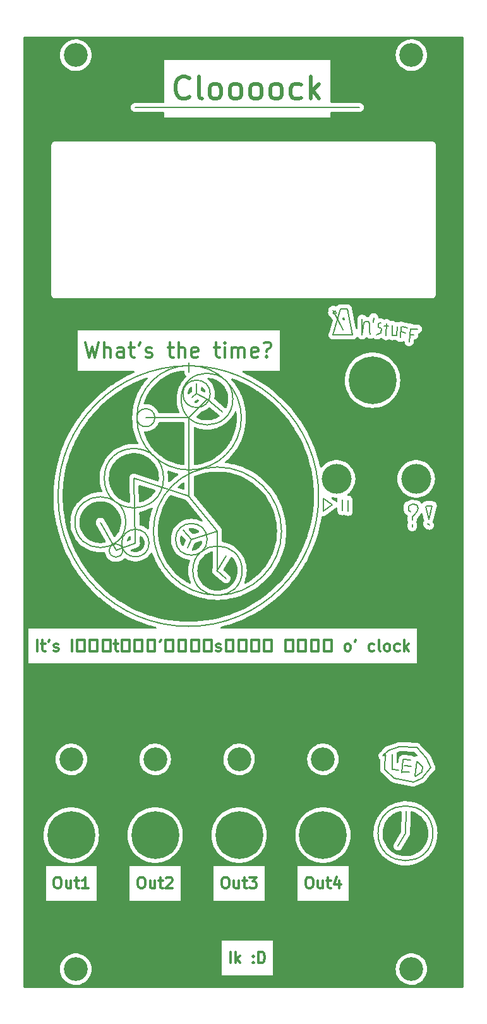
<source format=gbr>
%TF.GenerationSoftware,KiCad,Pcbnew,(6.0.1)*%
%TF.CreationDate,2022-12-13T20:49:30+02:00*%
%TF.ProjectId,ArduinoClockModuleFaceplate,41726475-696e-46f4-936c-6f636b4d6f64,rev?*%
%TF.SameCoordinates,Original*%
%TF.FileFunction,Copper,L1,Top*%
%TF.FilePolarity,Positive*%
%FSLAX46Y46*%
G04 Gerber Fmt 4.6, Leading zero omitted, Abs format (unit mm)*
G04 Created by KiCad (PCBNEW (6.0.1)) date 2022-12-13 20:49:30*
%MOMM*%
%LPD*%
G01*
G04 APERTURE LIST*
%TA.AperFunction,NonConductor*%
%ADD10C,0.200000*%
%TD*%
%ADD11C,0.300000*%
%TA.AperFunction,NonConductor*%
%ADD12C,0.300000*%
%TD*%
%ADD13C,0.500000*%
%TA.AperFunction,NonConductor*%
%ADD14C,0.500000*%
%TD*%
%TA.AperFunction,ComponentPad*%
%ADD15C,4.000000*%
%TD*%
%TA.AperFunction,ComponentPad*%
%ADD16C,3.200000*%
%TD*%
%TA.AperFunction,ComponentPad*%
%ADD17C,6.400000*%
%TD*%
G04 APERTURE END LIST*
D10*
X52300000Y-100100000D02*
X53200000Y-100100000D01*
X52250000Y-40350000D02*
X52950000Y-40550000D01*
X53400000Y-40600000D02*
X53200000Y-42400000D01*
X47900000Y-41100000D02*
X48000000Y-41400000D01*
X46900000Y-41500000D02*
X47100000Y-39900000D01*
X54900000Y-100100000D02*
X54100000Y-100700000D01*
X53100000Y-65000000D02*
X53100000Y-64400000D01*
X41700000Y-63450000D02*
X41700000Y-65150000D01*
X30702857Y-52600000D02*
G75*
G03*
X30702857Y-52600000I-7002857J0D01*
G01*
X27400000Y-73100000D02*
X28650000Y-74150000D01*
X50950000Y-40200000D02*
X50950000Y-41600000D01*
X50900000Y-97700000D02*
X50900000Y-99700000D01*
X52800000Y-105300000D02*
X52700000Y-108300000D01*
X47600000Y-39700000D02*
X47800000Y-39700000D01*
X55000000Y-99400000D02*
X54900000Y-100100000D01*
X41063390Y-63100000D02*
G75*
G03*
X41063390Y-63100000I-17463390J0D01*
G01*
X24000000Y-68900000D02*
X22900000Y-67650000D01*
X53600000Y-64200000D02*
X54200000Y-64300000D01*
X44300000Y-40800000D02*
X43000000Y-38200000D01*
X54300000Y-98700000D02*
X55000000Y-99400000D01*
X43200000Y-38700000D02*
X43400000Y-38600000D01*
X23700000Y-63200000D02*
X23700000Y-52600000D01*
X26126029Y-68900000D02*
G75*
G03*
X26126029Y-68900000I-2126029J0D01*
G01*
X53800000Y-101400000D02*
X54900000Y-100900000D01*
X54900000Y-100900000D02*
X56100000Y-99500000D01*
X54400000Y-64800000D02*
X54200000Y-65200000D01*
X24700000Y-49400000D02*
X24100000Y-49900000D01*
X41700000Y-65150000D02*
X42900000Y-64250000D01*
X54200000Y-98600000D02*
X54000000Y-100600000D01*
X55500000Y-98200000D02*
X54200000Y-96800000D01*
X24000000Y-68900000D02*
X23500000Y-70000000D01*
X30806055Y-73100000D02*
G75*
G03*
X30806055Y-73100000I-3306055J0D01*
G01*
X13900000Y-70400000D02*
X11800000Y-66600000D01*
X26100000Y-50100000D02*
X24700000Y-49400000D01*
X36090693Y-67800000D02*
G75*
G03*
X36090693Y-67800000I-8590693J0D01*
G01*
X16300000Y-60700000D02*
X16500000Y-69400000D01*
X56300000Y-64400000D02*
X55500000Y-64400000D01*
X56100000Y-99500000D02*
X55500000Y-98200000D01*
X53900000Y-65600000D02*
X53600000Y-65900000D01*
X49700000Y-97900000D02*
X50100000Y-97900000D01*
X26100000Y-50100000D02*
X28150000Y-51800000D01*
X26535756Y-49400000D02*
G75*
G03*
X26535756Y-49400000I-1835756J0D01*
G01*
X16500000Y-69400000D02*
X13900000Y-70400000D01*
X52150000Y-41050000D02*
X52750000Y-41250000D01*
X23600000Y-63100000D02*
X16300000Y-60700000D01*
X46900000Y-39400000D02*
X46900000Y-41500000D01*
X27500000Y-73100000D02*
X28700000Y-71100000D01*
X49400000Y-41200000D02*
X48850000Y-41500000D01*
X50950000Y-41600000D02*
X51550000Y-41600000D01*
X18338478Y-69400000D02*
G75*
G03*
X18338478Y-69400000I-1838478J0D01*
G01*
X53400000Y-65200000D02*
X53100000Y-65000000D01*
X42950000Y-38500000D02*
X43150000Y-38700000D01*
X52700000Y-108300000D02*
X51700000Y-110000000D01*
X47800000Y-39700000D02*
X47900000Y-40100000D01*
X54200000Y-65200000D02*
X53900000Y-65600000D01*
X52500000Y-99200000D02*
X53500000Y-99300000D01*
X43400000Y-38600000D02*
X43300000Y-38300000D01*
X24700000Y-49400000D02*
X24700000Y-48000000D01*
X54200000Y-96800000D02*
X51900000Y-96700000D01*
X20269887Y-60700000D02*
G75*
G03*
X20269887Y-60700000I-3969887J0D01*
G01*
X23700000Y-45200000D02*
X23700000Y-46500000D01*
X49800000Y-40300000D02*
X50450000Y-40300000D01*
X50900000Y-99700000D02*
X51800000Y-99800000D01*
X49100000Y-40500000D02*
X49500000Y-40600000D01*
X55700000Y-66800000D02*
X55900000Y-67000000D01*
X47300000Y-39700000D02*
X47600000Y-39700000D01*
X47900000Y-40400000D02*
X47900000Y-41100000D01*
X45000000Y-63650000D02*
X45000000Y-65150000D01*
X43300000Y-38300000D02*
X43000000Y-38500000D01*
X51200000Y-100900000D02*
X53800000Y-101400000D01*
X54200000Y-64300000D02*
X54400000Y-64800000D01*
X15205877Y-66600000D02*
G75*
G03*
X15205877Y-66600000I-3405877J0D01*
G01*
X44000000Y-38000000D02*
X43000000Y-41500000D01*
X50000000Y-97600000D02*
X49900000Y-99700000D01*
X27500000Y-67800000D02*
X24000000Y-68900000D01*
X14794427Y-70400000D02*
G75*
G03*
X14794427Y-70400000I-894427J0D01*
G01*
X53100000Y-64400000D02*
X53600000Y-64200000D01*
X43000000Y-41500000D02*
X45600000Y-41500000D01*
X27500000Y-67800000D02*
X27500000Y-73100000D01*
X45600000Y-41500000D02*
X44900000Y-38000000D01*
X44900000Y-38000000D02*
X44000000Y-38000000D01*
X56379674Y-108300000D02*
G75*
G03*
X56379674Y-108300000I-3679674J0D01*
G01*
X53600000Y-65900000D02*
X53600000Y-66300000D01*
X23700000Y-63200000D02*
X27500000Y-67800000D01*
X44200000Y-63550000D02*
X44200000Y-65050000D01*
X53600000Y-66900000D02*
X53600000Y-67200000D01*
X50200000Y-40000000D02*
X50100000Y-41600000D01*
X50400000Y-97200000D02*
X49700000Y-97900000D01*
X47100000Y-39900000D02*
X47300000Y-39700000D01*
X51550000Y-41600000D02*
X51650000Y-40400000D01*
X19102856Y-52600000D02*
G75*
G03*
X19102856Y-52600000I-1202856J0D01*
G01*
X51900000Y-96700000D02*
X50400000Y-97200000D01*
X23700000Y-52600000D02*
X26100000Y-50100000D01*
X52400000Y-98500000D02*
X52200000Y-100200000D01*
X46500000Y-11000000D02*
X16500000Y-11000000D01*
X53400000Y-40700000D02*
X54300000Y-40700000D01*
X55800000Y-66200000D02*
X56300000Y-64400000D01*
X49500000Y-40600000D02*
X49400000Y-41200000D01*
X49400000Y-39900000D02*
X49100000Y-40000000D01*
X52400000Y-98400000D02*
X53400000Y-98500000D01*
X52150000Y-40350000D02*
X52050000Y-41850000D01*
X55400000Y-64500000D02*
X55800000Y-66200000D01*
X47900000Y-40100000D02*
X47900000Y-40400000D01*
X53400000Y-41500000D02*
X53800000Y-41500000D01*
X23700000Y-52600000D02*
X17900000Y-52600000D01*
X42900000Y-64250000D02*
X41700000Y-63450000D01*
X49100000Y-40000000D02*
X49100000Y-40500000D01*
X49900000Y-99700000D02*
X51200000Y-100900000D01*
X48450000Y-39200000D02*
X48350000Y-39800000D01*
X29565545Y-50100000D02*
G75*
G03*
X29565545Y-50100000I-3465545J0D01*
G01*
D11*
D12*
X9823809Y-42504761D02*
X10299999Y-44504761D01*
X10680952Y-43076190D01*
X11061904Y-44504761D01*
X11538095Y-42504761D01*
X12299999Y-44504761D02*
X12299999Y-42504761D01*
X13157142Y-44504761D02*
X13157142Y-43457142D01*
X13061904Y-43266666D01*
X12871428Y-43171428D01*
X12585714Y-43171428D01*
X12395238Y-43266666D01*
X12299999Y-43361904D01*
X14966666Y-44504761D02*
X14966666Y-43457142D01*
X14871428Y-43266666D01*
X14680952Y-43171428D01*
X14299999Y-43171428D01*
X14109523Y-43266666D01*
X14966666Y-44409523D02*
X14776190Y-44504761D01*
X14299999Y-44504761D01*
X14109523Y-44409523D01*
X14014285Y-44219047D01*
X14014285Y-44028571D01*
X14109523Y-43838095D01*
X14299999Y-43742857D01*
X14776190Y-43742857D01*
X14966666Y-43647619D01*
X15633333Y-43171428D02*
X16395238Y-43171428D01*
X15919047Y-42504761D02*
X15919047Y-44219047D01*
X16014285Y-44409523D01*
X16204761Y-44504761D01*
X16395238Y-44504761D01*
X17157142Y-42504761D02*
X16966666Y-42885714D01*
X17919047Y-44409523D02*
X18109523Y-44504761D01*
X18490476Y-44504761D01*
X18680952Y-44409523D01*
X18776190Y-44219047D01*
X18776190Y-44123809D01*
X18680952Y-43933333D01*
X18490476Y-43838095D01*
X18204761Y-43838095D01*
X18014285Y-43742857D01*
X17919047Y-43552380D01*
X17919047Y-43457142D01*
X18014285Y-43266666D01*
X18204761Y-43171428D01*
X18490476Y-43171428D01*
X18680952Y-43266666D01*
X20871428Y-43171428D02*
X21633333Y-43171428D01*
X21157142Y-42504761D02*
X21157142Y-44219047D01*
X21252380Y-44409523D01*
X21442857Y-44504761D01*
X21633333Y-44504761D01*
X22299999Y-44504761D02*
X22299999Y-42504761D01*
X23157142Y-44504761D02*
X23157142Y-43457142D01*
X23061904Y-43266666D01*
X22871428Y-43171428D01*
X22585714Y-43171428D01*
X22395238Y-43266666D01*
X22299999Y-43361904D01*
X24871428Y-44409523D02*
X24680952Y-44504761D01*
X24299999Y-44504761D01*
X24109523Y-44409523D01*
X24014285Y-44219047D01*
X24014285Y-43457142D01*
X24109523Y-43266666D01*
X24299999Y-43171428D01*
X24680952Y-43171428D01*
X24871428Y-43266666D01*
X24966666Y-43457142D01*
X24966666Y-43647619D01*
X24014285Y-43838095D01*
X27061904Y-43171428D02*
X27823809Y-43171428D01*
X27347619Y-42504761D02*
X27347619Y-44219047D01*
X27442857Y-44409523D01*
X27633333Y-44504761D01*
X27823809Y-44504761D01*
X28490476Y-44504761D02*
X28490476Y-43171428D01*
X28490476Y-42504761D02*
X28395238Y-42600000D01*
X28490476Y-42695238D01*
X28585714Y-42600000D01*
X28490476Y-42504761D01*
X28490476Y-42695238D01*
X29442857Y-44504761D02*
X29442857Y-43171428D01*
X29442857Y-43361904D02*
X29538095Y-43266666D01*
X29728571Y-43171428D01*
X30014285Y-43171428D01*
X30204761Y-43266666D01*
X30299999Y-43457142D01*
X30299999Y-44504761D01*
X30299999Y-43457142D02*
X30395238Y-43266666D01*
X30585714Y-43171428D01*
X30871428Y-43171428D01*
X31061904Y-43266666D01*
X31157142Y-43457142D01*
X31157142Y-44504761D01*
X32871428Y-44409523D02*
X32680952Y-44504761D01*
X32300000Y-44504761D01*
X32109523Y-44409523D01*
X32014285Y-44219047D01*
X32014285Y-43457142D01*
X32109523Y-43266666D01*
X32300000Y-43171428D01*
X32680952Y-43171428D01*
X32871428Y-43266666D01*
X32966666Y-43457142D01*
X32966666Y-43647619D01*
X32014285Y-43838095D01*
X34109523Y-44314285D02*
X34204761Y-44409523D01*
X34109523Y-44504761D01*
X34014285Y-44409523D01*
X34109523Y-44314285D01*
X34109523Y-44504761D01*
X33728571Y-42600000D02*
X33919047Y-42504761D01*
X34395238Y-42504761D01*
X34585714Y-42600000D01*
X34680952Y-42790476D01*
X34680952Y-42980952D01*
X34585714Y-43171428D01*
X34490476Y-43266666D01*
X34299999Y-43361904D01*
X34204761Y-43457142D01*
X34109523Y-43647619D01*
X34109523Y-43742857D01*
D11*
D12*
X5943714Y-114178571D02*
X6229428Y-114178571D01*
X6372285Y-114250000D01*
X6515142Y-114392857D01*
X6586571Y-114678571D01*
X6586571Y-115178571D01*
X6515142Y-115464285D01*
X6372285Y-115607142D01*
X6229428Y-115678571D01*
X5943714Y-115678571D01*
X5800857Y-115607142D01*
X5658000Y-115464285D01*
X5586571Y-115178571D01*
X5586571Y-114678571D01*
X5658000Y-114392857D01*
X5800857Y-114250000D01*
X5943714Y-114178571D01*
X7872285Y-114678571D02*
X7872285Y-115678571D01*
X7229428Y-114678571D02*
X7229428Y-115464285D01*
X7300857Y-115607142D01*
X7443714Y-115678571D01*
X7658000Y-115678571D01*
X7800857Y-115607142D01*
X7872285Y-115535714D01*
X8372285Y-114678571D02*
X8943714Y-114678571D01*
X8586571Y-114178571D02*
X8586571Y-115464285D01*
X8658000Y-115607142D01*
X8800857Y-115678571D01*
X8943714Y-115678571D01*
X10229428Y-115678571D02*
X9372285Y-115678571D01*
X9800857Y-115678571D02*
X9800857Y-114178571D01*
X9658000Y-114392857D01*
X9515142Y-114535714D01*
X9372285Y-114607142D01*
D11*
D12*
X29214285Y-125678571D02*
X29214285Y-124178571D01*
X29928571Y-125678571D02*
X29928571Y-124178571D01*
X30071428Y-125107142D02*
X30500000Y-125678571D01*
X30500000Y-124678571D02*
X29928571Y-125250000D01*
X32285714Y-125535714D02*
X32357142Y-125607142D01*
X32285714Y-125678571D01*
X32214285Y-125607142D01*
X32285714Y-125535714D01*
X32285714Y-125678571D01*
X32285714Y-124750000D02*
X32357142Y-124821428D01*
X32285714Y-124892857D01*
X32214285Y-124821428D01*
X32285714Y-124750000D01*
X32285714Y-124892857D01*
X33000000Y-125678571D02*
X33000000Y-124178571D01*
X33357142Y-124178571D01*
X33571428Y-124250000D01*
X33714285Y-124392857D01*
X33785714Y-124535714D01*
X33857142Y-124821428D01*
X33857142Y-125035714D01*
X33785714Y-125321428D01*
X33714285Y-125464285D01*
X33571428Y-125607142D01*
X33357142Y-125678571D01*
X33000000Y-125678571D01*
D11*
D12*
X17185714Y-114178571D02*
X17471428Y-114178571D01*
X17614285Y-114250000D01*
X17757142Y-114392857D01*
X17828571Y-114678571D01*
X17828571Y-115178571D01*
X17757142Y-115464285D01*
X17614285Y-115607142D01*
X17471428Y-115678571D01*
X17185714Y-115678571D01*
X17042857Y-115607142D01*
X16900000Y-115464285D01*
X16828571Y-115178571D01*
X16828571Y-114678571D01*
X16900000Y-114392857D01*
X17042857Y-114250000D01*
X17185714Y-114178571D01*
X19114285Y-114678571D02*
X19114285Y-115678571D01*
X18471428Y-114678571D02*
X18471428Y-115464285D01*
X18542857Y-115607142D01*
X18685714Y-115678571D01*
X18900000Y-115678571D01*
X19042857Y-115607142D01*
X19114285Y-115535714D01*
X19614285Y-114678571D02*
X20185714Y-114678571D01*
X19828571Y-114178571D02*
X19828571Y-115464285D01*
X19900000Y-115607142D01*
X20042857Y-115678571D01*
X20185714Y-115678571D01*
X20614285Y-114321428D02*
X20685714Y-114250000D01*
X20828571Y-114178571D01*
X21185714Y-114178571D01*
X21328571Y-114250000D01*
X21400000Y-114321428D01*
X21471428Y-114464285D01*
X21471428Y-114607142D01*
X21400000Y-114821428D01*
X20542857Y-115678571D01*
X21471428Y-115678571D01*
D11*
D12*
X28435714Y-114178571D02*
X28721428Y-114178571D01*
X28864285Y-114250000D01*
X29007142Y-114392857D01*
X29078571Y-114678571D01*
X29078571Y-115178571D01*
X29007142Y-115464285D01*
X28864285Y-115607142D01*
X28721428Y-115678571D01*
X28435714Y-115678571D01*
X28292857Y-115607142D01*
X28150000Y-115464285D01*
X28078571Y-115178571D01*
X28078571Y-114678571D01*
X28150000Y-114392857D01*
X28292857Y-114250000D01*
X28435714Y-114178571D01*
X30364285Y-114678571D02*
X30364285Y-115678571D01*
X29721428Y-114678571D02*
X29721428Y-115464285D01*
X29792857Y-115607142D01*
X29935714Y-115678571D01*
X30150000Y-115678571D01*
X30292857Y-115607142D01*
X30364285Y-115535714D01*
X30864285Y-114678571D02*
X31435714Y-114678571D01*
X31078571Y-114178571D02*
X31078571Y-115464285D01*
X31150000Y-115607142D01*
X31292857Y-115678571D01*
X31435714Y-115678571D01*
X31792857Y-114178571D02*
X32721428Y-114178571D01*
X32221428Y-114750000D01*
X32435714Y-114750000D01*
X32578571Y-114821428D01*
X32650000Y-114892857D01*
X32721428Y-115035714D01*
X32721428Y-115392857D01*
X32650000Y-115535714D01*
X32578571Y-115607142D01*
X32435714Y-115678571D01*
X32007142Y-115678571D01*
X31864285Y-115607142D01*
X31792857Y-115535714D01*
D11*
D12*
X39685714Y-114178571D02*
X39971428Y-114178571D01*
X40114285Y-114250000D01*
X40257142Y-114392857D01*
X40328571Y-114678571D01*
X40328571Y-115178571D01*
X40257142Y-115464285D01*
X40114285Y-115607142D01*
X39971428Y-115678571D01*
X39685714Y-115678571D01*
X39542857Y-115607142D01*
X39400000Y-115464285D01*
X39328571Y-115178571D01*
X39328571Y-114678571D01*
X39400000Y-114392857D01*
X39542857Y-114250000D01*
X39685714Y-114178571D01*
X41614285Y-114678571D02*
X41614285Y-115678571D01*
X40971428Y-114678571D02*
X40971428Y-115464285D01*
X41042857Y-115607142D01*
X41185714Y-115678571D01*
X41400000Y-115678571D01*
X41542857Y-115607142D01*
X41614285Y-115535714D01*
X42114285Y-114678571D02*
X42685714Y-114678571D01*
X42328571Y-114178571D02*
X42328571Y-115464285D01*
X42400000Y-115607142D01*
X42542857Y-115678571D01*
X42685714Y-115678571D01*
X43828571Y-114678571D02*
X43828571Y-115678571D01*
X43471428Y-114107142D02*
X43114285Y-115178571D01*
X44042857Y-115178571D01*
D11*
D12*
X3342857Y-83878571D02*
X3342857Y-82378571D01*
X3842857Y-82878571D02*
X4414285Y-82878571D01*
X4057142Y-82378571D02*
X4057142Y-83664285D01*
X4128571Y-83807142D01*
X4271428Y-83878571D01*
X4414285Y-83878571D01*
X4985714Y-82378571D02*
X4842857Y-82664285D01*
X5557142Y-83807142D02*
X5700000Y-83878571D01*
X5985714Y-83878571D01*
X6128571Y-83807142D01*
X6200000Y-83664285D01*
X6200000Y-83592857D01*
X6128571Y-83450000D01*
X5985714Y-83378571D01*
X5771428Y-83378571D01*
X5628571Y-83307142D01*
X5557142Y-83164285D01*
X5557142Y-83092857D01*
X5628571Y-82950000D01*
X5771428Y-82878571D01*
X5985714Y-82878571D01*
X6128571Y-82950000D01*
X7985714Y-83878571D02*
X7985714Y-82378571D01*
X8700000Y-83878571D02*
X8700000Y-82378571D01*
X9700000Y-82378571D01*
X9700000Y-83878571D01*
X8700000Y-83878571D01*
X10414285Y-83878571D02*
X10414285Y-82378571D01*
X11414285Y-82378571D01*
X11414285Y-83878571D01*
X10414285Y-83878571D01*
X12128571Y-83878571D02*
X12128571Y-82378571D01*
X13128571Y-82378571D01*
X13128571Y-83878571D01*
X12128571Y-83878571D01*
X13628571Y-82878571D02*
X14200000Y-82878571D01*
X13842857Y-82378571D02*
X13842857Y-83664285D01*
X13914285Y-83807142D01*
X14057142Y-83878571D01*
X14200000Y-83878571D01*
X14700000Y-83878571D02*
X14700000Y-82378571D01*
X15700000Y-82378571D01*
X15700000Y-83878571D01*
X14700000Y-83878571D01*
X16414285Y-83878571D02*
X16414285Y-82378571D01*
X17414285Y-82378571D01*
X17414285Y-83878571D01*
X16414285Y-83878571D01*
X18128571Y-83878571D02*
X18128571Y-82378571D01*
X19128571Y-82378571D01*
X19128571Y-83878571D01*
X18128571Y-83878571D01*
X19914285Y-82378571D02*
X19771428Y-82664285D01*
X20557142Y-83878571D02*
X20557142Y-82378571D01*
X21557142Y-82378571D01*
X21557142Y-83878571D01*
X20557142Y-83878571D01*
X22271428Y-83878571D02*
X22271428Y-82378571D01*
X23271428Y-82378571D01*
X23271428Y-83878571D01*
X22271428Y-83878571D01*
X23985714Y-83878571D02*
X23985714Y-82378571D01*
X24985714Y-82378571D01*
X24985714Y-83878571D01*
X23985714Y-83878571D01*
X25700000Y-83878571D02*
X25700000Y-82378571D01*
X26700000Y-82378571D01*
X26700000Y-83878571D01*
X25700000Y-83878571D01*
X27342857Y-83807142D02*
X27485714Y-83878571D01*
X27771428Y-83878571D01*
X27914285Y-83807142D01*
X27985714Y-83664285D01*
X27985714Y-83592857D01*
X27914285Y-83450000D01*
X27771428Y-83378571D01*
X27557142Y-83378571D01*
X27414285Y-83307142D01*
X27342857Y-83164285D01*
X27342857Y-83092857D01*
X27414285Y-82950000D01*
X27557142Y-82878571D01*
X27771428Y-82878571D01*
X27914285Y-82950000D01*
X28628571Y-83878571D02*
X28628571Y-82378571D01*
X29628571Y-82378571D01*
X29628571Y-83878571D01*
X28628571Y-83878571D01*
X30342857Y-83878571D02*
X30342857Y-82378571D01*
X31342857Y-82378571D01*
X31342857Y-83878571D01*
X30342857Y-83878571D01*
X32057142Y-83878571D02*
X32057142Y-82378571D01*
X33057142Y-82378571D01*
X33057142Y-83878571D01*
X32057142Y-83878571D01*
X33771428Y-83878571D02*
X33771428Y-82378571D01*
X34771428Y-82378571D01*
X34771428Y-83878571D01*
X33771428Y-83878571D01*
X36628571Y-83878571D02*
X36628571Y-82378571D01*
X37628571Y-82378571D01*
X37628571Y-83878571D01*
X36628571Y-83878571D01*
X38342857Y-83878571D02*
X38342857Y-82378571D01*
X39342857Y-82378571D01*
X39342857Y-83878571D01*
X38342857Y-83878571D01*
X40057142Y-83878571D02*
X40057142Y-82378571D01*
X41057142Y-82378571D01*
X41057142Y-83878571D01*
X40057142Y-83878571D01*
X41771428Y-83878571D02*
X41771428Y-82378571D01*
X42771428Y-82378571D01*
X42771428Y-83878571D01*
X41771428Y-83878571D01*
X44842857Y-83878571D02*
X44699999Y-83807142D01*
X44628571Y-83735714D01*
X44557142Y-83592857D01*
X44557142Y-83164285D01*
X44628571Y-83021428D01*
X44699999Y-82950000D01*
X44842857Y-82878571D01*
X45057142Y-82878571D01*
X45199999Y-82950000D01*
X45271428Y-83021428D01*
X45342857Y-83164285D01*
X45342857Y-83592857D01*
X45271428Y-83735714D01*
X45199999Y-83807142D01*
X45057142Y-83878571D01*
X44842857Y-83878571D01*
X46057142Y-82378571D02*
X45914285Y-82664285D01*
X48485714Y-83807142D02*
X48342857Y-83878571D01*
X48057142Y-83878571D01*
X47914285Y-83807142D01*
X47842857Y-83735714D01*
X47771428Y-83592857D01*
X47771428Y-83164285D01*
X47842857Y-83021428D01*
X47914285Y-82950000D01*
X48057142Y-82878571D01*
X48342857Y-82878571D01*
X48485714Y-82950000D01*
X49342857Y-83878571D02*
X49199999Y-83807142D01*
X49128571Y-83664285D01*
X49128571Y-82378571D01*
X50128571Y-83878571D02*
X49985714Y-83807142D01*
X49914285Y-83735714D01*
X49842857Y-83592857D01*
X49842857Y-83164285D01*
X49914285Y-83021428D01*
X49985714Y-82950000D01*
X50128571Y-82878571D01*
X50342857Y-82878571D01*
X50485714Y-82950000D01*
X50557142Y-83021428D01*
X50628571Y-83164285D01*
X50628571Y-83592857D01*
X50557142Y-83735714D01*
X50485714Y-83807142D01*
X50342857Y-83878571D01*
X50128571Y-83878571D01*
X51914285Y-83807142D02*
X51771428Y-83878571D01*
X51485714Y-83878571D01*
X51342857Y-83807142D01*
X51271428Y-83735714D01*
X51199999Y-83592857D01*
X51199999Y-83164285D01*
X51271428Y-83021428D01*
X51342857Y-82950000D01*
X51485714Y-82878571D01*
X51771428Y-82878571D01*
X51914285Y-82950000D01*
X52557142Y-83878571D02*
X52557142Y-82378571D01*
X52699999Y-83307142D02*
X53128571Y-83878571D01*
X53128571Y-82878571D02*
X52557142Y-83450000D01*
D13*
D14*
X23714285Y-9571428D02*
X23571428Y-9714285D01*
X23142857Y-9857142D01*
X22857142Y-9857142D01*
X22428571Y-9714285D01*
X22142857Y-9428571D01*
X22000000Y-9142857D01*
X21857142Y-8571428D01*
X21857142Y-8142857D01*
X22000000Y-7571428D01*
X22142857Y-7285714D01*
X22428571Y-7000000D01*
X22857142Y-6857142D01*
X23142857Y-6857142D01*
X23571428Y-7000000D01*
X23714285Y-7142857D01*
X25428571Y-9857142D02*
X25142857Y-9714285D01*
X25000000Y-9428571D01*
X25000000Y-6857142D01*
X27000000Y-9857142D02*
X26714285Y-9714285D01*
X26571428Y-9571428D01*
X26428571Y-9285714D01*
X26428571Y-8428571D01*
X26571428Y-8142857D01*
X26714285Y-8000000D01*
X27000000Y-7857142D01*
X27428571Y-7857142D01*
X27714285Y-8000000D01*
X27857142Y-8142857D01*
X28000000Y-8428571D01*
X28000000Y-9285714D01*
X27857142Y-9571428D01*
X27714285Y-9714285D01*
X27428571Y-9857142D01*
X27000000Y-9857142D01*
X29714285Y-9857142D02*
X29428571Y-9714285D01*
X29285714Y-9571428D01*
X29142857Y-9285714D01*
X29142857Y-8428571D01*
X29285714Y-8142857D01*
X29428571Y-8000000D01*
X29714285Y-7857142D01*
X30142857Y-7857142D01*
X30428571Y-8000000D01*
X30571428Y-8142857D01*
X30714285Y-8428571D01*
X30714285Y-9285714D01*
X30571428Y-9571428D01*
X30428571Y-9714285D01*
X30142857Y-9857142D01*
X29714285Y-9857142D01*
X32428571Y-9857142D02*
X32142857Y-9714285D01*
X32000000Y-9571428D01*
X31857142Y-9285714D01*
X31857142Y-8428571D01*
X32000000Y-8142857D01*
X32142857Y-8000000D01*
X32428571Y-7857142D01*
X32857142Y-7857142D01*
X33142857Y-8000000D01*
X33285714Y-8142857D01*
X33428571Y-8428571D01*
X33428571Y-9285714D01*
X33285714Y-9571428D01*
X33142857Y-9714285D01*
X32857142Y-9857142D01*
X32428571Y-9857142D01*
X35142857Y-9857142D02*
X34857142Y-9714285D01*
X34714285Y-9571428D01*
X34571428Y-9285714D01*
X34571428Y-8428571D01*
X34714285Y-8142857D01*
X34857142Y-8000000D01*
X35142857Y-7857142D01*
X35571428Y-7857142D01*
X35857142Y-8000000D01*
X36000000Y-8142857D01*
X36142857Y-8428571D01*
X36142857Y-9285714D01*
X36000000Y-9571428D01*
X35857142Y-9714285D01*
X35571428Y-9857142D01*
X35142857Y-9857142D01*
X38714285Y-9714285D02*
X38428571Y-9857142D01*
X37857142Y-9857142D01*
X37571428Y-9714285D01*
X37428571Y-9571428D01*
X37285714Y-9285714D01*
X37285714Y-8428571D01*
X37428571Y-8142857D01*
X37571428Y-8000000D01*
X37857142Y-7857142D01*
X38428571Y-7857142D01*
X38714285Y-8000000D01*
X40000000Y-9857142D02*
X40000000Y-6857142D01*
X40285714Y-8714285D02*
X41142857Y-9857142D01*
X41142857Y-7857142D02*
X40000000Y-9000000D01*
D15*
%TO.P,REF\u002A\u002A,*%
%TO.N,*%
X54136000Y-60790000D03*
%TD*%
D16*
%TO.P,REF\u002A\u002A,*%
%TO.N,*%
X8500000Y-126500000D03*
%TD*%
%TO.P,REF\u002A\u002A,*%
%TO.N,*%
X41650000Y-98387000D03*
%TD*%
D15*
%TO.P,REF\u002A\u002A,*%
%TO.N,*%
X43468000Y-60790000D03*
%TD*%
D17*
%TO.P,REF\u002A\u002A,*%
%TO.N,*%
X41650000Y-108542000D03*
%TD*%
D16*
%TO.P,REF\u002A\u002A,*%
%TO.N,*%
X8500000Y-4000000D03*
%TD*%
D17*
%TO.P,REF\u002A\u002A,*%
%TO.N,*%
X19150000Y-108542000D03*
%TD*%
%TO.P,REF\u002A\u002A,*%
%TO.N,*%
X48290000Y-47574000D03*
%TD*%
D16*
%TO.P,REF\u002A\u002A,*%
%TO.N,*%
X53500000Y-126500000D03*
%TD*%
%TO.P,REF\u002A\u002A,*%
%TO.N,*%
X19150000Y-98387000D03*
%TD*%
%TO.P,REF\u002A\u002A,*%
%TO.N,*%
X7908000Y-98387000D03*
%TD*%
%TO.P,REF\u002A\u002A,*%
%TO.N,*%
X53500000Y-4000000D03*
%TD*%
D17*
%TO.P,REF\u002A\u002A,*%
%TO.N,*%
X7908000Y-108542000D03*
%TD*%
%TO.P,REF\u002A\u002A,*%
%TO.N,*%
X30400000Y-108542000D03*
%TD*%
D16*
%TO.P,REF\u002A\u002A,*%
%TO.N,*%
X30400000Y-98387000D03*
%TD*%
%TA.AperFunction,NonConductor*%
G36*
X44454930Y-39144816D02*
G01*
X44508924Y-39190916D01*
X44526979Y-39235098D01*
X44562235Y-39411377D01*
X44555981Y-39482098D01*
X44512486Y-39538211D01*
X44445558Y-39561900D01*
X44376447Y-39545645D01*
X44325984Y-39492436D01*
X44271498Y-39383463D01*
X44258924Y-39313589D01*
X44263044Y-39292501D01*
X44282274Y-39225195D01*
X44320220Y-39165190D01*
X44384584Y-39135226D01*
X44454930Y-39144816D01*
G37*
%TD.AperFunction*%
%TA.AperFunction,NonConductor*%
G36*
X25516512Y-48487264D02*
G01*
X25523095Y-48493393D01*
X25632718Y-48603016D01*
X25646836Y-48619841D01*
X25756944Y-48777092D01*
X25767926Y-48796112D01*
X25849054Y-48970091D01*
X25856566Y-48990730D01*
X25879292Y-49075545D01*
X25877602Y-49146521D01*
X25837808Y-49205317D01*
X25772543Y-49233265D01*
X25701237Y-49220854D01*
X25377650Y-49059060D01*
X25325667Y-49010706D01*
X25308000Y-48946363D01*
X25308000Y-48582488D01*
X25328002Y-48514367D01*
X25381658Y-48467874D01*
X25451932Y-48457770D01*
X25516512Y-48487264D01*
G37*
%TD.AperFunction*%
%TA.AperFunction,NonConductor*%
G36*
X24010032Y-48464432D02*
G01*
X24066868Y-48506979D01*
X24091679Y-48573499D01*
X24092000Y-48582488D01*
X24092000Y-49056213D01*
X24071998Y-49124334D01*
X24046663Y-49153009D01*
X23682947Y-49456106D01*
X23617813Y-49484349D01*
X23547746Y-49472893D01*
X23494996Y-49425376D01*
X23476309Y-49356883D01*
X23476765Y-49348328D01*
X23489935Y-49197785D01*
X23493749Y-49176154D01*
X23517533Y-49087393D01*
X23543435Y-48990725D01*
X23550946Y-48970091D01*
X23632074Y-48796112D01*
X23643056Y-48777092D01*
X23753164Y-48619841D01*
X23767282Y-48603016D01*
X23876905Y-48493393D01*
X23939217Y-48459367D01*
X24010032Y-48464432D01*
G37*
%TD.AperFunction*%
%TA.AperFunction,NonConductor*%
G36*
X24857461Y-50158495D02*
G01*
X24936555Y-50198042D01*
X24988539Y-50246397D01*
X25006128Y-50315180D01*
X24983737Y-50382554D01*
X24971104Y-50397996D01*
X24788397Y-50588316D01*
X24726793Y-50623604D01*
X24686523Y-50626577D01*
X24530660Y-50612941D01*
X24464541Y-50587078D01*
X24422902Y-50529574D01*
X24418961Y-50458687D01*
X24453970Y-50396922D01*
X24460978Y-50390624D01*
X24601135Y-50273826D01*
X24720449Y-50174397D01*
X24785585Y-50146153D01*
X24857461Y-50158495D01*
G37*
%TD.AperFunction*%
%TA.AperFunction,NonConductor*%
G36*
X26302012Y-47250015D02*
G01*
X26316481Y-47251077D01*
X26628247Y-47292122D01*
X26642496Y-47294840D01*
X26947475Y-47371445D01*
X26961318Y-47375783D01*
X27058127Y-47412364D01*
X27255480Y-47486938D01*
X27268714Y-47492830D01*
X27334104Y-47526580D01*
X27548158Y-47637062D01*
X27560640Y-47644443D01*
X27821650Y-47819835D01*
X27833189Y-47828595D01*
X28072308Y-48032822D01*
X28082772Y-48042857D01*
X28251074Y-48223970D01*
X28296828Y-48273207D01*
X28306073Y-48284381D01*
X28475015Y-48514367D01*
X28492237Y-48537812D01*
X28500135Y-48549973D01*
X28530390Y-48603016D01*
X28655938Y-48823126D01*
X28662387Y-48836119D01*
X28785760Y-49125362D01*
X28790672Y-49139005D01*
X28814917Y-49220854D01*
X28879981Y-49440507D01*
X28883294Y-49454630D01*
X28937358Y-49764407D01*
X28939025Y-49778817D01*
X28947279Y-49921955D01*
X28952370Y-50010242D01*
X28957222Y-50094395D01*
X28957369Y-50105606D01*
X28952082Y-50273826D01*
X28951231Y-50285005D01*
X28914677Y-50587078D01*
X28913257Y-50598809D01*
X28910690Y-50613078D01*
X28908097Y-50623881D01*
X28837279Y-50918859D01*
X28833086Y-50932746D01*
X28772765Y-51097581D01*
X28728791Y-51217747D01*
X28725022Y-51228045D01*
X28719260Y-51241359D01*
X28704909Y-51269892D01*
X28656431Y-51321762D01*
X28587607Y-51339188D01*
X28520286Y-51316638D01*
X28511915Y-51310266D01*
X28463229Y-51269892D01*
X27110112Y-50147794D01*
X27070443Y-50088915D01*
X27070688Y-50016857D01*
X27069452Y-50016540D01*
X27070434Y-50012716D01*
X27071661Y-50008939D01*
X27129280Y-49706889D01*
X27148588Y-49400000D01*
X27129280Y-49093111D01*
X27071661Y-48791061D01*
X26976640Y-48498615D01*
X26974183Y-48493393D01*
X26847402Y-48223970D01*
X26847398Y-48223963D01*
X26845714Y-48220384D01*
X26680949Y-47960756D01*
X26484944Y-47723826D01*
X26260789Y-47513331D01*
X26211763Y-47477711D01*
X26168409Y-47421491D01*
X26162333Y-47350754D01*
X26195465Y-47287962D01*
X26257285Y-47253051D01*
X26287801Y-47249792D01*
X26302012Y-47250015D01*
G37*
%TD.AperFunction*%
%TA.AperFunction,NonConductor*%
G36*
X23034121Y-46338002D02*
G01*
X23080614Y-46391658D01*
X23092000Y-46444000D01*
X23092000Y-46539847D01*
X23107650Y-46658720D01*
X23110809Y-46666347D01*
X23110810Y-46666350D01*
X23131654Y-46716672D01*
X23168913Y-46806623D01*
X23266370Y-46933630D01*
X23287145Y-46949571D01*
X23329011Y-47006909D01*
X23333232Y-47077780D01*
X23294093Y-47143755D01*
X23248757Y-47184006D01*
X23248751Y-47184012D01*
X23246452Y-47186053D01*
X23244362Y-47188310D01*
X23244360Y-47188312D01*
X22977815Y-47476155D01*
X22977810Y-47476161D01*
X22975720Y-47478418D01*
X22973862Y-47480866D01*
X22973861Y-47480867D01*
X22791503Y-47721115D01*
X22734809Y-47795806D01*
X22667253Y-47905617D01*
X22532024Y-48125429D01*
X22526020Y-48135188D01*
X22351345Y-48493324D01*
X22350274Y-48496205D01*
X22350271Y-48496211D01*
X22314701Y-48591857D01*
X22212452Y-48866797D01*
X22110666Y-49252041D01*
X22110175Y-49255074D01*
X22051187Y-49619277D01*
X22046959Y-49645379D01*
X22046765Y-49648459D01*
X22046765Y-49648461D01*
X22029558Y-49921955D01*
X22024004Y-50010242D01*
X22021940Y-50043056D01*
X22022574Y-50061213D01*
X22034335Y-50397999D01*
X22035846Y-50441277D01*
X22036252Y-50444321D01*
X22036253Y-50444331D01*
X22060173Y-50623604D01*
X22088545Y-50836240D01*
X22089245Y-50839224D01*
X22089246Y-50839230D01*
X22131357Y-51018770D01*
X22179535Y-51224175D01*
X22307946Y-51601381D01*
X22333218Y-51657093D01*
X22404371Y-51813949D01*
X22414297Y-51884248D01*
X22384640Y-51948754D01*
X22324816Y-51986986D01*
X22289625Y-51992000D01*
X19692807Y-51992000D01*
X19624686Y-51971998D01*
X19578193Y-51918342D01*
X19575374Y-51911667D01*
X19540728Y-51822573D01*
X19540727Y-51822571D01*
X19539035Y-51818220D01*
X19536594Y-51813949D01*
X19407797Y-51588600D01*
X19407795Y-51588598D01*
X19405478Y-51584543D01*
X19238847Y-51373173D01*
X19042804Y-51188754D01*
X18982260Y-51146753D01*
X18825498Y-51038003D01*
X18825495Y-51038001D01*
X18821656Y-51035338D01*
X18817463Y-51033270D01*
X18584449Y-50918360D01*
X18584446Y-50918359D01*
X18580261Y-50916295D01*
X18323921Y-50834240D01*
X18178922Y-50810626D01*
X18062881Y-50791727D01*
X18062880Y-50791727D01*
X18058269Y-50790976D01*
X17919789Y-50789163D01*
X17793816Y-50787514D01*
X17793813Y-50787514D01*
X17789140Y-50787453D01*
X17784504Y-50788084D01*
X17784503Y-50788084D01*
X17753756Y-50792268D01*
X17683561Y-50781634D01*
X17630257Y-50734738D01*
X17610770Y-50666468D01*
X17615498Y-50633212D01*
X17616791Y-50628629D01*
X17619843Y-50619239D01*
X17790210Y-50157437D01*
X17793996Y-50148297D01*
X18000071Y-49701286D01*
X18004552Y-49692491D01*
X18245071Y-49263012D01*
X18250241Y-49254576D01*
X18365975Y-49081368D01*
X18523705Y-48845307D01*
X18529515Y-48837311D01*
X18562901Y-48794962D01*
X18708072Y-48610814D01*
X18834247Y-48450763D01*
X18840672Y-48443240D01*
X19013907Y-48255834D01*
X19174803Y-48081777D01*
X19181777Y-48074803D01*
X19427579Y-47847587D01*
X19543240Y-47740672D01*
X19550763Y-47734247D01*
X19812828Y-47527650D01*
X19937319Y-47429509D01*
X19945307Y-47423705D01*
X20354576Y-47150241D01*
X20363012Y-47145071D01*
X20478014Y-47080667D01*
X20792491Y-46904552D01*
X20801286Y-46900071D01*
X21248300Y-46693995D01*
X21257437Y-46690210D01*
X21719239Y-46519843D01*
X21728648Y-46516786D01*
X22202383Y-46383178D01*
X22212003Y-46380868D01*
X22466873Y-46330171D01*
X22515891Y-46320421D01*
X22540471Y-46318000D01*
X22966000Y-46318000D01*
X23034121Y-46338002D01*
G37*
%TD.AperFunction*%
%TA.AperFunction,NonConductor*%
G36*
X26462683Y-51198122D02*
G01*
X26495394Y-51217747D01*
X27734966Y-52245685D01*
X27774635Y-52304565D01*
X27776173Y-52375545D01*
X27739092Y-52436089D01*
X27730194Y-52443430D01*
X27709552Y-52458928D01*
X27687150Y-52475748D01*
X27675068Y-52483775D01*
X27403569Y-52642427D01*
X27390648Y-52649009D01*
X27102710Y-52775405D01*
X27089116Y-52780461D01*
X26788555Y-52872926D01*
X26774480Y-52876383D01*
X26544328Y-52919039D01*
X26465288Y-52933688D01*
X26450897Y-52935506D01*
X26352224Y-52942233D01*
X26137170Y-52956894D01*
X26122671Y-52957046D01*
X25992801Y-52950922D01*
X25808564Y-52942233D01*
X25794138Y-52940717D01*
X25483811Y-52889899D01*
X25469654Y-52886734D01*
X25167240Y-52800589D01*
X25153541Y-52795819D01*
X25008278Y-52735649D01*
X24863010Y-52675477D01*
X24849969Y-52669173D01*
X24749287Y-52613134D01*
X24699493Y-52562527D01*
X24684964Y-52493033D01*
X24710313Y-52426716D01*
X24719671Y-52415780D01*
X24886426Y-52242076D01*
X25329064Y-51780995D01*
X25388623Y-51746213D01*
X25423270Y-51737318D01*
X25452831Y-51729728D01*
X25452834Y-51729727D01*
X25456655Y-51728746D01*
X25742558Y-51615549D01*
X25768330Y-51601381D01*
X25883740Y-51537933D01*
X26012019Y-51467411D01*
X26260789Y-51286669D01*
X26328711Y-51222886D01*
X26392061Y-51190835D01*
X26462683Y-51198122D01*
G37*
%TD.AperFunction*%
%TA.AperFunction,NonConductor*%
G36*
X29991517Y-51750133D02*
G01*
X30035863Y-51805576D01*
X30044406Y-51838560D01*
X30074562Y-52093353D01*
X30075338Y-52103215D01*
X30075885Y-52117126D01*
X30093793Y-52572906D01*
X30094663Y-52595053D01*
X30094663Y-52604938D01*
X30088472Y-52762523D01*
X30075338Y-53096785D01*
X30074562Y-53106648D01*
X30016707Y-53595465D01*
X30015159Y-53605236D01*
X29919132Y-54087996D01*
X29916822Y-54097617D01*
X29783214Y-54571352D01*
X29780157Y-54580761D01*
X29609790Y-55042563D01*
X29606005Y-55051700D01*
X29424597Y-55445206D01*
X29399934Y-55498704D01*
X29395448Y-55507509D01*
X29260945Y-55747683D01*
X29154929Y-55936988D01*
X29149759Y-55945424D01*
X28996122Y-56175359D01*
X28876300Y-56354685D01*
X28870491Y-56362681D01*
X28742153Y-56525476D01*
X28565753Y-56749237D01*
X28559328Y-56756760D01*
X28433952Y-56892392D01*
X28225197Y-57118223D01*
X28218223Y-57125197D01*
X28058026Y-57273281D01*
X27856760Y-57459328D01*
X27849237Y-57465753D01*
X27702533Y-57581406D01*
X27462681Y-57770491D01*
X27454693Y-57776295D01*
X27240447Y-57919449D01*
X27045424Y-58049759D01*
X27036988Y-58054929D01*
X26607509Y-58295448D01*
X26598714Y-58299929D01*
X26151703Y-58506004D01*
X26142565Y-58509789D01*
X26121230Y-58517660D01*
X25680761Y-58680157D01*
X25671352Y-58683214D01*
X25197617Y-58816822D01*
X25187996Y-58819132D01*
X24705236Y-58915159D01*
X24695465Y-58916707D01*
X24448810Y-58945901D01*
X24378810Y-58934044D01*
X24326333Y-58886225D01*
X24308000Y-58820774D01*
X24308000Y-53959522D01*
X24328002Y-53891401D01*
X24381658Y-53844908D01*
X24451932Y-53834804D01*
X24478737Y-53841732D01*
X24839687Y-53978844D01*
X25224211Y-54083317D01*
X25527289Y-54134579D01*
X25614072Y-54149257D01*
X25614075Y-54149257D01*
X25617094Y-54149768D01*
X25774394Y-54160768D01*
X26011521Y-54177350D01*
X26011529Y-54177350D01*
X26014587Y-54177564D01*
X26271594Y-54170385D01*
X26409821Y-54166524D01*
X26409824Y-54166524D01*
X26412895Y-54166438D01*
X26415948Y-54166052D01*
X26415952Y-54166052D01*
X26559111Y-54147967D01*
X26808217Y-54116497D01*
X26811221Y-54115815D01*
X26811224Y-54115814D01*
X27193782Y-54028899D01*
X27193788Y-54028897D01*
X27196778Y-54028218D01*
X27342767Y-53979654D01*
X27571947Y-53903416D01*
X27571953Y-53903414D01*
X27574871Y-53902443D01*
X27599672Y-53891401D01*
X27936085Y-53741621D01*
X27936091Y-53741618D01*
X27938885Y-53740374D01*
X27941554Y-53738858D01*
X28282674Y-53545075D01*
X28282682Y-53545070D01*
X28285347Y-53543556D01*
X28610949Y-53313869D01*
X28912584Y-53053505D01*
X28914705Y-53051278D01*
X28914711Y-53051272D01*
X29185256Y-52767171D01*
X29187373Y-52764948D01*
X29259445Y-52672701D01*
X29430781Y-52453400D01*
X29430783Y-52453397D01*
X29432691Y-52450955D01*
X29434347Y-52448345D01*
X29434353Y-52448337D01*
X29644546Y-52117126D01*
X29644548Y-52117123D01*
X29646199Y-52114521D01*
X29806814Y-51796557D01*
X29855381Y-51744773D01*
X29924236Y-51727467D01*
X29991517Y-51750133D01*
G37*
%TD.AperFunction*%
%TA.AperFunction,NonConductor*%
G36*
X23034121Y-53228002D02*
G01*
X23080614Y-53281658D01*
X23092000Y-53334000D01*
X23092000Y-58820774D01*
X23071998Y-58888895D01*
X23018342Y-58935388D01*
X22951190Y-58945901D01*
X22704535Y-58916707D01*
X22694764Y-58915159D01*
X22212004Y-58819132D01*
X22202383Y-58816822D01*
X21728648Y-58683214D01*
X21719239Y-58680157D01*
X21278770Y-58517660D01*
X21257435Y-58509789D01*
X21248297Y-58506004D01*
X20801286Y-58299929D01*
X20792491Y-58295448D01*
X20363012Y-58054929D01*
X20354576Y-58049759D01*
X20159553Y-57919449D01*
X19945307Y-57776295D01*
X19937319Y-57770491D01*
X19550760Y-57465751D01*
X19543239Y-57459328D01*
X19542690Y-57458820D01*
X19515511Y-57433696D01*
X19458248Y-57380763D01*
X19453447Y-57376081D01*
X19439122Y-57361350D01*
X19439116Y-57361344D01*
X19437127Y-57359299D01*
X19434968Y-57357448D01*
X19434961Y-57357442D01*
X19410088Y-57336124D01*
X19406556Y-57332980D01*
X19341974Y-57273281D01*
X19181777Y-57125197D01*
X19174803Y-57118223D01*
X18966048Y-56892392D01*
X18840672Y-56756760D01*
X18834247Y-56749237D01*
X18657847Y-56525476D01*
X18529509Y-56362681D01*
X18523700Y-56354685D01*
X18403879Y-56175359D01*
X18250241Y-55945424D01*
X18245071Y-55936988D01*
X18139055Y-55747683D01*
X18004552Y-55507509D01*
X18000066Y-55498704D01*
X17975404Y-55445206D01*
X17793995Y-55051700D01*
X17790210Y-55042563D01*
X17619843Y-54580761D01*
X17616792Y-54571375D01*
X17616786Y-54571352D01*
X17615343Y-54566237D01*
X17616090Y-54495248D01*
X17655100Y-54435929D01*
X17719987Y-54407117D01*
X17741553Y-54406113D01*
X17958707Y-54414645D01*
X17958712Y-54414645D01*
X17963375Y-54414828D01*
X18059861Y-54404261D01*
X18226275Y-54386036D01*
X18226280Y-54386035D01*
X18230928Y-54385526D01*
X18235452Y-54384335D01*
X18486687Y-54318190D01*
X18486689Y-54318189D01*
X18491210Y-54316999D01*
X18495507Y-54315153D01*
X18734211Y-54212598D01*
X18734213Y-54212597D01*
X18738505Y-54210753D01*
X18890195Y-54116884D01*
X18963404Y-54071581D01*
X18963406Y-54071580D01*
X18967379Y-54069121D01*
X19075314Y-53977748D01*
X19169238Y-53898236D01*
X19169240Y-53898234D01*
X19172805Y-53895216D01*
X19350269Y-53692856D01*
X19370074Y-53662067D01*
X19493346Y-53470419D01*
X19495874Y-53466489D01*
X19578868Y-53282249D01*
X19625084Y-53228355D01*
X19693750Y-53208000D01*
X22966000Y-53208000D01*
X23034121Y-53228002D01*
G37*
%TD.AperFunction*%
%TA.AperFunction,NonConductor*%
G36*
X20968600Y-59705384D02*
G01*
X21346616Y-59842971D01*
X21348733Y-59843578D01*
X21348736Y-59843579D01*
X21794861Y-59971503D01*
X21857593Y-59989491D01*
X21859750Y-59989949D01*
X21859748Y-59989949D01*
X22153861Y-60052465D01*
X22216334Y-60086194D01*
X22250656Y-60148343D01*
X22245928Y-60219182D01*
X22198031Y-60280232D01*
X22116271Y-60335276D01*
X22114669Y-60336512D01*
X22114662Y-60336517D01*
X21698407Y-60657656D01*
X21645777Y-60698260D01*
X21644256Y-60699599D01*
X21644247Y-60699606D01*
X21361638Y-60948322D01*
X21199688Y-61090849D01*
X21198250Y-61092289D01*
X21198242Y-61092297D01*
X21075272Y-61215482D01*
X21012990Y-61249562D01*
X20942170Y-61244559D01*
X20885297Y-61202062D01*
X20860428Y-61135564D01*
X20860376Y-61118115D01*
X20881656Y-60797724D01*
X20881656Y-60797716D01*
X20881772Y-60795974D01*
X20882777Y-60700000D01*
X20863916Y-60284651D01*
X20860710Y-60261242D01*
X20810618Y-59895562D01*
X20807489Y-59872721D01*
X20802735Y-59852129D01*
X20806901Y-59781254D01*
X20848723Y-59723883D01*
X20914923Y-59698230D01*
X20968600Y-59705384D01*
G37*
%TD.AperFunction*%
%TA.AperFunction,NonConductor*%
G36*
X23027958Y-61279034D02*
G01*
X23077439Y-61329948D01*
X23092000Y-61388748D01*
X23092000Y-62118911D01*
X23071998Y-62187032D01*
X23018342Y-62233525D01*
X22948068Y-62243629D01*
X22926651Y-62238609D01*
X22272233Y-62023458D01*
X22213767Y-61983181D01*
X22186357Y-61917689D01*
X22198707Y-61847774D01*
X22230594Y-61807239D01*
X22340203Y-61715266D01*
X22581997Y-61512377D01*
X22588925Y-61506964D01*
X22720773Y-61411171D01*
X22891940Y-61286812D01*
X22958807Y-61262953D01*
X23027958Y-61279034D01*
G37*
%TD.AperFunction*%
%TA.AperFunction,NonConductor*%
G36*
X42944251Y-63245390D02*
G01*
X42997025Y-63258940D01*
X43310179Y-63298500D01*
X43476189Y-63298500D01*
X43544310Y-63318502D01*
X43590803Y-63372158D01*
X43601111Y-63440946D01*
X43597315Y-63469783D01*
X43592000Y-63510153D01*
X43592000Y-63776063D01*
X43571998Y-63844184D01*
X43518342Y-63890677D01*
X43448068Y-63900781D01*
X43383488Y-63871287D01*
X43371406Y-63857610D01*
X43370687Y-63858242D01*
X43365235Y-63852038D01*
X43360640Y-63845177D01*
X43321816Y-63811201D01*
X43314725Y-63804493D01*
X43307942Y-63797559D01*
X43278648Y-63767614D01*
X43226640Y-63736819D01*
X43220945Y-63733238D01*
X42821018Y-63466620D01*
X42775433Y-63412191D01*
X42766511Y-63341757D01*
X42797085Y-63277681D01*
X42857448Y-63240306D01*
X42922245Y-63239740D01*
X42944251Y-63245390D01*
G37*
%TD.AperFunction*%
%TA.AperFunction,NonConductor*%
G36*
X17097035Y-61602055D02*
G01*
X19103558Y-62261734D01*
X19162025Y-62302011D01*
X19189434Y-62367503D01*
X19175148Y-62441163D01*
X19172779Y-62445563D01*
X19165677Y-62457198D01*
X18967452Y-62745616D01*
X18959137Y-62756413D01*
X18730927Y-63021732D01*
X18721495Y-63031568D01*
X18686574Y-63064247D01*
X18478521Y-63258940D01*
X18465961Y-63270693D01*
X18455521Y-63279453D01*
X18175649Y-63489587D01*
X18164342Y-63497156D01*
X17863414Y-63675834D01*
X17851347Y-63682143D01*
X17635214Y-63780640D01*
X17532889Y-63827272D01*
X17520201Y-63832245D01*
X17498216Y-63839516D01*
X17187921Y-63942136D01*
X17174784Y-63945705D01*
X17132594Y-63954750D01*
X17061796Y-63949472D01*
X17005089Y-63906754D01*
X16980217Y-63834445D01*
X16931716Y-61724648D01*
X16950147Y-61656085D01*
X17002720Y-61608372D01*
X17072744Y-61596655D01*
X17097035Y-61602055D01*
G37*
%TD.AperFunction*%
%TA.AperFunction,NonConductor*%
G36*
X16298485Y-57343025D02*
G01*
X16480846Y-57343343D01*
X16494450Y-57344104D01*
X16547746Y-57349988D01*
X16842304Y-57382508D01*
X16855748Y-57384734D01*
X17053614Y-57428599D01*
X17197422Y-57460480D01*
X17210533Y-57464141D01*
X17542034Y-57576348D01*
X17554673Y-57581403D01*
X17860339Y-57723288D01*
X17872121Y-57728757D01*
X17884153Y-57735155D01*
X17993172Y-57800919D01*
X18183826Y-57915929D01*
X18195076Y-57923574D01*
X18444150Y-58113317D01*
X18473477Y-58135658D01*
X18483855Y-58144491D01*
X18545026Y-58202540D01*
X18545820Y-58203300D01*
X18604095Y-58259575D01*
X18610080Y-58264597D01*
X18615811Y-58269712D01*
X18737712Y-58385392D01*
X18747075Y-58395293D01*
X18973427Y-58662198D01*
X18981667Y-58673053D01*
X19177875Y-58962851D01*
X19184893Y-58974533D01*
X19348652Y-59283820D01*
X19354369Y-59296191D01*
X19483769Y-59621361D01*
X19488115Y-59634277D01*
X19581637Y-59971503D01*
X19584564Y-59984811D01*
X19639211Y-60318525D01*
X19641120Y-60330182D01*
X19642592Y-60343729D01*
X19645391Y-60395411D01*
X19661691Y-60696386D01*
X19661874Y-60703636D01*
X19661818Y-60719832D01*
X19661584Y-60727078D01*
X19655059Y-60833766D01*
X19645288Y-60993515D01*
X19621164Y-61060288D01*
X19564770Y-61103418D01*
X19494011Y-61109213D01*
X19480179Y-61105522D01*
X16623378Y-60166300D01*
X16508053Y-60128385D01*
X16501876Y-60126175D01*
X16452760Y-60107141D01*
X16452757Y-60107140D01*
X16445064Y-60104159D01*
X16394263Y-60098655D01*
X16384444Y-60097198D01*
X16342343Y-60089243D01*
X16342334Y-60089243D01*
X16334223Y-60087710D01*
X16321548Y-60088663D01*
X16298545Y-60088285D01*
X16285906Y-60086916D01*
X16235394Y-60094751D01*
X16225552Y-60095882D01*
X16174585Y-60099715D01*
X16166793Y-60102444D01*
X16166788Y-60102445D01*
X16162598Y-60103913D01*
X16140259Y-60109507D01*
X16135869Y-60110188D01*
X16135868Y-60110188D01*
X16127708Y-60111454D01*
X16120154Y-60114788D01*
X16120152Y-60114789D01*
X16080940Y-60132097D01*
X16071708Y-60135744D01*
X16023493Y-60152630D01*
X16013002Y-60159787D01*
X15992879Y-60170968D01*
X15981252Y-60176100D01*
X15941421Y-60208145D01*
X15933450Y-60214055D01*
X15898069Y-60238190D01*
X15898065Y-60238194D01*
X15891245Y-60242846D01*
X15882960Y-60252479D01*
X15866411Y-60268492D01*
X15856519Y-60276450D01*
X15826345Y-60317702D01*
X15820197Y-60325449D01*
X15786853Y-60364216D01*
X15783272Y-60371657D01*
X15783269Y-60371662D01*
X15781343Y-60375664D01*
X15769506Y-60395411D01*
X15767191Y-60398576D01*
X15762006Y-60405664D01*
X15759022Y-60413364D01*
X15759021Y-60413366D01*
X15743541Y-60453311D01*
X15739592Y-60462419D01*
X15721011Y-60501030D01*
X15717431Y-60508470D01*
X15715070Y-60520963D01*
X15708753Y-60543082D01*
X15704159Y-60554936D01*
X15698655Y-60605744D01*
X15697198Y-60615558D01*
X15687710Y-60665777D01*
X15688330Y-60674018D01*
X15692278Y-60726518D01*
X15692600Y-60733071D01*
X15711296Y-61546356D01*
X15764443Y-63858242D01*
X15764484Y-63860029D01*
X15746053Y-63928592D01*
X15693480Y-63976305D01*
X15623456Y-63988022D01*
X15610816Y-63985842D01*
X15391287Y-63936369D01*
X15378174Y-63932659D01*
X15047070Y-63819297D01*
X15034435Y-63814192D01*
X14825882Y-63716499D01*
X14717518Y-63665738D01*
X14705509Y-63659299D01*
X14656683Y-63629612D01*
X14406471Y-63477480D01*
X14395231Y-63469783D01*
X14117582Y-63256735D01*
X14107235Y-63247867D01*
X13854225Y-63006086D01*
X13844896Y-62996152D01*
X13819919Y-62966491D01*
X13619472Y-62728452D01*
X13611273Y-62717572D01*
X13416076Y-62427088D01*
X13409101Y-62415387D01*
X13383962Y-62367503D01*
X13246422Y-62105529D01*
X13240750Y-62093140D01*
X13238872Y-62088371D01*
X13112485Y-61767520D01*
X13108184Y-61754589D01*
X13015839Y-61417033D01*
X13012959Y-61403713D01*
X12964482Y-61101057D01*
X12957610Y-61058155D01*
X12956185Y-61044603D01*
X12943678Y-60797724D01*
X12938478Y-60695075D01*
X12938526Y-60681448D01*
X12958672Y-60332066D01*
X12960191Y-60318525D01*
X13017952Y-59973357D01*
X13020925Y-59960057D01*
X13115626Y-59623147D01*
X13120018Y-59610247D01*
X13250551Y-59285536D01*
X13256304Y-59273197D01*
X13421151Y-58964466D01*
X13428209Y-58952813D01*
X13625422Y-58663709D01*
X13633692Y-58652891D01*
X13860986Y-58386764D01*
X13870382Y-58376898D01*
X14125074Y-58136888D01*
X14135483Y-58128092D01*
X14414618Y-57916983D01*
X14425910Y-57909366D01*
X14644024Y-57778828D01*
X14726205Y-57729644D01*
X14738260Y-57723288D01*
X14918806Y-57640246D01*
X15056211Y-57577047D01*
X15068865Y-57572036D01*
X15400762Y-57460984D01*
X15413896Y-57457367D01*
X15753798Y-57383256D01*
X15755830Y-57382813D01*
X15769283Y-57380634D01*
X16117269Y-57343445D01*
X16130878Y-57342732D01*
X16298485Y-57343025D01*
G37*
%TD.AperFunction*%
%TA.AperFunction,NonConductor*%
G36*
X18760956Y-64654430D02*
G01*
X18803863Y-64710994D01*
X18809377Y-64781776D01*
X18805188Y-64796901D01*
X18745840Y-64968774D01*
X18707980Y-65078415D01*
X18707445Y-65080365D01*
X18707441Y-65080377D01*
X18579687Y-65545773D01*
X18550676Y-65651457D01*
X18528619Y-65758438D01*
X18436746Y-66204032D01*
X18430679Y-66233456D01*
X18430398Y-66235470D01*
X18430396Y-66235480D01*
X18360865Y-66733375D01*
X18348490Y-66821986D01*
X18323368Y-67160046D01*
X18304892Y-67408675D01*
X18304452Y-67414592D01*
X18304433Y-67416615D01*
X18304432Y-67416629D01*
X18304130Y-67448155D01*
X18283476Y-67516080D01*
X18229376Y-67562056D01*
X18159009Y-67571486D01*
X18091883Y-67538796D01*
X18065414Y-67513940D01*
X18065413Y-67513939D01*
X18062527Y-67511229D01*
X18056188Y-67506623D01*
X17911653Y-67401613D01*
X17813480Y-67330286D01*
X17804695Y-67325456D01*
X17547181Y-67183887D01*
X17547178Y-67183886D01*
X17543719Y-67181984D01*
X17257498Y-67068661D01*
X17253683Y-67067681D01*
X17253663Y-67067675D01*
X17145801Y-67039981D01*
X17084795Y-67003667D01*
X17053106Y-66940135D01*
X17051169Y-66920836D01*
X17025353Y-65797877D01*
X17014698Y-65334402D01*
X17033129Y-65265840D01*
X17085702Y-65218127D01*
X17122693Y-65206796D01*
X17158727Y-65201603D01*
X17563185Y-65105248D01*
X17565883Y-65104340D01*
X17565890Y-65104338D01*
X17954533Y-64973545D01*
X17954539Y-64973543D01*
X17957245Y-64972632D01*
X18337664Y-64804847D01*
X18379286Y-64781776D01*
X18596551Y-64661344D01*
X18625003Y-64645573D01*
X18694280Y-64630042D01*
X18760956Y-64654430D01*
G37*
%TD.AperFunction*%
%TA.AperFunction,NonConductor*%
G36*
X24227588Y-67399882D02*
G01*
X24247114Y-67402975D01*
X24459460Y-67453955D01*
X24478255Y-67460062D01*
X24572243Y-67498993D01*
X24680013Y-67543633D01*
X24697623Y-67552605D01*
X24883827Y-67666712D01*
X24899809Y-67678324D01*
X24984879Y-67750979D01*
X25023686Y-67810428D01*
X25024194Y-67881423D01*
X24986238Y-67941421D01*
X24940827Y-67966991D01*
X24390918Y-68139819D01*
X24273305Y-68176783D01*
X24202321Y-68178126D01*
X24140937Y-68139819D01*
X24090232Y-68082199D01*
X23676045Y-67611533D01*
X23646058Y-67547180D01*
X23655624Y-67476831D01*
X23701705Y-67422821D01*
X23741224Y-67405775D01*
X23752888Y-67402975D01*
X23772412Y-67399882D01*
X23990114Y-67382749D01*
X24009886Y-67382749D01*
X24227588Y-67399882D01*
G37*
%TD.AperFunction*%
%TA.AperFunction,NonConductor*%
G36*
X15791385Y-68479244D02*
G01*
X15848221Y-68521791D01*
X15873320Y-68594403D01*
X15880287Y-68897486D01*
X15861855Y-68966049D01*
X15809282Y-69013762D01*
X15799551Y-69017984D01*
X15513394Y-69128044D01*
X15442635Y-69133829D01*
X15379980Y-69100439D01*
X15345322Y-69038477D01*
X15349666Y-68967613D01*
X15353969Y-68957192D01*
X15377561Y-68906600D01*
X15429718Y-68794748D01*
X15440700Y-68775728D01*
X15526716Y-68652884D01*
X15551077Y-68618093D01*
X15565194Y-68601269D01*
X15658258Y-68508205D01*
X15720570Y-68474179D01*
X15791385Y-68479244D01*
G37*
%TD.AperFunction*%
%TA.AperFunction,NonConductor*%
G36*
X11847120Y-63807158D02*
G01*
X11997643Y-63809523D01*
X12012110Y-63810585D01*
X12133356Y-63826547D01*
X12317069Y-63850733D01*
X12331308Y-63853449D01*
X12422648Y-63876392D01*
X12629634Y-63928384D01*
X12643475Y-63932722D01*
X12860710Y-64014807D01*
X12931205Y-64041445D01*
X12944444Y-64047339D01*
X13217782Y-64188419D01*
X13230260Y-64195799D01*
X13302112Y-64244081D01*
X13485565Y-64367356D01*
X13497119Y-64376127D01*
X13731009Y-64575888D01*
X13741473Y-64585923D01*
X13923472Y-64781776D01*
X13950853Y-64811241D01*
X13960098Y-64822415D01*
X14141790Y-65069758D01*
X14142195Y-65070310D01*
X14150093Y-65082471D01*
X14302495Y-65349660D01*
X14308939Y-65362641D01*
X14425029Y-65634810D01*
X14429619Y-65645571D01*
X14434532Y-65659219D01*
X14521889Y-65954132D01*
X14525202Y-65968255D01*
X14578086Y-66271266D01*
X14579753Y-66285676D01*
X14588873Y-66443838D01*
X14597215Y-66588510D01*
X14597554Y-66594395D01*
X14597701Y-66605602D01*
X14593677Y-66733650D01*
X14592532Y-66770079D01*
X14591681Y-66781258D01*
X14556715Y-67070204D01*
X14554532Y-67088241D01*
X14551965Y-67102514D01*
X14540437Y-67150532D01*
X14480157Y-67401613D01*
X14475964Y-67415500D01*
X14370262Y-67704348D01*
X14364502Y-67717659D01*
X14326936Y-67792350D01*
X14226298Y-67992446D01*
X14219045Y-68005009D01*
X14050174Y-68262091D01*
X14041525Y-68273736D01*
X13844220Y-68509711D01*
X13834291Y-68520283D01*
X13779611Y-68572173D01*
X13769851Y-68581435D01*
X13706670Y-68613817D01*
X13636011Y-68606900D01*
X13580309Y-68562880D01*
X13572839Y-68550982D01*
X13568144Y-68542485D01*
X12909433Y-67350532D01*
X12314870Y-66274656D01*
X12314868Y-66274652D01*
X12312873Y-66271043D01*
X12287007Y-66235992D01*
X12246585Y-66181218D01*
X12241679Y-66174570D01*
X12229402Y-66164778D01*
X12201290Y-66142358D01*
X12116520Y-66074751D01*
X12108953Y-66071449D01*
X12108951Y-66071448D01*
X11977360Y-66014031D01*
X11969790Y-66010728D01*
X11907835Y-66001387D01*
X11819657Y-65988092D01*
X11819654Y-65988092D01*
X11811490Y-65986861D01*
X11732512Y-65995757D01*
X11660616Y-66003855D01*
X11660613Y-66003856D01*
X11652407Y-66004780D01*
X11503381Y-66063262D01*
X11374570Y-66158321D01*
X11369421Y-66164777D01*
X11369420Y-66164778D01*
X11342515Y-66198514D01*
X11274751Y-66283480D01*
X11271449Y-66291047D01*
X11271448Y-66291049D01*
X11231625Y-66382317D01*
X11210728Y-66430210D01*
X11207664Y-66450532D01*
X11188502Y-66577628D01*
X11186861Y-66588510D01*
X11193727Y-66649468D01*
X11203489Y-66736130D01*
X11204780Y-66747593D01*
X11207797Y-66755281D01*
X11241546Y-66841280D01*
X11248580Y-66859205D01*
X11250576Y-66862816D01*
X11250577Y-66862819D01*
X11593084Y-67482594D01*
X12501402Y-69126216D01*
X12509394Y-69140678D01*
X12524837Y-69209974D01*
X12500363Y-69276619D01*
X12443744Y-69319453D01*
X12422076Y-69325512D01*
X12157809Y-69374491D01*
X12143417Y-69376309D01*
X11967116Y-69388328D01*
X11836545Y-69397230D01*
X11822046Y-69397382D01*
X11693759Y-69391332D01*
X11514801Y-69382892D01*
X11500375Y-69381376D01*
X11196827Y-69331668D01*
X11182670Y-69328503D01*
X10886863Y-69244240D01*
X10873164Y-69239470D01*
X10688258Y-69162880D01*
X10588978Y-69121757D01*
X10575931Y-69115449D01*
X10307176Y-68965862D01*
X10294928Y-68958090D01*
X10214087Y-68900000D01*
X10045139Y-68778599D01*
X10033869Y-68769472D01*
X9806362Y-68562457D01*
X9796212Y-68552092D01*
X9787832Y-68542485D01*
X9594020Y-68320315D01*
X9585129Y-68308853D01*
X9410909Y-68055360D01*
X9403395Y-68042952D01*
X9259471Y-67771127D01*
X9253432Y-67757938D01*
X9215163Y-67659784D01*
X9141697Y-67471354D01*
X9137220Y-67457573D01*
X9059165Y-67160046D01*
X9056298Y-67145826D01*
X9012960Y-66841314D01*
X9011746Y-66826859D01*
X9005719Y-66596719D01*
X9003694Y-66519375D01*
X9004150Y-66504878D01*
X9006849Y-66474637D01*
X9031493Y-66198510D01*
X9033611Y-66184164D01*
X9034518Y-66179787D01*
X9095984Y-65882974D01*
X9099738Y-65868962D01*
X9196319Y-65576930D01*
X9201659Y-65563443D01*
X9253867Y-65450969D01*
X9331167Y-65284441D01*
X9338020Y-65271661D01*
X9341588Y-65265840D01*
X9498730Y-65009409D01*
X9507007Y-64997499D01*
X9546880Y-64946647D01*
X9696797Y-64755450D01*
X9706388Y-64744570D01*
X9706692Y-64744263D01*
X9922757Y-64525924D01*
X9933514Y-64516238D01*
X10173579Y-64323911D01*
X10185397Y-64315513D01*
X10445954Y-64152065D01*
X10458666Y-64145076D01*
X10736289Y-64012657D01*
X10749719Y-64007176D01*
X11005241Y-63919691D01*
X11040724Y-63907542D01*
X11054691Y-63903643D01*
X11355226Y-63838116D01*
X11369540Y-63835849D01*
X11675615Y-63805298D01*
X11690103Y-63804691D01*
X11847120Y-63807158D01*
G37*
%TD.AperFunction*%
%TA.AperFunction,NonConductor*%
G36*
X22716028Y-68382020D02*
G01*
X22764065Y-68415865D01*
X23075239Y-68769472D01*
X23229919Y-68945245D01*
X23259906Y-69009598D01*
X23250035Y-69080623D01*
X22958864Y-69721199D01*
X22912466Y-69774937D01*
X22844381Y-69795060D01*
X22776225Y-69775178D01*
X22736728Y-69734899D01*
X22652605Y-69597623D01*
X22643633Y-69580013D01*
X22583733Y-69435401D01*
X22560062Y-69378255D01*
X22553954Y-69359456D01*
X22550185Y-69343754D01*
X22502975Y-69147114D01*
X22499882Y-69127587D01*
X22498047Y-69104264D01*
X22482749Y-68909886D01*
X22482749Y-68890114D01*
X22491863Y-68774312D01*
X22499882Y-68672412D01*
X22502976Y-68652884D01*
X22546958Y-68469690D01*
X22582310Y-68408121D01*
X22645337Y-68375439D01*
X22716028Y-68382020D01*
G37*
%TD.AperFunction*%
%TA.AperFunction,NonConductor*%
G36*
X25437068Y-69162880D02*
G01*
X25467777Y-69226891D01*
X25465940Y-69276591D01*
X25449816Y-69343754D01*
X25446046Y-69359456D01*
X25439938Y-69378255D01*
X25416267Y-69435401D01*
X25356367Y-69580013D01*
X25347395Y-69597623D01*
X25233288Y-69783827D01*
X25221671Y-69799815D01*
X25079849Y-69965868D01*
X25065868Y-69979849D01*
X24899815Y-70121671D01*
X24883827Y-70133288D01*
X24697623Y-70247395D01*
X24680013Y-70256367D01*
X24637535Y-70273962D01*
X24478255Y-70339938D01*
X24459460Y-70346045D01*
X24278000Y-70389610D01*
X24247115Y-70397025D01*
X24227586Y-70400118D01*
X24190035Y-70403073D01*
X24120555Y-70388476D01*
X24069996Y-70338633D01*
X24054410Y-70269369D01*
X24065444Y-70225322D01*
X24417927Y-69449858D01*
X24464325Y-69396120D01*
X24494855Y-69381794D01*
X24535255Y-69369097D01*
X25305643Y-69126975D01*
X25376627Y-69125632D01*
X25437068Y-69162880D01*
G37*
%TD.AperFunction*%
%TA.AperFunction,NonConductor*%
G36*
X17295175Y-68462430D02*
G01*
X17303968Y-68470431D01*
X17434806Y-68601269D01*
X17448923Y-68618093D01*
X17473284Y-68652884D01*
X17559300Y-68775728D01*
X17570282Y-68794748D01*
X17651612Y-68969161D01*
X17659124Y-68989800D01*
X17664429Y-69009598D01*
X17704832Y-69160382D01*
X17708931Y-69175681D01*
X17712744Y-69197308D01*
X17719681Y-69276592D01*
X17729517Y-69389019D01*
X17729517Y-69410981D01*
X17713188Y-69597630D01*
X17712745Y-69602689D01*
X17708932Y-69624315D01*
X17688383Y-69701005D01*
X17659124Y-69810200D01*
X17651612Y-69830839D01*
X17570282Y-70005252D01*
X17559300Y-70024272D01*
X17448924Y-70181906D01*
X17434806Y-70198731D01*
X17298731Y-70334806D01*
X17281906Y-70348924D01*
X17124272Y-70459300D01*
X17105252Y-70470282D01*
X16930839Y-70551612D01*
X16910200Y-70559124D01*
X16873544Y-70568946D01*
X16724315Y-70608932D01*
X16702692Y-70612744D01*
X16611190Y-70620750D01*
X16510981Y-70629517D01*
X16489019Y-70629517D01*
X16388810Y-70620750D01*
X16297308Y-70612744D01*
X16275685Y-70608932D01*
X16126456Y-70568946D01*
X16089800Y-70559124D01*
X16069161Y-70551612D01*
X16034496Y-70535447D01*
X15944857Y-70493648D01*
X15891573Y-70446732D01*
X15872112Y-70378455D01*
X15892654Y-70310495D01*
X15952877Y-70261852D01*
X16644922Y-69995681D01*
X16656349Y-69992634D01*
X16656202Y-69992133D01*
X16664133Y-69989811D01*
X16672292Y-69988546D01*
X16729250Y-69963405D01*
X16734857Y-69961091D01*
X16755451Y-69953170D01*
X16763881Y-69948586D01*
X16773197Y-69944006D01*
X16811189Y-69927237D01*
X16811192Y-69927235D01*
X16818748Y-69923900D01*
X16829681Y-69915104D01*
X16848464Y-69902589D01*
X16853529Y-69899835D01*
X16853533Y-69899832D01*
X16860782Y-69895890D01*
X16866766Y-69890204D01*
X16866770Y-69890201D01*
X16896878Y-69861593D01*
X16904686Y-69854762D01*
X16937050Y-69828724D01*
X16937051Y-69828723D01*
X16943481Y-69823550D01*
X16951759Y-69812233D01*
X16966662Y-69795283D01*
X16970845Y-69791308D01*
X16970846Y-69791306D01*
X16976835Y-69785616D01*
X16981147Y-69778568D01*
X16981150Y-69778565D01*
X17002821Y-69743149D01*
X17008599Y-69734524D01*
X17033117Y-69701005D01*
X17033118Y-69701003D01*
X17037994Y-69694337D01*
X17043063Y-69681256D01*
X17053075Y-69661018D01*
X17056080Y-69656107D01*
X17060391Y-69649062D01*
X17062730Y-69641146D01*
X17062732Y-69641142D01*
X17074501Y-69601313D01*
X17077850Y-69591489D01*
X17092856Y-69552768D01*
X17092856Y-69552767D01*
X17095841Y-69545065D01*
X17097351Y-69531127D01*
X17101783Y-69508991D01*
X17103419Y-69503456D01*
X17103419Y-69503453D01*
X17105759Y-69495536D01*
X17106565Y-69463972D01*
X17107031Y-69445745D01*
X17107722Y-69435401D01*
X17108311Y-69429959D01*
X17108755Y-69425864D01*
X17108248Y-69403822D01*
X17108256Y-69397716D01*
X17108265Y-69397382D01*
X17109845Y-69335499D01*
X17107912Y-69327470D01*
X17107043Y-69319256D01*
X17107562Y-69319201D01*
X17106033Y-69307470D01*
X17088906Y-68562422D01*
X17107338Y-68493859D01*
X17159911Y-68446146D01*
X17229934Y-68434429D01*
X17295175Y-68462430D01*
G37*
%TD.AperFunction*%
%TA.AperFunction,NonConductor*%
G36*
X21255847Y-62969336D02*
G01*
X23232453Y-63619179D01*
X23290242Y-63658629D01*
X25486337Y-66317060D01*
X25514301Y-66382317D01*
X25502545Y-66452334D01*
X25454802Y-66504880D01*
X25386229Y-66523272D01*
X25323643Y-66504912D01*
X25317230Y-66501005D01*
X25281672Y-66479343D01*
X24981579Y-66342899D01*
X24667268Y-66243495D01*
X24477672Y-66207842D01*
X24347015Y-66183272D01*
X24347010Y-66183271D01*
X24343291Y-66182572D01*
X24014341Y-66161012D01*
X24010561Y-66161220D01*
X24010560Y-66161220D01*
X23945907Y-66164778D01*
X23685184Y-66179126D01*
X23360587Y-66236654D01*
X23356962Y-66237759D01*
X23356957Y-66237760D01*
X23048876Y-66331655D01*
X23048869Y-66331658D01*
X23045252Y-66332760D01*
X22743747Y-66466054D01*
X22460439Y-66634605D01*
X22457438Y-66636921D01*
X22457434Y-66636923D01*
X22332414Y-66733375D01*
X22199432Y-66835970D01*
X22196731Y-66838629D01*
X22196724Y-66838635D01*
X22016300Y-67016248D01*
X21964507Y-67067234D01*
X21962143Y-67070201D01*
X21962140Y-67070204D01*
X21768527Y-67313174D01*
X21759067Y-67325046D01*
X21586087Y-67605671D01*
X21448074Y-67905045D01*
X21446915Y-67908645D01*
X21446912Y-67908652D01*
X21372470Y-68139819D01*
X21347026Y-68218832D01*
X21346307Y-68222548D01*
X21346305Y-68222556D01*
X21285126Y-68538766D01*
X21285125Y-68538775D01*
X21284407Y-68542485D01*
X21284140Y-68546261D01*
X21284139Y-68546266D01*
X21265301Y-68812328D01*
X21261124Y-68871318D01*
X21261313Y-68875110D01*
X21262552Y-68900000D01*
X21275515Y-69160382D01*
X21277515Y-69200565D01*
X21278156Y-69204296D01*
X21278157Y-69204304D01*
X21322777Y-69463972D01*
X21333342Y-69525459D01*
X21334430Y-69529098D01*
X21334431Y-69529101D01*
X21424670Y-69830839D01*
X21427796Y-69841293D01*
X21559510Y-70143492D01*
X21561433Y-70146763D01*
X21561435Y-70146767D01*
X21724652Y-70424408D01*
X21724657Y-70424416D01*
X21726575Y-70427678D01*
X21728876Y-70430693D01*
X21920595Y-70681905D01*
X21926571Y-70689736D01*
X21929219Y-70692455D01*
X21929224Y-70692460D01*
X22100706Y-70868491D01*
X22156601Y-70925869D01*
X22159545Y-70928240D01*
X22159548Y-70928243D01*
X22410381Y-71130278D01*
X22410386Y-71130282D01*
X22413334Y-71132656D01*
X22693050Y-71307103D01*
X22991697Y-71446682D01*
X23062630Y-71469935D01*
X23300268Y-71547837D01*
X23304950Y-71549372D01*
X23628272Y-71613684D01*
X23632044Y-71613971D01*
X23632052Y-71613972D01*
X23685222Y-71618016D01*
X23702958Y-71619365D01*
X23769365Y-71644476D01*
X23811654Y-71701503D01*
X23816399Y-71772341D01*
X23811423Y-71789126D01*
X23764365Y-71914987D01*
X23763557Y-71918066D01*
X23763555Y-71918073D01*
X23719842Y-72084697D01*
X23663735Y-72298563D01*
X23602384Y-72690344D01*
X23602213Y-72693510D01*
X23602212Y-72693515D01*
X23594627Y-72833577D01*
X23581728Y-73071747D01*
X23580939Y-73086320D01*
X23599619Y-73482436D01*
X23658234Y-73874636D01*
X23659020Y-73877718D01*
X23659020Y-73877720D01*
X23719047Y-74113213D01*
X23756183Y-74258905D01*
X23808398Y-74401589D01*
X23884982Y-74610865D01*
X23892463Y-74631309D01*
X23910775Y-74669022D01*
X23922538Y-74739034D01*
X23894580Y-74804294D01*
X23835779Y-74844080D01*
X23764802Y-74845759D01*
X23738281Y-74835310D01*
X23512523Y-74715273D01*
X23504929Y-74710888D01*
X23389126Y-74638526D01*
X23039860Y-74420280D01*
X23032574Y-74415365D01*
X22962547Y-74364487D01*
X22588924Y-74093035D01*
X22581995Y-74087622D01*
X22518297Y-74034173D01*
X22161901Y-73735120D01*
X22155371Y-73729241D01*
X22141767Y-73716103D01*
X21760884Y-73348290D01*
X21754780Y-73341968D01*
X21718229Y-73301373D01*
X21387842Y-72934441D01*
X21382211Y-72927731D01*
X21044574Y-72495575D01*
X21039410Y-72488468D01*
X20732734Y-72033804D01*
X20728097Y-72026382D01*
X20453902Y-71551461D01*
X20449773Y-71543696D01*
X20209374Y-71050804D01*
X20205797Y-71042770D01*
X20158566Y-70925869D01*
X20000369Y-70534318D01*
X19997363Y-70526059D01*
X19827902Y-70004511D01*
X19825478Y-69996057D01*
X19817951Y-69965868D01*
X19692812Y-69463962D01*
X19690985Y-69455370D01*
X19688375Y-69440563D01*
X19595758Y-68915308D01*
X19594534Y-68906600D01*
X19581728Y-68784761D01*
X19537211Y-68361208D01*
X19536598Y-68352440D01*
X19536387Y-68346379D01*
X19530464Y-68176783D01*
X19517461Y-67804397D01*
X19517461Y-67795603D01*
X19533776Y-67328377D01*
X19536598Y-67247555D01*
X19537211Y-67238786D01*
X19545627Y-67158720D01*
X19594534Y-66693398D01*
X19595758Y-66684691D01*
X19604181Y-66636923D01*
X19690987Y-66144619D01*
X19692814Y-66136028D01*
X19692844Y-66135911D01*
X19825479Y-65603940D01*
X19827902Y-65595489D01*
X19830935Y-65586156D01*
X19931105Y-65277861D01*
X19997363Y-65073941D01*
X20000371Y-65065676D01*
X20004314Y-65055918D01*
X20205797Y-64557230D01*
X20209374Y-64549196D01*
X20449773Y-64056304D01*
X20453902Y-64048539D01*
X20463297Y-64032267D01*
X20728097Y-63573618D01*
X20732734Y-63566196D01*
X21039411Y-63111530D01*
X21044579Y-63104418D01*
X21117208Y-63011458D01*
X21174906Y-62970094D01*
X21245811Y-62966491D01*
X21255847Y-62969336D01*
G37*
%TD.AperFunction*%
%TA.AperFunction,NonConductor*%
G36*
X27782982Y-59822477D02*
G01*
X28330025Y-59860730D01*
X28338772Y-59861649D01*
X28540232Y-59889962D01*
X28881832Y-59937971D01*
X28890470Y-59939494D01*
X29103680Y-59984813D01*
X29426891Y-60053514D01*
X29435424Y-60055642D01*
X29641695Y-60114789D01*
X29962568Y-60206798D01*
X29970914Y-60209510D01*
X30486229Y-60397069D01*
X30494379Y-60400362D01*
X30995386Y-60623424D01*
X31003266Y-60627268D01*
X31487454Y-60884715D01*
X31495071Y-60889112D01*
X31889476Y-61135564D01*
X31960135Y-61179717D01*
X31967422Y-61184632D01*
X32279227Y-61411171D01*
X32411075Y-61506964D01*
X32418003Y-61512377D01*
X32758793Y-61798333D01*
X32838093Y-61864874D01*
X32844623Y-61870754D01*
X33230748Y-62243629D01*
X33239111Y-62251705D01*
X33245214Y-62258026D01*
X33601022Y-62653191D01*
X33612154Y-62665554D01*
X33617789Y-62672269D01*
X33955421Y-63104418D01*
X33960589Y-63111530D01*
X34267266Y-63566196D01*
X34271903Y-63573618D01*
X34536703Y-64032267D01*
X34546098Y-64048539D01*
X34550227Y-64056304D01*
X34790626Y-64549196D01*
X34794203Y-64557230D01*
X34995687Y-65055918D01*
X34999629Y-65065676D01*
X35002637Y-65073941D01*
X35068895Y-65277861D01*
X35169066Y-65586156D01*
X35172098Y-65595489D01*
X35174521Y-65603940D01*
X35307157Y-66135911D01*
X35307186Y-66136028D01*
X35309013Y-66144619D01*
X35395819Y-66636923D01*
X35404242Y-66684691D01*
X35405466Y-66693398D01*
X35454374Y-67158720D01*
X35462789Y-67238786D01*
X35463402Y-67247555D01*
X35466224Y-67328377D01*
X35482539Y-67795603D01*
X35482539Y-67804397D01*
X35469536Y-68176783D01*
X35463614Y-68346379D01*
X35463402Y-68352440D01*
X35462789Y-68361208D01*
X35418272Y-68784761D01*
X35405466Y-68906600D01*
X35404242Y-68915308D01*
X35311626Y-69440563D01*
X35309015Y-69455370D01*
X35307188Y-69463962D01*
X35182049Y-69965868D01*
X35174522Y-69996057D01*
X35172098Y-70004511D01*
X35002637Y-70526059D01*
X34999631Y-70534318D01*
X34841434Y-70925869D01*
X34794203Y-71042770D01*
X34790626Y-71050804D01*
X34550227Y-71543696D01*
X34546098Y-71551461D01*
X34271903Y-72026382D01*
X34267266Y-72033804D01*
X33960590Y-72488468D01*
X33955426Y-72495575D01*
X33617789Y-72927731D01*
X33612158Y-72934441D01*
X33281772Y-73301373D01*
X33245220Y-73341968D01*
X33239116Y-73348290D01*
X32858234Y-73716103D01*
X32844629Y-73729241D01*
X32838099Y-73735120D01*
X32481703Y-74034173D01*
X32418005Y-74087622D01*
X32411076Y-74093035D01*
X32037454Y-74364487D01*
X31967426Y-74415365D01*
X31960140Y-74420280D01*
X31610874Y-74638526D01*
X31495071Y-74710888D01*
X31487455Y-74715284D01*
X31285451Y-74822692D01*
X31264334Y-74833920D01*
X31194797Y-74848240D01*
X31128556Y-74822692D01*
X31086644Y-74765388D01*
X31082366Y-74694520D01*
X31089718Y-74672229D01*
X31089887Y-74671842D01*
X31091303Y-74669002D01*
X31218857Y-74331441D01*
X31230352Y-74301021D01*
X31230353Y-74301018D01*
X31231476Y-74298046D01*
X31245147Y-74246669D01*
X31324450Y-73948627D01*
X31333444Y-73914824D01*
X31396162Y-73523259D01*
X31397171Y-73505770D01*
X31408956Y-73301373D01*
X31418989Y-73127360D01*
X31419085Y-73100000D01*
X31415431Y-73027864D01*
X31399183Y-72707125D01*
X31399182Y-72707120D01*
X31399022Y-72703952D01*
X31360034Y-72449164D01*
X31339523Y-72315119D01*
X31339521Y-72315110D01*
X31339039Y-72311959D01*
X31266167Y-72030183D01*
X31240546Y-71931114D01*
X31240543Y-71931106D01*
X31239749Y-71928034D01*
X31238644Y-71925046D01*
X31103279Y-71559105D01*
X31103276Y-71559099D01*
X31102170Y-71556108D01*
X30927709Y-71199990D01*
X30867419Y-71103130D01*
X30719836Y-70866027D01*
X30719834Y-70866025D01*
X30718154Y-70863325D01*
X30475649Y-70549561D01*
X30457316Y-70530242D01*
X30204877Y-70264226D01*
X30204874Y-70264223D01*
X30202678Y-70261909D01*
X30047124Y-70128111D01*
X29904450Y-70005392D01*
X29904447Y-70005390D01*
X29902035Y-70003315D01*
X29576799Y-69776427D01*
X29403549Y-69679998D01*
X29233084Y-69585118D01*
X29233082Y-69585117D01*
X29230299Y-69583568D01*
X29227379Y-69582310D01*
X29227374Y-69582308D01*
X28869017Y-69427975D01*
X28869007Y-69427971D01*
X28866083Y-69426712D01*
X28487881Y-69307466D01*
X28208449Y-69249598D01*
X28145799Y-69216197D01*
X28111153Y-69154228D01*
X28108000Y-69126216D01*
X28108000Y-67878830D01*
X28108568Y-67866881D01*
X28108634Y-67866191D01*
X28110483Y-67858142D01*
X28109246Y-67823728D01*
X28109655Y-67808109D01*
X28111959Y-67782045D01*
X28111959Y-67782041D01*
X28112686Y-67773816D01*
X28111260Y-67765686D01*
X28111260Y-67765682D01*
X28107602Y-67744826D01*
X28105789Y-67727587D01*
X28105028Y-67706408D01*
X28105028Y-67706405D01*
X28104731Y-67698155D01*
X28099252Y-67680302D01*
X28094786Y-67659784D01*
X28093428Y-67649469D01*
X28092350Y-67641280D01*
X28089189Y-67633648D01*
X28087924Y-67628927D01*
X28086460Y-67624270D01*
X28085033Y-67616133D01*
X28073970Y-67592351D01*
X28072615Y-67589438D01*
X28066404Y-67573260D01*
X28060190Y-67553013D01*
X28060190Y-67553012D01*
X28057765Y-67545111D01*
X28053382Y-67538113D01*
X28053380Y-67538108D01*
X28047856Y-67529289D01*
X28038232Y-67510627D01*
X28031087Y-67493377D01*
X28026060Y-67486825D01*
X28023617Y-67482594D01*
X28020990Y-67478462D01*
X28017509Y-67470980D01*
X27976178Y-67421630D01*
X27972823Y-67417446D01*
X27938660Y-67372925D01*
X27933630Y-67366370D01*
X27927076Y-67361341D01*
X27926586Y-67360851D01*
X27918538Y-67352000D01*
X24336859Y-63016283D01*
X24308895Y-62951027D01*
X24308000Y-62936037D01*
X24308000Y-60570174D01*
X24328002Y-60502053D01*
X24382751Y-60455067D01*
X24505617Y-60400363D01*
X24513771Y-60397069D01*
X25029086Y-60209510D01*
X25037432Y-60206798D01*
X25358305Y-60114789D01*
X25564576Y-60055642D01*
X25573109Y-60053514D01*
X25896320Y-59984813D01*
X26109530Y-59939494D01*
X26118168Y-59937971D01*
X26459768Y-59889962D01*
X26661228Y-59861649D01*
X26669975Y-59860730D01*
X27217018Y-59822477D01*
X27225807Y-59822170D01*
X27774193Y-59822170D01*
X27782982Y-59822477D01*
G37*
%TD.AperFunction*%
%TA.AperFunction,NonConductor*%
G36*
X26860375Y-70556474D02*
G01*
X26890527Y-70620750D01*
X26892000Y-70639957D01*
X26892000Y-72729062D01*
X26872232Y-72796818D01*
X26844347Y-72840538D01*
X26841859Y-72848413D01*
X26841859Y-72848414D01*
X26814684Y-72934446D01*
X26796127Y-72993192D01*
X26795762Y-73001441D01*
X26795762Y-73001444D01*
X26790124Y-73129054D01*
X26789060Y-73153125D01*
X26823626Y-73309438D01*
X26897472Y-73451478D01*
X26903045Y-73457567D01*
X26903047Y-73457569D01*
X26930533Y-73487596D01*
X26978428Y-73539919D01*
X28289450Y-74641178D01*
X28292921Y-74643392D01*
X28292924Y-74643394D01*
X28307245Y-74652528D01*
X28390538Y-74705653D01*
X28398411Y-74708140D01*
X28535318Y-74751387D01*
X28535320Y-74751387D01*
X28543192Y-74753874D01*
X28626869Y-74757571D01*
X28694877Y-74760576D01*
X28694880Y-74760576D01*
X28703125Y-74760940D01*
X28711182Y-74759158D01*
X28711186Y-74759158D01*
X28851378Y-74728157D01*
X28851381Y-74728156D01*
X28859439Y-74726374D01*
X28948014Y-74680324D01*
X28994156Y-74656335D01*
X28994158Y-74656334D01*
X29001478Y-74652528D01*
X29060744Y-74598278D01*
X29113476Y-74550010D01*
X29113478Y-74550008D01*
X29119566Y-74544435D01*
X29205653Y-74409462D01*
X29212322Y-74388350D01*
X29251387Y-74264682D01*
X29251387Y-74264680D01*
X29253874Y-74256808D01*
X29257753Y-74169015D01*
X29260576Y-74105122D01*
X29260576Y-74105119D01*
X29260940Y-74096875D01*
X29226374Y-73940562D01*
X29152528Y-73798522D01*
X29146955Y-73792433D01*
X29146953Y-73792431D01*
X29074350Y-73713116D01*
X29071572Y-73710081D01*
X28417841Y-73160947D01*
X28337003Y-73093043D01*
X28297708Y-73033912D01*
X28296619Y-72962924D01*
X28310001Y-72931738D01*
X28818226Y-72084697D01*
X29241857Y-71378645D01*
X29272587Y-71307848D01*
X29318059Y-71253325D01*
X29385790Y-71232040D01*
X29454276Y-71250753D01*
X29477496Y-71269156D01*
X29518481Y-71310356D01*
X29528510Y-71321731D01*
X29572896Y-71378645D01*
X29705124Y-71548193D01*
X29718869Y-71565818D01*
X29727450Y-71578304D01*
X29887113Y-71843502D01*
X29894133Y-71856932D01*
X29918823Y-71911998D01*
X30012053Y-72119928D01*
X30020773Y-72139377D01*
X30026131Y-72153558D01*
X30089125Y-72356430D01*
X30117920Y-72449164D01*
X30121537Y-72463886D01*
X30162322Y-72687203D01*
X30177149Y-72768390D01*
X30178971Y-72783445D01*
X30197787Y-73095559D01*
X30198008Y-73104459D01*
X30197510Y-73152050D01*
X30197102Y-73160936D01*
X30185680Y-73301373D01*
X30171754Y-73472583D01*
X30169618Y-73487596D01*
X30122921Y-73716103D01*
X30107642Y-73790866D01*
X30103717Y-73805512D01*
X30006512Y-74096875D01*
X30005755Y-74099143D01*
X30000098Y-74113213D01*
X29867580Y-74392925D01*
X29860275Y-74406215D01*
X29695094Y-74668010D01*
X29686244Y-74680324D01*
X29490829Y-74920354D01*
X29480565Y-74931517D01*
X29262401Y-75141829D01*
X29257715Y-75146346D01*
X29246185Y-75156194D01*
X29062982Y-75294497D01*
X28999144Y-75342690D01*
X28986521Y-75351077D01*
X28718848Y-75506554D01*
X28705316Y-75513360D01*
X28491160Y-75605369D01*
X28420912Y-75635550D01*
X28406643Y-75640687D01*
X28109627Y-75727821D01*
X28094846Y-75731206D01*
X27846839Y-75772486D01*
X27834942Y-75773889D01*
X27794428Y-75776723D01*
X27782981Y-75777523D01*
X27774192Y-75777830D01*
X27225807Y-75777830D01*
X27217018Y-75777523D01*
X27198842Y-75776252D01*
X27131049Y-75771512D01*
X27115259Y-75769398D01*
X26822792Y-75711223D01*
X26808139Y-75707379D01*
X26589027Y-75635550D01*
X26513992Y-75610952D01*
X26499893Y-75605369D01*
X26219484Y-75474315D01*
X26206156Y-75467079D01*
X25943516Y-75303281D01*
X25931155Y-75294497D01*
X25690090Y-75100329D01*
X25678874Y-75090123D01*
X25524366Y-74931517D01*
X25462882Y-74868401D01*
X25452976Y-74856925D01*
X25444455Y-74845759D01*
X25265189Y-74610864D01*
X25256731Y-74598278D01*
X25099866Y-74331441D01*
X25092981Y-74317929D01*
X24969306Y-74034173D01*
X24964095Y-74019932D01*
X24875408Y-73723382D01*
X24871945Y-73708618D01*
X24833622Y-73485595D01*
X24819524Y-73403550D01*
X24817861Y-73388482D01*
X24815861Y-73348295D01*
X24806313Y-73156504D01*
X24802471Y-73079332D01*
X24802630Y-73064168D01*
X24814664Y-72894203D01*
X24824491Y-72755408D01*
X24826469Y-72740378D01*
X24828659Y-72729062D01*
X24868203Y-72524672D01*
X24885266Y-72436481D01*
X24889037Y-72421793D01*
X24936477Y-72274475D01*
X24983920Y-72127151D01*
X24989427Y-72113027D01*
X25002488Y-72084697D01*
X25119014Y-71831931D01*
X25126180Y-71818567D01*
X25133366Y-71806910D01*
X25286114Y-71559105D01*
X25288602Y-71555069D01*
X25297322Y-71542662D01*
X25375088Y-71445072D01*
X25490220Y-71300590D01*
X25500365Y-71289322D01*
X25520851Y-71269156D01*
X25682207Y-71110315D01*
X25720958Y-71072168D01*
X25732379Y-71062205D01*
X25977459Y-70873127D01*
X25989993Y-70864609D01*
X26010733Y-70852270D01*
X26256008Y-70706347D01*
X26269482Y-70699392D01*
X26291324Y-70689736D01*
X26552591Y-70574231D01*
X26566804Y-70568946D01*
X26729266Y-70519431D01*
X26800259Y-70518704D01*
X26860375Y-70556474D01*
G37*
%TD.AperFunction*%
%TA.AperFunction,NonConductor*%
G36*
X18126423Y-47240693D02*
G01*
X18159241Y-47303649D01*
X18152812Y-47374354D01*
X18129264Y-47412363D01*
X17866028Y-47704716D01*
X17538761Y-48123598D01*
X17537526Y-48125429D01*
X17275185Y-48514367D01*
X17241512Y-48564289D01*
X16975727Y-49024641D01*
X16974762Y-49026620D01*
X16974757Y-49026629D01*
X16760702Y-49465509D01*
X16742703Y-49502412D01*
X16741881Y-49504447D01*
X16741875Y-49504460D01*
X16544403Y-49993221D01*
X16543574Y-49995274D01*
X16542893Y-49997369D01*
X16542890Y-49997378D01*
X16397666Y-50444331D01*
X16379310Y-50500826D01*
X16250712Y-51016605D01*
X16250331Y-51018763D01*
X16250330Y-51018770D01*
X16219792Y-51191960D01*
X16158406Y-51540098D01*
X16158177Y-51542277D01*
X16158176Y-51542284D01*
X16150323Y-51617003D01*
X16102841Y-52068755D01*
X16099889Y-52153300D01*
X16086764Y-52529151D01*
X16086207Y-52537377D01*
X16084688Y-52552464D01*
X16084912Y-52557131D01*
X16084912Y-52557141D01*
X16085168Y-52562467D01*
X16085236Y-52572906D01*
X16084290Y-52600000D01*
X16102841Y-53131245D01*
X16121823Y-53311846D01*
X16154829Y-53625865D01*
X16158406Y-53659902D01*
X16172815Y-53741621D01*
X16249669Y-54177478D01*
X16250712Y-54183395D01*
X16379310Y-54699174D01*
X16379992Y-54701273D01*
X16379994Y-54701280D01*
X16534615Y-55177152D01*
X16543574Y-55204726D01*
X16544399Y-55206767D01*
X16544403Y-55206779D01*
X16741875Y-55695540D01*
X16741881Y-55695553D01*
X16742703Y-55697588D01*
X16863581Y-55945424D01*
X16871515Y-55961692D01*
X16883399Y-56031687D01*
X16855555Y-56096996D01*
X16796823Y-56136883D01*
X16749040Y-56142589D01*
X16427959Y-56119010D01*
X16255377Y-56122022D01*
X16015096Y-56126216D01*
X16015091Y-56126216D01*
X16012245Y-56126266D01*
X16009412Y-56126574D01*
X16009408Y-56126574D01*
X15678363Y-56162537D01*
X15598900Y-56171170D01*
X15191326Y-56253351D01*
X15188593Y-56254166D01*
X15188588Y-56254167D01*
X14934992Y-56329768D01*
X14792877Y-56372134D01*
X14790216Y-56373198D01*
X14790214Y-56373199D01*
X14409495Y-56525476D01*
X14406835Y-56526540D01*
X14404288Y-56527838D01*
X14038918Y-56714003D01*
X14038913Y-56714006D01*
X14036375Y-56715299D01*
X13684547Y-56936856D01*
X13354248Y-57189389D01*
X13048196Y-57470819D01*
X12768910Y-57778828D01*
X12767186Y-57781115D01*
X12767185Y-57781117D01*
X12558349Y-58058252D01*
X12518689Y-58110882D01*
X12299593Y-58464248D01*
X12113425Y-58836017D01*
X11961718Y-59223128D01*
X11960920Y-59225875D01*
X11849249Y-59610247D01*
X11845719Y-59622396D01*
X11766386Y-60030534D01*
X11724369Y-60444182D01*
X11721813Y-60688265D01*
X11720015Y-60859937D01*
X11720244Y-60862782D01*
X11720244Y-60862785D01*
X11751364Y-61249562D01*
X11753360Y-61274374D01*
X11824129Y-61684084D01*
X11931740Y-62085694D01*
X12053044Y-62415387D01*
X12053891Y-62417690D01*
X12058641Y-62488528D01*
X12024340Y-62550688D01*
X11961877Y-62584436D01*
X11928610Y-62587002D01*
X11828056Y-62581380D01*
X11824977Y-62581509D01*
X11824974Y-62581509D01*
X11568702Y-62592250D01*
X11435773Y-62597821D01*
X11046967Y-62652465D01*
X10665349Y-62744788D01*
X10294562Y-62873910D01*
X9938144Y-63038598D01*
X9599498Y-63237280D01*
X9281856Y-63468060D01*
X9279566Y-63470093D01*
X9279560Y-63470098D01*
X8990553Y-63726691D01*
X8988250Y-63728736D01*
X8986161Y-63730992D01*
X8728234Y-64009528D01*
X8721483Y-64016818D01*
X8719625Y-64019266D01*
X8719624Y-64019267D01*
X8696801Y-64049336D01*
X8484102Y-64329557D01*
X8482491Y-64332175D01*
X8482488Y-64332180D01*
X8287751Y-64648721D01*
X8278371Y-64663968D01*
X8106254Y-65016859D01*
X8105183Y-65019740D01*
X8105180Y-65019746D01*
X8037549Y-65201603D01*
X7969396Y-65384861D01*
X7869101Y-65764462D01*
X7846877Y-65901679D01*
X7820706Y-66063262D01*
X7806327Y-66152038D01*
X7806133Y-66155118D01*
X7806133Y-66155120D01*
X7794511Y-66339847D01*
X7783673Y-66512117D01*
X7781674Y-66543890D01*
X7781782Y-66546979D01*
X7794837Y-66920836D01*
X7795376Y-66936278D01*
X7795782Y-66939322D01*
X7795783Y-66939332D01*
X7843191Y-67294631D01*
X7847304Y-67325456D01*
X7848004Y-67328440D01*
X7848005Y-67328446D01*
X7877443Y-67453954D01*
X7936960Y-67707709D01*
X7937949Y-67710615D01*
X7937951Y-67710621D01*
X8062498Y-68076474D01*
X8062503Y-68076486D01*
X8063491Y-68079389D01*
X8225686Y-68436948D01*
X8422000Y-68776973D01*
X8423783Y-68779464D01*
X8423784Y-68779465D01*
X8445330Y-68809560D01*
X8650557Y-69096218D01*
X8755591Y-69216197D01*
X8881005Y-69359456D01*
X8909176Y-69391636D01*
X9195389Y-69660408D01*
X9305173Y-69744953D01*
X9493782Y-69890201D01*
X9506463Y-69899967D01*
X9509066Y-69901594D01*
X9509071Y-69901597D01*
X9593974Y-69954650D01*
X9839430Y-70108028D01*
X10191110Y-70282603D01*
X10365701Y-70348924D01*
X10555262Y-70420932D01*
X10555267Y-70420934D01*
X10558148Y-70422028D01*
X10561127Y-70422837D01*
X10561129Y-70422838D01*
X10632071Y-70442112D01*
X10937039Y-70524970D01*
X10940082Y-70525485D01*
X10940088Y-70525486D01*
X11122102Y-70556271D01*
X11324168Y-70590448D01*
X11327239Y-70590663D01*
X11327241Y-70590663D01*
X11712773Y-70617623D01*
X11712780Y-70617623D01*
X11715838Y-70617837D01*
X11968978Y-70610766D01*
X12105238Y-70606960D01*
X12105241Y-70606960D01*
X12108312Y-70606874D01*
X12111365Y-70606488D01*
X12111369Y-70606488D01*
X12161599Y-70600142D01*
X12284635Y-70584599D01*
X12354723Y-70595905D01*
X12407574Y-70643310D01*
X12423342Y-70681905D01*
X12432006Y-70720350D01*
X12461410Y-70850827D01*
X12463354Y-70855613D01*
X12463355Y-70855618D01*
X12552415Y-71074945D01*
X12554359Y-71079732D01*
X12683446Y-71290383D01*
X12845204Y-71477122D01*
X13035290Y-71634934D01*
X13248598Y-71759581D01*
X13479400Y-71847716D01*
X13484466Y-71848747D01*
X13484467Y-71848747D01*
X13490636Y-71850002D01*
X13721497Y-71896971D01*
X13860867Y-71902081D01*
X13963224Y-71905835D01*
X13963228Y-71905835D01*
X13968388Y-71906024D01*
X13973508Y-71905368D01*
X13973510Y-71905368D01*
X14208315Y-71875289D01*
X14208316Y-71875289D01*
X14213443Y-71874632D01*
X14309308Y-71845871D01*
X14445126Y-71805123D01*
X14450079Y-71803637D01*
X14454718Y-71801364D01*
X14454724Y-71801362D01*
X14667309Y-71697218D01*
X14667312Y-71697216D01*
X14671944Y-71694947D01*
X14873077Y-71551481D01*
X14947696Y-71477122D01*
X14976605Y-71448314D01*
X15038977Y-71414398D01*
X15109784Y-71419586D01*
X15139605Y-71435629D01*
X15186520Y-71469714D01*
X15189989Y-71471621D01*
X15189992Y-71471623D01*
X15398655Y-71586336D01*
X15456281Y-71618016D01*
X15742502Y-71731339D01*
X16040669Y-71807895D01*
X16346081Y-71846478D01*
X16653919Y-71846478D01*
X16959331Y-71807895D01*
X17257498Y-71731339D01*
X17543719Y-71618016D01*
X17601345Y-71586336D01*
X17810008Y-71471623D01*
X17810011Y-71471621D01*
X17813480Y-71469714D01*
X17965409Y-71359331D01*
X18059323Y-71291099D01*
X18059325Y-71291098D01*
X18062527Y-71288771D01*
X18122940Y-71232040D01*
X18284045Y-71080752D01*
X18286932Y-71078041D01*
X18483155Y-70840847D01*
X18559625Y-70720350D01*
X18613014Y-70673551D01*
X18683229Y-70663046D01*
X18747977Y-70692170D01*
X18785877Y-70749033D01*
X18839861Y-70915676D01*
X18839869Y-70915699D01*
X18840490Y-70917615D01*
X19059727Y-71469935D01*
X19060604Y-71471786D01*
X19278218Y-71931114D01*
X19314149Y-72006956D01*
X19329076Y-72033829D01*
X19601714Y-72524672D01*
X19601721Y-72524684D01*
X19602696Y-72526439D01*
X19603783Y-72528128D01*
X19603789Y-72528139D01*
X19923063Y-73024506D01*
X19924165Y-73026219D01*
X19925380Y-73027864D01*
X20261133Y-73482436D01*
X20277216Y-73504211D01*
X20660377Y-73958425D01*
X20661788Y-73959894D01*
X20661790Y-73959896D01*
X21051779Y-74365863D01*
X21072050Y-74386965D01*
X21073562Y-74388348D01*
X21073564Y-74388350D01*
X21489010Y-74768368D01*
X21510521Y-74788045D01*
X21512116Y-74789325D01*
X21512131Y-74789338D01*
X21786735Y-75009731D01*
X21973960Y-75159995D01*
X22460436Y-75501262D01*
X22480298Y-75513362D01*
X22914418Y-75777830D01*
X22967920Y-75810424D01*
X23494298Y-76086193D01*
X23496140Y-76087011D01*
X23496152Y-76087017D01*
X24035500Y-76326586D01*
X24035510Y-76326590D01*
X24037374Y-76327418D01*
X24039286Y-76328123D01*
X24039290Y-76328125D01*
X24592896Y-76532361D01*
X24594886Y-76533095D01*
X24596830Y-76533673D01*
X24596840Y-76533676D01*
X24933019Y-76633576D01*
X25164508Y-76702366D01*
X25743866Y-76834525D01*
X25745869Y-76834848D01*
X25745871Y-76834848D01*
X26328539Y-76928698D01*
X26328542Y-76928698D01*
X26330545Y-76929021D01*
X26922100Y-76985460D01*
X26976192Y-76987113D01*
X27059685Y-76989664D01*
X27069226Y-76990318D01*
X27179886Y-77002143D01*
X27281231Y-77012974D01*
X27284419Y-77012991D01*
X27284424Y-77012991D01*
X27464167Y-77013932D01*
X27677781Y-77015051D01*
X27934639Y-76990318D01*
X27946208Y-76989204D01*
X27953998Y-76988697D01*
X28107933Y-76983456D01*
X28109960Y-76983387D01*
X28111964Y-76983189D01*
X28111975Y-76983188D01*
X28372631Y-76957400D01*
X28701314Y-76924883D01*
X28901765Y-76891878D01*
X29285644Y-76828671D01*
X29285651Y-76828670D01*
X29287659Y-76828339D01*
X29866553Y-76694159D01*
X30435581Y-76522901D01*
X30720939Y-76416494D01*
X30990449Y-76315997D01*
X30990457Y-76315994D01*
X30992371Y-76315280D01*
X31073072Y-76279096D01*
X31532741Y-76072995D01*
X31532756Y-76072988D01*
X31534602Y-76072160D01*
X32060014Y-75794555D01*
X32430930Y-75566812D01*
X32564682Y-75484688D01*
X32564689Y-75484683D01*
X32566416Y-75483623D01*
X33024340Y-75159995D01*
X33050044Y-75141829D01*
X33050045Y-75141828D01*
X33051698Y-75140660D01*
X33513836Y-74767096D01*
X33522454Y-74759158D01*
X33766093Y-74534727D01*
X33950903Y-74364487D01*
X34361079Y-73934512D01*
X34606941Y-73640985D01*
X34741353Y-73480515D01*
X34741355Y-73480512D01*
X34742652Y-73478964D01*
X34743838Y-73477346D01*
X34743847Y-73477335D01*
X35092821Y-73001394D01*
X35092825Y-73001388D01*
X35094032Y-72999742D01*
X35413754Y-72498844D01*
X35700486Y-71978356D01*
X35738608Y-71897160D01*
X35952171Y-71442285D01*
X35952172Y-71442283D01*
X35953032Y-71440451D01*
X35963269Y-71414398D01*
X36169600Y-70889252D01*
X36170340Y-70887369D01*
X36180743Y-70854871D01*
X36350887Y-70323342D01*
X36350889Y-70323336D01*
X36351503Y-70321417D01*
X36351989Y-70319476D01*
X36351993Y-70319461D01*
X36495276Y-69746909D01*
X36495279Y-69746895D01*
X36495765Y-69744953D01*
X36588083Y-69239470D01*
X36602162Y-69162381D01*
X36602162Y-69162378D01*
X36602527Y-69160382D01*
X36659419Y-68672413D01*
X36671106Y-68572173D01*
X36671106Y-68572169D01*
X36671343Y-68570139D01*
X36696488Y-68082199D01*
X36701858Y-67977991D01*
X36701858Y-67977979D01*
X36701925Y-67976686D01*
X36702840Y-67881423D01*
X36703608Y-67801337D01*
X36703621Y-67800000D01*
X36702881Y-67777092D01*
X36684503Y-67208102D01*
X36684502Y-67208092D01*
X36684437Y-67206069D01*
X36626966Y-66614614D01*
X36621385Y-66580343D01*
X36531774Y-66030114D01*
X36531773Y-66030109D01*
X36531446Y-66028101D01*
X36469437Y-65758438D01*
X36398735Y-65450969D01*
X36398733Y-65450962D01*
X36398276Y-65448974D01*
X36228012Y-64879648D01*
X36105107Y-64548284D01*
X36022064Y-64324389D01*
X36022061Y-64324382D01*
X36021362Y-64322497D01*
X35880596Y-64007072D01*
X35780022Y-63781708D01*
X35780019Y-63781702D01*
X35779189Y-63779842D01*
X35770543Y-63763407D01*
X35549554Y-63343377D01*
X35502502Y-63253946D01*
X35415401Y-63111532D01*
X35193516Y-62748738D01*
X35193512Y-62748732D01*
X35192454Y-62747002D01*
X34850339Y-62261123D01*
X34477581Y-61798333D01*
X34075736Y-61360564D01*
X33646478Y-60949639D01*
X33384948Y-60729800D01*
X33193143Y-60568571D01*
X33193136Y-60568565D01*
X33191596Y-60567271D01*
X33122708Y-60516575D01*
X32714633Y-60216265D01*
X32714621Y-60216257D01*
X32712988Y-60215055D01*
X32212648Y-59894459D01*
X31904287Y-59723883D01*
X31694446Y-59607805D01*
X31694439Y-59607801D01*
X31692663Y-59606819D01*
X31690827Y-59605953D01*
X31690821Y-59605950D01*
X31157055Y-59354209D01*
X31157046Y-59354205D01*
X31155199Y-59353334D01*
X30825495Y-59223128D01*
X30604394Y-59135811D01*
X30604390Y-59135809D01*
X30602497Y-59135062D01*
X30418159Y-59075700D01*
X30038779Y-58953529D01*
X30038770Y-58953526D01*
X30036862Y-58952912D01*
X30034915Y-58952421D01*
X30034904Y-58952418D01*
X29772347Y-58886225D01*
X29460651Y-58807643D01*
X28876267Y-58699861D01*
X28709786Y-58680157D01*
X28635487Y-58671363D01*
X28570190Y-58643493D01*
X28530326Y-58584744D01*
X28528552Y-58513770D01*
X28569306Y-58449714D01*
X28794218Y-58260991D01*
X28794225Y-58260985D01*
X28795905Y-58259575D01*
X29178283Y-57890317D01*
X29179745Y-57888694D01*
X29179754Y-57888684D01*
X29532488Y-57496932D01*
X29533972Y-57495284D01*
X29861239Y-57076402D01*
X30103777Y-56716824D01*
X30157256Y-56637538D01*
X30157260Y-56637532D01*
X30158488Y-56635711D01*
X30424273Y-56175359D01*
X30426468Y-56170860D01*
X30656331Y-55699569D01*
X30656333Y-55699564D01*
X30657297Y-55697588D01*
X30658119Y-55695553D01*
X30658125Y-55695540D01*
X30855597Y-55206779D01*
X30855601Y-55206767D01*
X30856426Y-55204726D01*
X30865386Y-55177152D01*
X31020006Y-54701280D01*
X31020008Y-54701273D01*
X31020690Y-54699174D01*
X31149288Y-54183395D01*
X31150332Y-54177478D01*
X31227185Y-53741621D01*
X31241594Y-53659902D01*
X31245172Y-53625865D01*
X31278177Y-53311846D01*
X31297159Y-53131245D01*
X31315710Y-52600000D01*
X31297159Y-52068755D01*
X31249677Y-51617003D01*
X31241824Y-51542284D01*
X31241823Y-51542277D01*
X31241594Y-51540098D01*
X31180208Y-51191960D01*
X31149670Y-51018770D01*
X31149669Y-51018763D01*
X31149288Y-51016605D01*
X31020690Y-50500826D01*
X31002334Y-50444331D01*
X30857110Y-49997378D01*
X30857107Y-49997369D01*
X30856426Y-49995274D01*
X30855597Y-49993221D01*
X30658125Y-49504460D01*
X30658119Y-49504447D01*
X30657297Y-49502412D01*
X30639298Y-49465509D01*
X30425243Y-49026629D01*
X30425238Y-49026620D01*
X30424273Y-49024641D01*
X30158488Y-48564289D01*
X30124816Y-48514367D01*
X29862474Y-48125429D01*
X29861239Y-48123598D01*
X29533972Y-47704716D01*
X29375623Y-47528851D01*
X29366546Y-47518770D01*
X29335828Y-47454763D01*
X29344593Y-47384309D01*
X29390056Y-47329778D01*
X29457783Y-47308483D01*
X29505644Y-47316948D01*
X30047509Y-47526580D01*
X30052994Y-47528851D01*
X30487887Y-47721115D01*
X30720338Y-47823880D01*
X30773962Y-47847587D01*
X30779334Y-47850115D01*
X31484481Y-48202458D01*
X31489728Y-48205236D01*
X31777337Y-48366304D01*
X32177518Y-48590415D01*
X32182607Y-48593425D01*
X32477106Y-48777092D01*
X32851468Y-49010566D01*
X32856430Y-49013825D01*
X33504913Y-49462019D01*
X33509716Y-49465509D01*
X34136352Y-49943742D01*
X34140980Y-49947450D01*
X34309273Y-50088915D01*
X34744387Y-50454667D01*
X34748841Y-50458593D01*
X35327711Y-50993694D01*
X35331951Y-50997802D01*
X35884979Y-51559588D01*
X35889025Y-51563896D01*
X36414985Y-52151119D01*
X36418791Y-52155575D01*
X36914899Y-52764948D01*
X36916494Y-52766907D01*
X36920132Y-52771598D01*
X37388464Y-53405667D01*
X37391878Y-53410524D01*
X37805063Y-54028899D01*
X37829830Y-54065966D01*
X37833004Y-54070967D01*
X38088442Y-54495248D01*
X38239587Y-54746299D01*
X38242521Y-54751442D01*
X38616867Y-55445228D01*
X38619540Y-55450474D01*
X38960766Y-56161074D01*
X38963206Y-56166477D01*
X38967780Y-56177278D01*
X39270591Y-56892392D01*
X39272776Y-56897912D01*
X39545611Y-57637463D01*
X39547534Y-57643080D01*
X39634938Y-57919449D01*
X39783783Y-58390089D01*
X39785227Y-58394656D01*
X39786882Y-58400352D01*
X39964282Y-59069418D01*
X39988912Y-59162312D01*
X39990298Y-59168085D01*
X40156212Y-59938724D01*
X40157324Y-59944555D01*
X40286746Y-60722117D01*
X40287583Y-60727994D01*
X40341324Y-61182048D01*
X40380238Y-61510835D01*
X40380795Y-61516740D01*
X40436396Y-62302011D01*
X40436468Y-62303033D01*
X40436748Y-62308956D01*
X40439256Y-62415387D01*
X40455343Y-63098025D01*
X40455374Y-63101982D01*
X40454516Y-63211344D01*
X40453335Y-63361778D01*
X40453327Y-63362765D01*
X40453235Y-63366698D01*
X40438575Y-63739815D01*
X40422246Y-64155397D01*
X40421873Y-64161322D01*
X40353857Y-64946647D01*
X40353206Y-64952548D01*
X40249314Y-65726033D01*
X40248267Y-65733826D01*
X40247341Y-65739674D01*
X40105716Y-66515137D01*
X40104515Y-66520938D01*
X39938127Y-67238786D01*
X39926516Y-67288880D01*
X39925042Y-67294619D01*
X39711073Y-68053296D01*
X39709330Y-68058964D01*
X39622411Y-68319491D01*
X39459852Y-68806742D01*
X39457841Y-68812328D01*
X39173421Y-69547509D01*
X39171149Y-69552994D01*
X39005698Y-69927237D01*
X38854444Y-70269369D01*
X38852413Y-70273962D01*
X38849887Y-70279330D01*
X38816551Y-70346046D01*
X38497542Y-70984481D01*
X38494764Y-70989728D01*
X38277832Y-71377090D01*
X38172140Y-71565818D01*
X38109591Y-71677507D01*
X38106575Y-71682607D01*
X37987743Y-71873147D01*
X37689434Y-72351468D01*
X37686175Y-72356430D01*
X37237981Y-73004913D01*
X37234491Y-73009716D01*
X37144708Y-73127360D01*
X36827832Y-73542568D01*
X36756258Y-73636352D01*
X36752550Y-73640980D01*
X36723931Y-73675027D01*
X36245333Y-74244387D01*
X36241407Y-74248841D01*
X36095932Y-74406215D01*
X35710946Y-74822692D01*
X35706306Y-74827711D01*
X35702198Y-74831951D01*
X35140412Y-75384979D01*
X35136104Y-75389025D01*
X34548881Y-75914985D01*
X34544425Y-75918791D01*
X33933093Y-76416494D01*
X33928402Y-76420132D01*
X33294333Y-76888464D01*
X33289476Y-76891878D01*
X33239781Y-76925083D01*
X32634022Y-77329837D01*
X32629033Y-77333004D01*
X31953687Y-77739595D01*
X31948558Y-77742521D01*
X31254772Y-78116867D01*
X31249526Y-78119540D01*
X30538926Y-78460766D01*
X30533523Y-78463206D01*
X30454071Y-78496850D01*
X29807608Y-78770591D01*
X29802088Y-78772776D01*
X29062537Y-79045611D01*
X29056920Y-79047534D01*
X28596073Y-79193281D01*
X28305337Y-79285229D01*
X28299648Y-79286882D01*
X27537676Y-79488915D01*
X27531915Y-79490298D01*
X26761276Y-79656212D01*
X26755445Y-79657324D01*
X25977883Y-79786746D01*
X25972006Y-79787583D01*
X25189159Y-79880239D01*
X25183260Y-79880795D01*
X24396958Y-79936468D01*
X24391046Y-79936748D01*
X23724200Y-79952463D01*
X23602969Y-79955320D01*
X23597031Y-79955320D01*
X23475800Y-79952463D01*
X22808954Y-79936748D01*
X22803042Y-79936468D01*
X22016740Y-79880795D01*
X22010841Y-79880239D01*
X21227994Y-79787583D01*
X21222117Y-79786746D01*
X20444555Y-79657324D01*
X20438724Y-79656212D01*
X19668085Y-79490298D01*
X19662324Y-79488915D01*
X18900352Y-79286882D01*
X18894663Y-79285229D01*
X18603927Y-79193281D01*
X18143080Y-79047534D01*
X18137463Y-79045611D01*
X17397912Y-78772776D01*
X17392392Y-78770591D01*
X16745929Y-78496850D01*
X16666477Y-78463206D01*
X16661074Y-78460766D01*
X15950474Y-78119540D01*
X15945228Y-78116867D01*
X15251442Y-77742521D01*
X15246313Y-77739595D01*
X14570967Y-77333004D01*
X14565978Y-77329837D01*
X13960219Y-76925083D01*
X13910524Y-76891878D01*
X13905667Y-76888464D01*
X13271598Y-76420132D01*
X13266907Y-76416494D01*
X12655575Y-75918791D01*
X12651119Y-75914985D01*
X12063896Y-75389025D01*
X12059588Y-75384979D01*
X11497802Y-74831951D01*
X11493694Y-74827711D01*
X11489055Y-74822692D01*
X11104068Y-74406215D01*
X10958593Y-74248841D01*
X10954667Y-74244387D01*
X10476069Y-73675027D01*
X10447450Y-73640980D01*
X10443742Y-73636352D01*
X10372169Y-73542568D01*
X10055292Y-73127360D01*
X9965509Y-73009716D01*
X9962019Y-73004913D01*
X9513825Y-72356430D01*
X9510566Y-72351468D01*
X9212257Y-71873147D01*
X9093425Y-71682607D01*
X9090409Y-71677507D01*
X9027861Y-71565818D01*
X8922168Y-71377090D01*
X8705236Y-70989728D01*
X8702458Y-70984481D01*
X8383449Y-70346046D01*
X8350113Y-70279330D01*
X8347587Y-70273962D01*
X8345557Y-70269369D01*
X8194302Y-69927237D01*
X8028851Y-69552994D01*
X8026579Y-69547509D01*
X7742159Y-68812328D01*
X7740148Y-68806742D01*
X7577589Y-68319491D01*
X7490670Y-68058964D01*
X7488927Y-68053296D01*
X7274958Y-67294619D01*
X7273484Y-67288880D01*
X7261873Y-67238786D01*
X7095485Y-66520938D01*
X7094284Y-66515137D01*
X6952659Y-65739674D01*
X6951733Y-65733826D01*
X6950687Y-65726033D01*
X6846794Y-64952548D01*
X6846143Y-64946647D01*
X6778127Y-64161322D01*
X6777754Y-64155397D01*
X6761425Y-63739815D01*
X6746805Y-63367699D01*
X6746712Y-63361778D01*
X6746870Y-63341757D01*
X6750373Y-62895776D01*
X6752904Y-62573539D01*
X6753090Y-62567605D01*
X6792705Y-61847774D01*
X6796408Y-61780493D01*
X6796873Y-61774582D01*
X6798922Y-61754589D01*
X6848123Y-61274374D01*
X6877217Y-60990418D01*
X6877961Y-60984527D01*
X6995158Y-60204997D01*
X6996179Y-60199149D01*
X7105510Y-59649503D01*
X7149963Y-59426024D01*
X7151256Y-59420236D01*
X7177155Y-59315976D01*
X7276718Y-58915159D01*
X7341296Y-58655188D01*
X7342863Y-58649462D01*
X7457223Y-58267068D01*
X7568721Y-57894244D01*
X7570550Y-57888612D01*
X7609104Y-57778828D01*
X7831747Y-57144832D01*
X7833846Y-57139279D01*
X7988782Y-56756760D01*
X8129778Y-56408657D01*
X8132131Y-56403220D01*
X8462151Y-55687353D01*
X8464763Y-55682021D01*
X8815851Y-55006146D01*
X8828139Y-54982491D01*
X8830997Y-54977292D01*
X8992541Y-54699174D01*
X9226936Y-54295635D01*
X9230034Y-54290580D01*
X9657628Y-53628353D01*
X9660955Y-53623456D01*
X9673976Y-53605236D01*
X10119281Y-52982092D01*
X10122842Y-52977350D01*
X10138579Y-52957388D01*
X10610869Y-52358291D01*
X10614645Y-52353727D01*
X10728478Y-52222547D01*
X11131284Y-51758353D01*
X11135274Y-51753968D01*
X11679409Y-51183567D01*
X11683567Y-51179409D01*
X12253974Y-50635268D01*
X12258360Y-50631278D01*
X12853736Y-50114637D01*
X12858301Y-50110861D01*
X12872079Y-50100000D01*
X13477355Y-49622838D01*
X13482098Y-49619277D01*
X13583864Y-49546554D01*
X14123470Y-49160945D01*
X14128353Y-49157628D01*
X14790585Y-48730031D01*
X14795641Y-48726932D01*
X14799567Y-48724652D01*
X15477296Y-48330995D01*
X15482495Y-48328137D01*
X15621685Y-48255834D01*
X15956738Y-48081788D01*
X16182021Y-47964763D01*
X16187353Y-47962151D01*
X16498102Y-47818894D01*
X16903232Y-47632126D01*
X16908657Y-47629778D01*
X17639279Y-47333846D01*
X17644832Y-47331747D01*
X17993878Y-47209171D01*
X18064779Y-47205473D01*
X18126423Y-47240693D01*
G37*
%TD.AperFunction*%
%TA.AperFunction,NonConductor*%
G36*
X53872603Y-97394340D02*
G01*
X53939791Y-97417282D01*
X53959462Y-97434484D01*
X54273302Y-97772465D01*
X54280552Y-97780273D01*
X54312247Y-97843802D01*
X54304565Y-97914382D01*
X54259944Y-97969604D01*
X54192155Y-97991949D01*
X54109259Y-97994539D01*
X54109257Y-97994539D01*
X54101009Y-97994797D01*
X54076940Y-98002059D01*
X53955647Y-98038654D01*
X53955643Y-98038656D01*
X53947744Y-98041039D01*
X53940730Y-98045386D01*
X53940728Y-98045387D01*
X53940575Y-98045482D01*
X53940428Y-98045523D01*
X53933194Y-98048787D01*
X53932685Y-98047659D01*
X53872137Y-98064369D01*
X53804351Y-98043257D01*
X53787924Y-98030220D01*
X53763967Y-98007714D01*
X53763965Y-98007713D01*
X53757947Y-98002059D01*
X53616874Y-97926383D01*
X53500148Y-97898982D01*
X52420849Y-97791052D01*
X52349959Y-97793267D01*
X52309258Y-97794538D01*
X52309256Y-97794538D01*
X52301009Y-97794796D01*
X52293110Y-97797179D01*
X52293106Y-97797180D01*
X52155651Y-97838653D01*
X52155649Y-97838654D01*
X52147744Y-97841039D01*
X52011670Y-97925374D01*
X51902059Y-98042054D01*
X51826383Y-98183127D01*
X51789797Y-98338980D01*
X51792603Y-98428785D01*
X51793062Y-98443490D01*
X51792260Y-98462143D01*
X51770442Y-98647596D01*
X51759137Y-98743693D01*
X51731313Y-98809010D01*
X51672592Y-98848915D01*
X51601619Y-98850739D01*
X51540927Y-98813902D01*
X51509784Y-98750101D01*
X51508000Y-98728971D01*
X51508000Y-97660153D01*
X51497787Y-97582580D01*
X51508726Y-97512433D01*
X51555854Y-97459334D01*
X51582864Y-97446601D01*
X51963685Y-97319661D01*
X52009003Y-97313314D01*
X53872603Y-97394340D01*
G37*
%TD.AperFunction*%
%TA.AperFunction,NonConductor*%
G36*
X52098534Y-105304517D02*
G01*
X52157744Y-105343693D01*
X52186373Y-105408661D01*
X52187358Y-105429127D01*
X52098560Y-108093051D01*
X52081234Y-108152738D01*
X51165120Y-109710133D01*
X51155741Y-109726077D01*
X51108959Y-109836473D01*
X51086774Y-109995017D01*
X51087785Y-110003210D01*
X51087785Y-110003213D01*
X51103467Y-110130296D01*
X51106380Y-110153901D01*
X51166439Y-110302298D01*
X51171413Y-110308891D01*
X51171414Y-110308892D01*
X51241335Y-110401563D01*
X51262860Y-110430092D01*
X51389072Y-110528578D01*
X51536473Y-110591041D01*
X51695017Y-110613226D01*
X51703210Y-110612215D01*
X51703213Y-110612215D01*
X51845709Y-110594631D01*
X51845710Y-110594631D01*
X51853901Y-110593620D01*
X51861552Y-110590524D01*
X51861554Y-110590523D01*
X51925658Y-110564578D01*
X52002298Y-110533561D01*
X52008903Y-110528578D01*
X52123501Y-110442113D01*
X52130092Y-110437140D01*
X52203853Y-110342614D01*
X52205945Y-110339058D01*
X53194952Y-108657746D01*
X53206203Y-108641641D01*
X53215334Y-108630528D01*
X53215337Y-108630523D01*
X53220577Y-108624146D01*
X53223987Y-108616633D01*
X53223989Y-108616629D01*
X53237611Y-108586611D01*
X53240413Y-108581213D01*
X53240314Y-108581163D01*
X53242170Y-108577475D01*
X53244259Y-108573923D01*
X53256225Y-108545688D01*
X53257475Y-108542839D01*
X53283320Y-108485887D01*
X53286733Y-108478366D01*
X53288005Y-108470692D01*
X53291041Y-108463527D01*
X53300855Y-108393390D01*
X53301324Y-108390320D01*
X53306335Y-108360080D01*
X53306472Y-108355962D01*
X53306879Y-108351855D01*
X53306991Y-108351866D01*
X53307515Y-108345797D01*
X53312081Y-108313164D01*
X53313226Y-108304983D01*
X53310453Y-108282506D01*
X53309575Y-108262884D01*
X53309768Y-108257113D01*
X53362164Y-106685206D01*
X53402537Y-105474021D01*
X53424797Y-105406605D01*
X53479972Y-105361925D01*
X53550544Y-105354168D01*
X53564042Y-105357346D01*
X53723641Y-105404319D01*
X53736889Y-105409036D01*
X53784685Y-105429127D01*
X54040043Y-105536470D01*
X54052686Y-105542637D01*
X54339733Y-105703062D01*
X54351610Y-105710599D01*
X54598337Y-105887237D01*
X54618998Y-105902029D01*
X54629958Y-105910841D01*
X54731781Y-106002523D01*
X54874328Y-106130873D01*
X54884241Y-106140854D01*
X55102580Y-106386776D01*
X55111311Y-106397792D01*
X55300876Y-106666518D01*
X55308318Y-106678429D01*
X55466742Y-106966600D01*
X55472815Y-106979272D01*
X55598136Y-107283328D01*
X55602756Y-107296594D01*
X55681433Y-107570973D01*
X55693398Y-107612699D01*
X55696515Y-107626416D01*
X55751356Y-107950658D01*
X55752924Y-107964638D01*
X55771428Y-108295610D01*
X55771612Y-108304403D01*
X55770537Y-108381373D01*
X55770107Y-108390156D01*
X55742370Y-108720475D01*
X55740412Y-108734405D01*
X55676541Y-109056980D01*
X55673043Y-109070605D01*
X55578860Y-109367510D01*
X55573611Y-109384056D01*
X55568615Y-109397207D01*
X55434860Y-109697622D01*
X55428431Y-109710133D01*
X55262027Y-109993763D01*
X55254242Y-110005480D01*
X55057259Y-110268792D01*
X55048217Y-110279568D01*
X54823109Y-110519284D01*
X54812922Y-110528985D01*
X54562499Y-110742111D01*
X54551295Y-110750615D01*
X54278666Y-110934507D01*
X54266584Y-110941710D01*
X53975162Y-111094061D01*
X53962359Y-111099869D01*
X53765551Y-111176206D01*
X53655766Y-111218789D01*
X53642390Y-111223135D01*
X53324448Y-111307139D01*
X53310675Y-111309965D01*
X52985360Y-111358003D01*
X52971358Y-111359278D01*
X52642717Y-111370754D01*
X52628654Y-111370460D01*
X52464711Y-111357845D01*
X52300770Y-111345231D01*
X52286827Y-111343370D01*
X51963815Y-111281752D01*
X51950166Y-111278349D01*
X51636033Y-111181109D01*
X51622848Y-111176206D01*
X51321503Y-111044552D01*
X51308947Y-111038209D01*
X51136151Y-110938445D01*
X51024166Y-110873790D01*
X51012398Y-110866090D01*
X50954073Y-110823089D01*
X50747705Y-110670941D01*
X50736876Y-110661982D01*
X50495587Y-110438546D01*
X50485817Y-110428428D01*
X50270949Y-110179501D01*
X50262366Y-110168356D01*
X50257709Y-110161554D01*
X50076576Y-109897018D01*
X50069291Y-109884987D01*
X50043496Y-109836473D01*
X49914911Y-109594640D01*
X49909013Y-109581877D01*
X49833350Y-109390773D01*
X49787953Y-109276116D01*
X49783514Y-109262770D01*
X49697297Y-108945437D01*
X49694372Y-108931677D01*
X49644063Y-108606699D01*
X49642691Y-108592700D01*
X49630526Y-108302469D01*
X49628920Y-108264152D01*
X49629116Y-108250089D01*
X49652056Y-107922038D01*
X49653817Y-107908098D01*
X49713182Y-107584645D01*
X49716490Y-107570973D01*
X49799327Y-107296603D01*
X49811536Y-107256166D01*
X49816346Y-107242951D01*
X49908214Y-107028607D01*
X49945889Y-106940703D01*
X49952144Y-106928103D01*
X50114573Y-106642175D01*
X50122189Y-106630357D01*
X50315484Y-106364309D01*
X50324375Y-106353408D01*
X50546111Y-106110576D01*
X50556161Y-106100734D01*
X50603050Y-106059686D01*
X50803590Y-105884127D01*
X50814666Y-105875473D01*
X51084705Y-105687791D01*
X51096676Y-105680426D01*
X51312306Y-105563835D01*
X51385954Y-105524014D01*
X51398682Y-105518025D01*
X51442398Y-105500362D01*
X51703585Y-105394836D01*
X51716886Y-105390309D01*
X52027545Y-105303571D01*
X52098534Y-105304517D01*
G37*
%TD.AperFunction*%
%TA.AperFunction,NonConductor*%
G36*
X60434121Y-1528002D02*
G01*
X60480614Y-1581658D01*
X60492000Y-1634000D01*
X60492000Y-128866000D01*
X60471998Y-128934121D01*
X60418342Y-128980614D01*
X60366000Y-128992000D01*
X1634000Y-128992000D01*
X1565879Y-128971998D01*
X1519386Y-128918342D01*
X1508000Y-128866000D01*
X1508000Y-126477869D01*
X6386689Y-126477869D01*
X6403238Y-126764883D01*
X6404063Y-126769088D01*
X6404064Y-126769096D01*
X6436010Y-126931921D01*
X6458586Y-127046995D01*
X6459973Y-127051045D01*
X6459974Y-127051050D01*
X6549944Y-127313829D01*
X6551710Y-127318986D01*
X6680885Y-127575822D01*
X6843721Y-127812750D01*
X7037206Y-128025388D01*
X7040501Y-128028143D01*
X7040502Y-128028144D01*
X7091258Y-128070582D01*
X7257759Y-128209798D01*
X7501298Y-128362571D01*
X7763318Y-128480877D01*
X7767437Y-128482097D01*
X8034857Y-128561311D01*
X8034862Y-128561312D01*
X8038970Y-128562529D01*
X8043204Y-128563177D01*
X8043209Y-128563178D01*
X8291811Y-128601219D01*
X8323153Y-128606015D01*
X8469485Y-128608314D01*
X8606317Y-128610464D01*
X8606323Y-128610464D01*
X8610608Y-128610531D01*
X8614860Y-128610016D01*
X8614868Y-128610016D01*
X8891756Y-128576508D01*
X8891761Y-128576507D01*
X8896017Y-128575992D01*
X9174097Y-128503039D01*
X9439704Y-128393021D01*
X9687922Y-128247974D01*
X9914159Y-128070582D01*
X9955285Y-128028144D01*
X10111244Y-127867206D01*
X10114227Y-127864128D01*
X10116760Y-127860680D01*
X10116764Y-127860675D01*
X10281887Y-127635886D01*
X10284425Y-127632431D01*
X10421604Y-127379779D01*
X10445893Y-127315500D01*
X28049143Y-127315500D01*
X34950857Y-127315500D01*
X34950857Y-126477869D01*
X51386689Y-126477869D01*
X51403238Y-126764883D01*
X51404063Y-126769088D01*
X51404064Y-126769096D01*
X51436010Y-126931921D01*
X51458586Y-127046995D01*
X51459973Y-127051045D01*
X51459974Y-127051050D01*
X51549944Y-127313829D01*
X51551710Y-127318986D01*
X51680885Y-127575822D01*
X51843721Y-127812750D01*
X52037206Y-128025388D01*
X52040501Y-128028143D01*
X52040502Y-128028144D01*
X52091258Y-128070582D01*
X52257759Y-128209798D01*
X52501298Y-128362571D01*
X52763318Y-128480877D01*
X52767437Y-128482097D01*
X53034857Y-128561311D01*
X53034862Y-128561312D01*
X53038970Y-128562529D01*
X53043204Y-128563177D01*
X53043209Y-128563178D01*
X53291811Y-128601219D01*
X53323153Y-128606015D01*
X53469485Y-128608314D01*
X53606317Y-128610464D01*
X53606323Y-128610464D01*
X53610608Y-128610531D01*
X53614860Y-128610016D01*
X53614868Y-128610016D01*
X53891756Y-128576508D01*
X53891761Y-128576507D01*
X53896017Y-128575992D01*
X54174097Y-128503039D01*
X54439704Y-128393021D01*
X54687922Y-128247974D01*
X54914159Y-128070582D01*
X54955285Y-128028144D01*
X55111244Y-127867206D01*
X55114227Y-127864128D01*
X55116760Y-127860680D01*
X55116764Y-127860675D01*
X55281887Y-127635886D01*
X55284425Y-127632431D01*
X55421604Y-127379779D01*
X55523225Y-127110848D01*
X55587407Y-126830613D01*
X55612963Y-126544260D01*
X55613427Y-126500000D01*
X55593873Y-126213175D01*
X55589336Y-126191264D01*
X55536443Y-125935855D01*
X55535574Y-125931658D01*
X55439607Y-125660657D01*
X55307750Y-125405188D01*
X55294488Y-125386317D01*
X55144904Y-125173482D01*
X55142441Y-125169977D01*
X54946740Y-124959378D01*
X54724268Y-124777287D01*
X54479142Y-124627073D01*
X54461048Y-124619130D01*
X54219830Y-124513243D01*
X54215898Y-124511517D01*
X54189963Y-124504129D01*
X53943534Y-124433932D01*
X53943535Y-124433932D01*
X53939406Y-124432756D01*
X53726704Y-124402485D01*
X53659036Y-124392854D01*
X53659034Y-124392854D01*
X53654784Y-124392249D01*
X53650495Y-124392227D01*
X53650488Y-124392226D01*
X53371583Y-124390765D01*
X53371576Y-124390765D01*
X53367297Y-124390743D01*
X53363053Y-124391302D01*
X53363049Y-124391302D01*
X53237660Y-124407810D01*
X53082266Y-124428268D01*
X53078126Y-124429401D01*
X53078124Y-124429401D01*
X53001311Y-124450415D01*
X52804964Y-124504129D01*
X52801016Y-124505813D01*
X52544476Y-124615237D01*
X52544472Y-124615239D01*
X52540524Y-124616923D01*
X52415960Y-124691473D01*
X52297521Y-124762357D01*
X52297517Y-124762360D01*
X52293839Y-124764561D01*
X52069472Y-124944313D01*
X51871577Y-125152851D01*
X51703814Y-125386317D01*
X51569288Y-125640392D01*
X51470489Y-125910373D01*
X51409245Y-126191264D01*
X51386689Y-126477869D01*
X34950857Y-126477869D01*
X34950857Y-122684500D01*
X28049143Y-122684500D01*
X28049143Y-127315500D01*
X10445893Y-127315500D01*
X10523225Y-127110848D01*
X10587407Y-126830613D01*
X10612963Y-126544260D01*
X10613427Y-126500000D01*
X10593873Y-126213175D01*
X10589336Y-126191264D01*
X10536443Y-125935855D01*
X10535574Y-125931658D01*
X10439607Y-125660657D01*
X10307750Y-125405188D01*
X10294488Y-125386317D01*
X10144904Y-125173482D01*
X10142441Y-125169977D01*
X9946740Y-124959378D01*
X9724268Y-124777287D01*
X9479142Y-124627073D01*
X9461048Y-124619130D01*
X9219830Y-124513243D01*
X9215898Y-124511517D01*
X9189963Y-124504129D01*
X8943534Y-124433932D01*
X8943535Y-124433932D01*
X8939406Y-124432756D01*
X8726704Y-124402485D01*
X8659036Y-124392854D01*
X8659034Y-124392854D01*
X8654784Y-124392249D01*
X8650495Y-124392227D01*
X8650488Y-124392226D01*
X8371583Y-124390765D01*
X8371576Y-124390765D01*
X8367297Y-124390743D01*
X8363053Y-124391302D01*
X8363049Y-124391302D01*
X8237660Y-124407810D01*
X8082266Y-124428268D01*
X8078126Y-124429401D01*
X8078124Y-124429401D01*
X8001311Y-124450415D01*
X7804964Y-124504129D01*
X7801016Y-124505813D01*
X7544476Y-124615237D01*
X7544472Y-124615239D01*
X7540524Y-124616923D01*
X7415960Y-124691473D01*
X7297521Y-124762357D01*
X7297517Y-124762360D01*
X7293839Y-124764561D01*
X7069472Y-124944313D01*
X6871577Y-125152851D01*
X6703814Y-125386317D01*
X6569288Y-125640392D01*
X6470489Y-125910373D01*
X6409245Y-126191264D01*
X6386689Y-126477869D01*
X1508000Y-126477869D01*
X1508000Y-117315500D01*
X4492857Y-117315500D01*
X11323143Y-117315500D01*
X15734857Y-117315500D01*
X22565143Y-117315500D01*
X26984857Y-117315500D01*
X33815143Y-117315500D01*
X38234857Y-117315500D01*
X45065143Y-117315500D01*
X45065143Y-112684500D01*
X38234857Y-112684500D01*
X38234857Y-117315500D01*
X33815143Y-117315500D01*
X33815143Y-112684500D01*
X26984857Y-112684500D01*
X26984857Y-117315500D01*
X22565143Y-117315500D01*
X22565143Y-112684500D01*
X15734857Y-112684500D01*
X15734857Y-117315500D01*
X11323143Y-117315500D01*
X11323143Y-112684500D01*
X4492857Y-112684500D01*
X4492857Y-117315500D01*
X1508000Y-117315500D01*
X1508000Y-108542000D01*
X4194411Y-108542000D01*
X4214754Y-108930176D01*
X4215267Y-108933416D01*
X4215268Y-108933424D01*
X4234838Y-109056980D01*
X4275562Y-109314099D01*
X4376167Y-109689562D01*
X4515468Y-110052453D01*
X4516966Y-110055393D01*
X4664971Y-110345868D01*
X4691938Y-110398794D01*
X4693734Y-110401560D01*
X4693736Y-110401563D01*
X4818459Y-110593620D01*
X4903643Y-110724793D01*
X5148266Y-111026876D01*
X5423124Y-111301734D01*
X5425682Y-111303806D01*
X5425686Y-111303809D01*
X5507993Y-111370460D01*
X5725207Y-111546357D01*
X6051205Y-111758062D01*
X6054139Y-111759557D01*
X6054146Y-111759561D01*
X6374139Y-111922605D01*
X6397547Y-111934532D01*
X6760438Y-112073833D01*
X7135901Y-112174438D01*
X7339793Y-112206732D01*
X7516576Y-112234732D01*
X7516584Y-112234733D01*
X7519824Y-112235246D01*
X7908000Y-112255589D01*
X8296176Y-112235246D01*
X8299416Y-112234733D01*
X8299424Y-112234732D01*
X8476207Y-112206732D01*
X8680099Y-112174438D01*
X9055562Y-112073833D01*
X9418453Y-111934532D01*
X9441861Y-111922605D01*
X9761854Y-111759561D01*
X9761861Y-111759557D01*
X9764795Y-111758062D01*
X10090793Y-111546357D01*
X10308007Y-111370460D01*
X10390314Y-111303809D01*
X10390318Y-111303806D01*
X10392876Y-111301734D01*
X10667734Y-111026876D01*
X10912357Y-110724793D01*
X10997541Y-110593620D01*
X11122264Y-110401563D01*
X11122266Y-110401560D01*
X11124062Y-110398794D01*
X11151030Y-110345868D01*
X11299034Y-110055393D01*
X11300532Y-110052453D01*
X11439833Y-109689562D01*
X11540438Y-109314099D01*
X11581162Y-109056980D01*
X11600732Y-108933424D01*
X11600733Y-108933416D01*
X11601246Y-108930176D01*
X11621589Y-108542000D01*
X15436411Y-108542000D01*
X15456754Y-108930176D01*
X15457267Y-108933416D01*
X15457268Y-108933424D01*
X15476838Y-109056980D01*
X15517562Y-109314099D01*
X15618167Y-109689562D01*
X15757468Y-110052453D01*
X15758966Y-110055393D01*
X15906971Y-110345868D01*
X15933938Y-110398794D01*
X15935734Y-110401560D01*
X15935736Y-110401563D01*
X16060459Y-110593620D01*
X16145643Y-110724793D01*
X16390266Y-111026876D01*
X16665124Y-111301734D01*
X16667682Y-111303806D01*
X16667686Y-111303809D01*
X16749993Y-111370460D01*
X16967207Y-111546357D01*
X17293205Y-111758062D01*
X17296139Y-111759557D01*
X17296146Y-111759561D01*
X17616139Y-111922605D01*
X17639547Y-111934532D01*
X18002438Y-112073833D01*
X18377901Y-112174438D01*
X18581793Y-112206732D01*
X18758576Y-112234732D01*
X18758584Y-112234733D01*
X18761824Y-112235246D01*
X19150000Y-112255589D01*
X19538176Y-112235246D01*
X19541416Y-112234733D01*
X19541424Y-112234732D01*
X19718207Y-112206732D01*
X19922099Y-112174438D01*
X20297562Y-112073833D01*
X20660453Y-111934532D01*
X20683861Y-111922605D01*
X21003854Y-111759561D01*
X21003861Y-111759557D01*
X21006795Y-111758062D01*
X21332793Y-111546357D01*
X21550007Y-111370460D01*
X21632314Y-111303809D01*
X21632318Y-111303806D01*
X21634876Y-111301734D01*
X21909734Y-111026876D01*
X22154357Y-110724793D01*
X22239541Y-110593620D01*
X22364264Y-110401563D01*
X22364266Y-110401560D01*
X22366062Y-110398794D01*
X22393030Y-110345868D01*
X22541034Y-110055393D01*
X22542532Y-110052453D01*
X22681833Y-109689562D01*
X22782438Y-109314099D01*
X22823162Y-109056980D01*
X22842732Y-108933424D01*
X22842733Y-108933416D01*
X22843246Y-108930176D01*
X22863589Y-108542000D01*
X26686411Y-108542000D01*
X26706754Y-108930176D01*
X26707267Y-108933416D01*
X26707268Y-108933424D01*
X26726838Y-109056980D01*
X26767562Y-109314099D01*
X26868167Y-109689562D01*
X27007468Y-110052453D01*
X27008966Y-110055393D01*
X27156971Y-110345868D01*
X27183938Y-110398794D01*
X27185734Y-110401560D01*
X27185736Y-110401563D01*
X27310459Y-110593620D01*
X27395643Y-110724793D01*
X27640266Y-111026876D01*
X27915124Y-111301734D01*
X27917682Y-111303806D01*
X27917686Y-111303809D01*
X27999993Y-111370460D01*
X28217207Y-111546357D01*
X28543205Y-111758062D01*
X28546139Y-111759557D01*
X28546146Y-111759561D01*
X28866139Y-111922605D01*
X28889547Y-111934532D01*
X29252438Y-112073833D01*
X29627901Y-112174438D01*
X29831793Y-112206732D01*
X30008576Y-112234732D01*
X30008584Y-112234733D01*
X30011824Y-112235246D01*
X30400000Y-112255589D01*
X30788176Y-112235246D01*
X30791416Y-112234733D01*
X30791424Y-112234732D01*
X30968207Y-112206732D01*
X31172099Y-112174438D01*
X31547562Y-112073833D01*
X31910453Y-111934532D01*
X31933861Y-111922605D01*
X32253854Y-111759561D01*
X32253861Y-111759557D01*
X32256795Y-111758062D01*
X32582793Y-111546357D01*
X32800007Y-111370460D01*
X32882314Y-111303809D01*
X32882318Y-111303806D01*
X32884876Y-111301734D01*
X33159734Y-111026876D01*
X33404357Y-110724793D01*
X33489541Y-110593620D01*
X33614264Y-110401563D01*
X33614266Y-110401560D01*
X33616062Y-110398794D01*
X33643030Y-110345868D01*
X33791034Y-110055393D01*
X33792532Y-110052453D01*
X33931833Y-109689562D01*
X34032438Y-109314099D01*
X34073162Y-109056980D01*
X34092732Y-108933424D01*
X34092733Y-108933416D01*
X34093246Y-108930176D01*
X34113589Y-108542000D01*
X37936411Y-108542000D01*
X37956754Y-108930176D01*
X37957267Y-108933416D01*
X37957268Y-108933424D01*
X37976838Y-109056980D01*
X38017562Y-109314099D01*
X38118167Y-109689562D01*
X38257468Y-110052453D01*
X38258966Y-110055393D01*
X38406971Y-110345868D01*
X38433938Y-110398794D01*
X38435734Y-110401560D01*
X38435736Y-110401563D01*
X38560459Y-110593620D01*
X38645643Y-110724793D01*
X38890266Y-111026876D01*
X39165124Y-111301734D01*
X39167682Y-111303806D01*
X39167686Y-111303809D01*
X39249993Y-111370460D01*
X39467207Y-111546357D01*
X39793205Y-111758062D01*
X39796139Y-111759557D01*
X39796146Y-111759561D01*
X40116139Y-111922605D01*
X40139547Y-111934532D01*
X40502438Y-112073833D01*
X40877901Y-112174438D01*
X41081793Y-112206732D01*
X41258576Y-112234732D01*
X41258584Y-112234733D01*
X41261824Y-112235246D01*
X41650000Y-112255589D01*
X42038176Y-112235246D01*
X42041416Y-112234733D01*
X42041424Y-112234732D01*
X42218207Y-112206732D01*
X42422099Y-112174438D01*
X42797562Y-112073833D01*
X43160453Y-111934532D01*
X43183861Y-111922605D01*
X43503854Y-111759561D01*
X43503861Y-111759557D01*
X43506795Y-111758062D01*
X43832793Y-111546357D01*
X44050007Y-111370460D01*
X44132314Y-111303809D01*
X44132318Y-111303806D01*
X44134876Y-111301734D01*
X44409734Y-111026876D01*
X44654357Y-110724793D01*
X44739541Y-110593620D01*
X44864264Y-110401563D01*
X44864266Y-110401560D01*
X44866062Y-110398794D01*
X44893030Y-110345868D01*
X45041034Y-110055393D01*
X45042532Y-110052453D01*
X45181833Y-109689562D01*
X45282438Y-109314099D01*
X45323162Y-109056980D01*
X45342732Y-108933424D01*
X45342733Y-108933416D01*
X45343246Y-108930176D01*
X45363589Y-108542000D01*
X45343841Y-108165168D01*
X48409582Y-108165168D01*
X48411026Y-108257113D01*
X48415934Y-108569531D01*
X48460312Y-108971501D01*
X48460914Y-108974410D01*
X48460916Y-108974420D01*
X48531261Y-109314099D01*
X48542322Y-109367510D01*
X48543195Y-109370346D01*
X48543195Y-109370348D01*
X48653799Y-109729873D01*
X48661235Y-109754045D01*
X48815997Y-110127673D01*
X49005234Y-110485079D01*
X49006859Y-110487553D01*
X49006865Y-110487563D01*
X49174072Y-110742111D01*
X49227265Y-110823089D01*
X49480121Y-111138705D01*
X49761557Y-111429124D01*
X49763801Y-111431041D01*
X49763810Y-111431049D01*
X50066820Y-111689844D01*
X50069074Y-111691769D01*
X50071499Y-111693473D01*
X50397520Y-111922605D01*
X50397529Y-111922611D01*
X50399944Y-111924308D01*
X50751229Y-112124678D01*
X50753932Y-112125899D01*
X50753939Y-112125902D01*
X51117107Y-112289878D01*
X51117113Y-112289880D01*
X51119812Y-112291099D01*
X51122622Y-112292061D01*
X51499616Y-112421135D01*
X51499623Y-112421137D01*
X51502421Y-112422095D01*
X51895659Y-112516503D01*
X51898591Y-112516920D01*
X51898600Y-112516922D01*
X52293099Y-112573068D01*
X52293102Y-112573068D01*
X52296037Y-112573486D01*
X52299002Y-112573626D01*
X52299004Y-112573626D01*
X52697031Y-112592396D01*
X52700000Y-112592536D01*
X52702969Y-112592396D01*
X53100996Y-112573626D01*
X53100998Y-112573626D01*
X53103963Y-112573486D01*
X53106898Y-112573068D01*
X53106901Y-112573068D01*
X53501400Y-112516922D01*
X53501409Y-112516920D01*
X53504341Y-112516503D01*
X53897579Y-112422095D01*
X53900377Y-112421137D01*
X53900384Y-112421135D01*
X54277378Y-112292061D01*
X54280188Y-112291099D01*
X54282887Y-112289880D01*
X54282893Y-112289878D01*
X54646061Y-112125902D01*
X54646068Y-112125899D01*
X54648771Y-112124678D01*
X55000056Y-111924308D01*
X55002471Y-111922611D01*
X55002480Y-111922605D01*
X55328501Y-111693473D01*
X55330926Y-111691769D01*
X55333180Y-111689844D01*
X55636190Y-111431049D01*
X55636199Y-111431041D01*
X55638443Y-111429124D01*
X55919879Y-111138705D01*
X56172735Y-110823089D01*
X56225928Y-110742111D01*
X56393135Y-110487563D01*
X56393141Y-110487553D01*
X56394766Y-110485079D01*
X56584003Y-110127673D01*
X56738765Y-109754045D01*
X56746202Y-109729873D01*
X56856805Y-109370348D01*
X56856805Y-109370346D01*
X56857678Y-109367510D01*
X56868739Y-109314099D01*
X56939084Y-108974420D01*
X56939086Y-108974410D01*
X56939688Y-108971501D01*
X56977332Y-108630528D01*
X56983795Y-108571987D01*
X56983795Y-108571983D01*
X56984066Y-108569531D01*
X56992536Y-108300000D01*
X56973486Y-107896037D01*
X56955080Y-107766712D01*
X56916922Y-107498600D01*
X56916920Y-107498591D01*
X56916503Y-107495659D01*
X56822095Y-107102421D01*
X56797830Y-107031547D01*
X56692061Y-106722622D01*
X56691099Y-106719812D01*
X56674224Y-106682437D01*
X56525902Y-106353939D01*
X56525899Y-106353932D01*
X56524678Y-106351229D01*
X56324308Y-105999944D01*
X56322611Y-105997529D01*
X56322605Y-105997520D01*
X56115656Y-105703062D01*
X56091769Y-105669074D01*
X56089844Y-105666820D01*
X55831049Y-105363810D01*
X55831041Y-105363801D01*
X55829124Y-105361557D01*
X55538705Y-105080121D01*
X55223089Y-104827265D01*
X55102683Y-104748173D01*
X54887563Y-104606865D01*
X54887553Y-104606859D01*
X54885079Y-104605234D01*
X54527673Y-104415997D01*
X54154045Y-104261235D01*
X54151222Y-104260367D01*
X54151215Y-104260364D01*
X53770348Y-104143195D01*
X53770346Y-104143195D01*
X53767510Y-104142322D01*
X53764607Y-104141721D01*
X53764600Y-104141719D01*
X53374420Y-104060916D01*
X53374410Y-104060914D01*
X53371501Y-104060312D01*
X52969531Y-104015934D01*
X52966550Y-104015887D01*
X52966547Y-104015887D01*
X52852835Y-104014101D01*
X52565168Y-104009582D01*
X52562224Y-104009814D01*
X52562214Y-104009814D01*
X52176285Y-104040188D01*
X52162003Y-104041312D01*
X51763612Y-104110842D01*
X51760741Y-104111628D01*
X51760734Y-104111629D01*
X51376397Y-104216772D01*
X51376387Y-104216775D01*
X51373533Y-104217556D01*
X51370769Y-104218600D01*
X51370758Y-104218604D01*
X50998001Y-104359457D01*
X50995228Y-104360505D01*
X50632055Y-104538422D01*
X50287237Y-104749727D01*
X50284852Y-104751517D01*
X50284853Y-104751517D01*
X50074357Y-104909562D01*
X49963835Y-104992544D01*
X49664719Y-105264719D01*
X49392544Y-105563835D01*
X49390762Y-105566208D01*
X49390759Y-105566212D01*
X49230099Y-105780191D01*
X49149727Y-105887237D01*
X49148173Y-105889773D01*
X49012865Y-106110576D01*
X48938422Y-106232055D01*
X48937110Y-106234734D01*
X48937109Y-106234735D01*
X48877386Y-106356645D01*
X48760505Y-106595228D01*
X48759458Y-106597998D01*
X48759457Y-106598001D01*
X48618604Y-106970758D01*
X48618600Y-106970769D01*
X48617556Y-106973533D01*
X48616775Y-106976387D01*
X48616772Y-106976397D01*
X48511629Y-107360734D01*
X48510842Y-107363612D01*
X48441312Y-107762003D01*
X48441080Y-107764951D01*
X48410216Y-108157114D01*
X48409582Y-108165168D01*
X45343841Y-108165168D01*
X45343246Y-108153824D01*
X45333621Y-108093051D01*
X45313282Y-107964638D01*
X45282438Y-107769901D01*
X45181833Y-107394438D01*
X45042532Y-107031547D01*
X44989825Y-106928103D01*
X44867561Y-106688147D01*
X44867557Y-106688140D01*
X44866062Y-106685206D01*
X44857656Y-106672261D01*
X44656152Y-106361971D01*
X44656152Y-106361970D01*
X44654357Y-106359207D01*
X44532046Y-106208166D01*
X44411809Y-106059686D01*
X44411806Y-106059682D01*
X44409734Y-106057124D01*
X44134876Y-105782266D01*
X43832793Y-105537643D01*
X43802584Y-105518025D01*
X43509564Y-105327736D01*
X43509561Y-105327734D01*
X43506795Y-105325938D01*
X43503861Y-105324443D01*
X43503854Y-105324439D01*
X43163393Y-105150966D01*
X43160453Y-105149468D01*
X42797562Y-105010167D01*
X42422099Y-104909562D01*
X42218207Y-104877268D01*
X42041424Y-104849268D01*
X42041416Y-104849267D01*
X42038176Y-104848754D01*
X41650000Y-104828411D01*
X41261824Y-104848754D01*
X41258584Y-104849267D01*
X41258576Y-104849268D01*
X41081793Y-104877268D01*
X40877901Y-104909562D01*
X40502438Y-105010167D01*
X40139547Y-105149468D01*
X40136607Y-105150966D01*
X39796147Y-105324439D01*
X39796140Y-105324443D01*
X39793206Y-105325938D01*
X39790440Y-105327734D01*
X39790437Y-105327736D01*
X39672509Y-105404319D01*
X39467207Y-105537643D01*
X39165124Y-105782266D01*
X38890266Y-106057124D01*
X38888194Y-106059682D01*
X38888191Y-106059686D01*
X38767954Y-106208166D01*
X38645643Y-106359207D01*
X38643848Y-106361970D01*
X38643848Y-106361971D01*
X38442345Y-106672261D01*
X38433938Y-106685206D01*
X38432443Y-106688140D01*
X38432439Y-106688147D01*
X38310175Y-106928103D01*
X38257468Y-107031547D01*
X38118167Y-107394438D01*
X38017562Y-107769901D01*
X37986718Y-107964638D01*
X37966380Y-108093051D01*
X37956754Y-108153824D01*
X37936411Y-108542000D01*
X34113589Y-108542000D01*
X34093246Y-108153824D01*
X34083621Y-108093051D01*
X34063282Y-107964638D01*
X34032438Y-107769901D01*
X33931833Y-107394438D01*
X33792532Y-107031547D01*
X33739825Y-106928103D01*
X33617561Y-106688147D01*
X33617557Y-106688140D01*
X33616062Y-106685206D01*
X33607656Y-106672261D01*
X33406152Y-106361971D01*
X33406152Y-106361970D01*
X33404357Y-106359207D01*
X33282046Y-106208166D01*
X33161809Y-106059686D01*
X33161806Y-106059682D01*
X33159734Y-106057124D01*
X32884876Y-105782266D01*
X32582793Y-105537643D01*
X32552584Y-105518025D01*
X32259564Y-105327736D01*
X32259561Y-105327734D01*
X32256795Y-105325938D01*
X32253861Y-105324443D01*
X32253854Y-105324439D01*
X31913393Y-105150966D01*
X31910453Y-105149468D01*
X31547562Y-105010167D01*
X31172099Y-104909562D01*
X30968207Y-104877268D01*
X30791424Y-104849268D01*
X30791416Y-104849267D01*
X30788176Y-104848754D01*
X30400000Y-104828411D01*
X30011824Y-104848754D01*
X30008584Y-104849267D01*
X30008576Y-104849268D01*
X29831793Y-104877268D01*
X29627901Y-104909562D01*
X29252438Y-105010167D01*
X28889547Y-105149468D01*
X28886607Y-105150966D01*
X28546147Y-105324439D01*
X28546140Y-105324443D01*
X28543206Y-105325938D01*
X28540440Y-105327734D01*
X28540437Y-105327736D01*
X28422509Y-105404319D01*
X28217207Y-105537643D01*
X27915124Y-105782266D01*
X27640266Y-106057124D01*
X27638194Y-106059682D01*
X27638191Y-106059686D01*
X27517954Y-106208166D01*
X27395643Y-106359207D01*
X27393848Y-106361970D01*
X27393848Y-106361971D01*
X27192345Y-106672261D01*
X27183938Y-106685206D01*
X27182443Y-106688140D01*
X27182439Y-106688147D01*
X27060175Y-106928103D01*
X27007468Y-107031547D01*
X26868167Y-107394438D01*
X26767562Y-107769901D01*
X26736718Y-107964638D01*
X26716380Y-108093051D01*
X26706754Y-108153824D01*
X26686411Y-108542000D01*
X22863589Y-108542000D01*
X22843246Y-108153824D01*
X22833621Y-108093051D01*
X22813282Y-107964638D01*
X22782438Y-107769901D01*
X22681833Y-107394438D01*
X22542532Y-107031547D01*
X22489825Y-106928103D01*
X22367561Y-106688147D01*
X22367557Y-106688140D01*
X22366062Y-106685206D01*
X22357656Y-106672261D01*
X22156152Y-106361971D01*
X22156152Y-106361970D01*
X22154357Y-106359207D01*
X22032046Y-106208166D01*
X21911809Y-106059686D01*
X21911806Y-106059682D01*
X21909734Y-106057124D01*
X21634876Y-105782266D01*
X21332793Y-105537643D01*
X21302584Y-105518025D01*
X21009564Y-105327736D01*
X21009561Y-105327734D01*
X21006795Y-105325938D01*
X21003861Y-105324443D01*
X21003854Y-105324439D01*
X20663393Y-105150966D01*
X20660453Y-105149468D01*
X20297562Y-105010167D01*
X19922099Y-104909562D01*
X19718207Y-104877268D01*
X19541424Y-104849268D01*
X19541416Y-104849267D01*
X19538176Y-104848754D01*
X19150000Y-104828411D01*
X18761824Y-104848754D01*
X18758584Y-104849267D01*
X18758576Y-104849268D01*
X18581793Y-104877268D01*
X18377901Y-104909562D01*
X18002438Y-105010167D01*
X17639547Y-105149468D01*
X17636607Y-105150966D01*
X17296147Y-105324439D01*
X17296140Y-105324443D01*
X17293206Y-105325938D01*
X17290440Y-105327734D01*
X17290437Y-105327736D01*
X17172509Y-105404319D01*
X16967207Y-105537643D01*
X16665124Y-105782266D01*
X16390266Y-106057124D01*
X16388194Y-106059682D01*
X16388191Y-106059686D01*
X16267954Y-106208166D01*
X16145643Y-106359207D01*
X16143848Y-106361970D01*
X16143848Y-106361971D01*
X15942345Y-106672261D01*
X15933938Y-106685206D01*
X15932443Y-106688140D01*
X15932439Y-106688147D01*
X15810175Y-106928103D01*
X15757468Y-107031547D01*
X15618167Y-107394438D01*
X15517562Y-107769901D01*
X15486718Y-107964638D01*
X15466380Y-108093051D01*
X15456754Y-108153824D01*
X15436411Y-108542000D01*
X11621589Y-108542000D01*
X11601246Y-108153824D01*
X11591621Y-108093051D01*
X11571282Y-107964638D01*
X11540438Y-107769901D01*
X11439833Y-107394438D01*
X11300532Y-107031547D01*
X11247825Y-106928103D01*
X11125561Y-106688147D01*
X11125557Y-106688140D01*
X11124062Y-106685206D01*
X11115656Y-106672261D01*
X10914152Y-106361971D01*
X10914152Y-106361970D01*
X10912357Y-106359207D01*
X10790046Y-106208166D01*
X10669809Y-106059686D01*
X10669806Y-106059682D01*
X10667734Y-106057124D01*
X10392876Y-105782266D01*
X10090793Y-105537643D01*
X10060584Y-105518025D01*
X9767564Y-105327736D01*
X9767561Y-105327734D01*
X9764795Y-105325938D01*
X9761861Y-105324443D01*
X9761854Y-105324439D01*
X9421393Y-105150966D01*
X9418453Y-105149468D01*
X9055562Y-105010167D01*
X8680099Y-104909562D01*
X8476207Y-104877268D01*
X8299424Y-104849268D01*
X8299416Y-104849267D01*
X8296176Y-104848754D01*
X7908000Y-104828411D01*
X7519824Y-104848754D01*
X7516584Y-104849267D01*
X7516576Y-104849268D01*
X7339793Y-104877268D01*
X7135901Y-104909562D01*
X6760438Y-105010167D01*
X6397547Y-105149468D01*
X6394607Y-105150966D01*
X6054147Y-105324439D01*
X6054140Y-105324443D01*
X6051206Y-105325938D01*
X6048440Y-105327734D01*
X6048437Y-105327736D01*
X5930509Y-105404319D01*
X5725207Y-105537643D01*
X5423124Y-105782266D01*
X5148266Y-106057124D01*
X5146194Y-106059682D01*
X5146191Y-106059686D01*
X5025954Y-106208166D01*
X4903643Y-106359207D01*
X4901848Y-106361970D01*
X4901848Y-106361971D01*
X4700345Y-106672261D01*
X4691938Y-106685206D01*
X4690443Y-106688140D01*
X4690439Y-106688147D01*
X4568175Y-106928103D01*
X4515468Y-107031547D01*
X4376167Y-107394438D01*
X4275562Y-107769901D01*
X4244718Y-107964638D01*
X4224380Y-108093051D01*
X4214754Y-108153824D01*
X4194411Y-108542000D01*
X1508000Y-108542000D01*
X1508000Y-98364869D01*
X5794689Y-98364869D01*
X5811238Y-98651883D01*
X5812063Y-98656088D01*
X5812064Y-98656096D01*
X5842065Y-98809010D01*
X5866586Y-98933995D01*
X5867973Y-98938045D01*
X5867974Y-98938050D01*
X5942532Y-99155814D01*
X5959710Y-99205986D01*
X5961637Y-99209817D01*
X6059369Y-99404135D01*
X6088885Y-99462822D01*
X6251721Y-99699750D01*
X6254608Y-99702923D01*
X6254609Y-99702924D01*
X6363080Y-99822132D01*
X6445206Y-99912388D01*
X6448501Y-99915143D01*
X6448502Y-99915144D01*
X6565699Y-100013135D01*
X6665759Y-100096798D01*
X6909298Y-100249571D01*
X7171318Y-100367877D01*
X7175437Y-100369097D01*
X7442857Y-100448311D01*
X7442862Y-100448312D01*
X7446970Y-100449529D01*
X7451204Y-100450177D01*
X7451209Y-100450178D01*
X7699811Y-100488219D01*
X7731153Y-100493015D01*
X7877485Y-100495314D01*
X8014317Y-100497464D01*
X8014323Y-100497464D01*
X8018608Y-100497531D01*
X8022860Y-100497016D01*
X8022868Y-100497016D01*
X8299756Y-100463508D01*
X8299761Y-100463507D01*
X8304017Y-100462992D01*
X8582097Y-100390039D01*
X8847704Y-100280021D01*
X9095922Y-100134974D01*
X9322159Y-99957582D01*
X9363285Y-99915144D01*
X9471797Y-99803168D01*
X9522227Y-99751128D01*
X9524760Y-99747680D01*
X9524764Y-99747675D01*
X9689887Y-99522886D01*
X9692425Y-99519431D01*
X9697386Y-99510294D01*
X9827554Y-99270555D01*
X9827555Y-99270553D01*
X9829604Y-99266779D01*
X9931225Y-98997848D01*
X9973354Y-98813902D01*
X9994449Y-98721797D01*
X9994450Y-98721793D01*
X9995407Y-98717613D01*
X10020963Y-98431260D01*
X10021108Y-98417477D01*
X10021401Y-98389484D01*
X10021401Y-98389483D01*
X10021427Y-98387000D01*
X10019918Y-98364869D01*
X17036689Y-98364869D01*
X17053238Y-98651883D01*
X17054063Y-98656088D01*
X17054064Y-98656096D01*
X17084065Y-98809010D01*
X17108586Y-98933995D01*
X17109973Y-98938045D01*
X17109974Y-98938050D01*
X17184532Y-99155814D01*
X17201710Y-99205986D01*
X17203637Y-99209817D01*
X17301369Y-99404135D01*
X17330885Y-99462822D01*
X17493721Y-99699750D01*
X17496608Y-99702923D01*
X17496609Y-99702924D01*
X17605080Y-99822132D01*
X17687206Y-99912388D01*
X17690501Y-99915143D01*
X17690502Y-99915144D01*
X17807699Y-100013135D01*
X17907759Y-100096798D01*
X18151298Y-100249571D01*
X18413318Y-100367877D01*
X18417437Y-100369097D01*
X18684857Y-100448311D01*
X18684862Y-100448312D01*
X18688970Y-100449529D01*
X18693204Y-100450177D01*
X18693209Y-100450178D01*
X18941811Y-100488219D01*
X18973153Y-100493015D01*
X19119485Y-100495314D01*
X19256317Y-100497464D01*
X19256323Y-100497464D01*
X19260608Y-100497531D01*
X19264860Y-100497016D01*
X19264868Y-100497016D01*
X19541756Y-100463508D01*
X19541761Y-100463507D01*
X19546017Y-100462992D01*
X19824097Y-100390039D01*
X20089704Y-100280021D01*
X20337922Y-100134974D01*
X20564159Y-99957582D01*
X20605285Y-99915144D01*
X20713797Y-99803168D01*
X20764227Y-99751128D01*
X20766760Y-99747680D01*
X20766764Y-99747675D01*
X20931887Y-99522886D01*
X20934425Y-99519431D01*
X20939386Y-99510294D01*
X21069554Y-99270555D01*
X21069555Y-99270553D01*
X21071604Y-99266779D01*
X21173225Y-98997848D01*
X21215354Y-98813902D01*
X21236449Y-98721797D01*
X21236450Y-98721793D01*
X21237407Y-98717613D01*
X21262963Y-98431260D01*
X21263108Y-98417477D01*
X21263401Y-98389484D01*
X21263401Y-98389483D01*
X21263427Y-98387000D01*
X21261918Y-98364869D01*
X28286689Y-98364869D01*
X28303238Y-98651883D01*
X28304063Y-98656088D01*
X28304064Y-98656096D01*
X28334065Y-98809010D01*
X28358586Y-98933995D01*
X28359973Y-98938045D01*
X28359974Y-98938050D01*
X28434532Y-99155814D01*
X28451710Y-99205986D01*
X28453637Y-99209817D01*
X28551369Y-99404135D01*
X28580885Y-99462822D01*
X28743721Y-99699750D01*
X28746608Y-99702923D01*
X28746609Y-99702924D01*
X28855080Y-99822132D01*
X28937206Y-99912388D01*
X28940501Y-99915143D01*
X28940502Y-99915144D01*
X29057699Y-100013135D01*
X29157759Y-100096798D01*
X29401298Y-100249571D01*
X29663318Y-100367877D01*
X29667437Y-100369097D01*
X29934857Y-100448311D01*
X29934862Y-100448312D01*
X29938970Y-100449529D01*
X29943204Y-100450177D01*
X29943209Y-100450178D01*
X30191811Y-100488219D01*
X30223153Y-100493015D01*
X30369485Y-100495314D01*
X30506317Y-100497464D01*
X30506323Y-100497464D01*
X30510608Y-100497531D01*
X30514860Y-100497016D01*
X30514868Y-100497016D01*
X30791756Y-100463508D01*
X30791761Y-100463507D01*
X30796017Y-100462992D01*
X31074097Y-100390039D01*
X31339704Y-100280021D01*
X31587922Y-100134974D01*
X31814159Y-99957582D01*
X31855285Y-99915144D01*
X31963797Y-99803168D01*
X32014227Y-99751128D01*
X32016760Y-99747680D01*
X32016764Y-99747675D01*
X32181887Y-99522886D01*
X32184425Y-99519431D01*
X32189386Y-99510294D01*
X32319554Y-99270555D01*
X32319555Y-99270553D01*
X32321604Y-99266779D01*
X32423225Y-98997848D01*
X32465354Y-98813902D01*
X32486449Y-98721797D01*
X32486450Y-98721793D01*
X32487407Y-98717613D01*
X32512963Y-98431260D01*
X32513108Y-98417477D01*
X32513401Y-98389484D01*
X32513401Y-98389483D01*
X32513427Y-98387000D01*
X32511918Y-98364869D01*
X39536689Y-98364869D01*
X39553238Y-98651883D01*
X39554063Y-98656088D01*
X39554064Y-98656096D01*
X39584065Y-98809010D01*
X39608586Y-98933995D01*
X39609973Y-98938045D01*
X39609974Y-98938050D01*
X39684532Y-99155814D01*
X39701710Y-99205986D01*
X39703637Y-99209817D01*
X39801369Y-99404135D01*
X39830885Y-99462822D01*
X39993721Y-99699750D01*
X39996608Y-99702923D01*
X39996609Y-99702924D01*
X40105080Y-99822132D01*
X40187206Y-99912388D01*
X40190501Y-99915143D01*
X40190502Y-99915144D01*
X40307699Y-100013135D01*
X40407759Y-100096798D01*
X40651298Y-100249571D01*
X40913318Y-100367877D01*
X40917437Y-100369097D01*
X41184857Y-100448311D01*
X41184862Y-100448312D01*
X41188970Y-100449529D01*
X41193204Y-100450177D01*
X41193209Y-100450178D01*
X41441811Y-100488219D01*
X41473153Y-100493015D01*
X41619485Y-100495314D01*
X41756317Y-100497464D01*
X41756323Y-100497464D01*
X41760608Y-100497531D01*
X41764860Y-100497016D01*
X41764868Y-100497016D01*
X42041756Y-100463508D01*
X42041761Y-100463507D01*
X42046017Y-100462992D01*
X42324097Y-100390039D01*
X42589704Y-100280021D01*
X42837922Y-100134974D01*
X43064159Y-99957582D01*
X43105285Y-99915144D01*
X43213797Y-99803168D01*
X43264227Y-99751128D01*
X43266760Y-99747680D01*
X43266764Y-99747675D01*
X43431887Y-99522886D01*
X43434425Y-99519431D01*
X43439386Y-99510294D01*
X43569554Y-99270555D01*
X43569555Y-99270553D01*
X43571604Y-99266779D01*
X43673225Y-98997848D01*
X43715354Y-98813902D01*
X43736449Y-98721797D01*
X43736450Y-98721793D01*
X43737407Y-98717613D01*
X43762963Y-98431260D01*
X43763108Y-98417477D01*
X43763401Y-98389484D01*
X43763401Y-98389483D01*
X43763427Y-98387000D01*
X43760153Y-98338980D01*
X43744165Y-98104452D01*
X43744164Y-98104446D01*
X43743873Y-98100175D01*
X43739336Y-98078264D01*
X43702419Y-97900000D01*
X49086754Y-97900000D01*
X49107650Y-98058720D01*
X49110809Y-98066347D01*
X49110810Y-98066350D01*
X49123265Y-98096418D01*
X49168913Y-98206623D01*
X49173940Y-98213174D01*
X49173941Y-98213176D01*
X49261341Y-98327077D01*
X49261344Y-98327080D01*
X49266370Y-98333630D01*
X49272920Y-98338656D01*
X49272924Y-98338660D01*
X49300916Y-98360139D01*
X49342783Y-98417477D01*
X49350069Y-98466094D01*
X49295463Y-99612821D01*
X49293445Y-99655192D01*
X49293070Y-99660611D01*
X49287245Y-99724510D01*
X49288649Y-99732646D01*
X49288649Y-99732647D01*
X49295387Y-99771697D01*
X49296785Y-99782636D01*
X49298914Y-99808123D01*
X49300771Y-99830365D01*
X49306163Y-99845362D01*
X49311757Y-99866563D01*
X49314467Y-99882268D01*
X49334549Y-99925748D01*
X49338727Y-99935944D01*
X49352135Y-99973243D01*
X49352138Y-99973249D01*
X49354930Y-99981015D01*
X49359639Y-99987797D01*
X49359641Y-99987801D01*
X49364023Y-99994112D01*
X49374910Y-100013135D01*
X49381593Y-100027604D01*
X49412243Y-100064402D01*
X49418921Y-100073175D01*
X49441523Y-100105729D01*
X49441527Y-100105734D01*
X49446235Y-100112514D01*
X49495213Y-100153942D01*
X49499285Y-100157541D01*
X50760865Y-101322077D01*
X50769603Y-101330983D01*
X50772867Y-101334657D01*
X50798600Y-101363626D01*
X50805497Y-101368171D01*
X50805498Y-101368172D01*
X50855689Y-101401248D01*
X50858967Y-101403483D01*
X50914849Y-101442918D01*
X50922128Y-101445598D01*
X50922158Y-101445612D01*
X50925767Y-101447434D01*
X50925789Y-101447446D01*
X50932272Y-101451718D01*
X50940111Y-101454323D01*
X50940112Y-101454324D01*
X50997126Y-101473274D01*
X51000911Y-101474599D01*
X51011324Y-101478432D01*
X51065082Y-101498221D01*
X51108562Y-101502185D01*
X51120911Y-101503931D01*
X53671553Y-101994439D01*
X53676196Y-101995423D01*
X53740626Y-102010365D01*
X53748877Y-102010085D01*
X53748879Y-102010085D01*
X53769921Y-102009370D01*
X53786483Y-102008808D01*
X53798192Y-102008955D01*
X53844000Y-102011665D01*
X53852090Y-102010002D01*
X53852095Y-102010002D01*
X53861593Y-102008050D01*
X53882682Y-102005543D01*
X53900623Y-102004934D01*
X53935428Y-101994330D01*
X53944512Y-101991563D01*
X53955864Y-101988674D01*
X53970165Y-101985735D01*
X54000811Y-101979436D01*
X54059908Y-101949823D01*
X54064215Y-101947766D01*
X54654713Y-101679357D01*
X55079015Y-101486492D01*
X55089297Y-101482355D01*
X55095602Y-101480135D01*
X55103684Y-101478432D01*
X55161047Y-101449331D01*
X55165891Y-101447003D01*
X55187868Y-101437014D01*
X55191594Y-101434691D01*
X55194254Y-101433033D01*
X55203907Y-101427589D01*
X55239087Y-101409742D01*
X55239090Y-101409740D01*
X55246452Y-101406005D01*
X55258447Y-101395243D01*
X55275925Y-101382110D01*
X55282599Y-101377949D01*
X55282603Y-101377946D01*
X55289610Y-101373577D01*
X55322199Y-101338699D01*
X55330099Y-101330957D01*
X55335696Y-101325935D01*
X55338371Y-101322814D01*
X55338381Y-101322804D01*
X55351405Y-101307610D01*
X55355002Y-101303591D01*
X55393270Y-101262633D01*
X55398905Y-101256602D01*
X55402788Y-101249317D01*
X55406680Y-101243872D01*
X55413520Y-101235141D01*
X55878769Y-100692350D01*
X56552795Y-99905986D01*
X56555852Y-99902549D01*
X56600958Y-99853712D01*
X56622173Y-99813346D01*
X56628136Y-99803187D01*
X56653039Y-99764987D01*
X56658712Y-99747633D01*
X56666942Y-99728163D01*
X56671592Y-99719315D01*
X56671593Y-99719312D01*
X56675435Y-99712002D01*
X56685476Y-99667539D01*
X56688612Y-99656161D01*
X56702779Y-99612821D01*
X56703766Y-99594590D01*
X56706678Y-99573647D01*
X56708879Y-99563901D01*
X56708879Y-99563899D01*
X56710698Y-99555845D01*
X56708889Y-99510294D01*
X56708974Y-99498480D01*
X56709834Y-99482596D01*
X56711439Y-99452966D01*
X56707676Y-99435105D01*
X56705068Y-99414131D01*
X56704671Y-99404135D01*
X56704671Y-99404134D01*
X56704343Y-99395882D01*
X56701891Y-99387997D01*
X56701890Y-99387993D01*
X56690805Y-99352350D01*
X56687828Y-99340911D01*
X56680135Y-99304399D01*
X56678432Y-99296316D01*
X56648365Y-99237047D01*
X56646334Y-99232852D01*
X56635703Y-99209817D01*
X56063845Y-97970792D01*
X56060135Y-97961868D01*
X56044950Y-97920991D01*
X56044946Y-97920984D01*
X56042071Y-97913244D01*
X56031944Y-97898982D01*
X56007237Y-97864190D01*
X56003448Y-97858535D01*
X55971317Y-97807660D01*
X55933207Y-97772462D01*
X55926367Y-97765640D01*
X55832243Y-97664275D01*
X55271578Y-97060482D01*
X54679881Y-96423269D01*
X54669018Y-96409828D01*
X54652057Y-96385615D01*
X54645735Y-96380312D01*
X54645733Y-96380310D01*
X54633174Y-96369776D01*
X54620768Y-96359370D01*
X54619485Y-96358228D01*
X54618425Y-96357086D01*
X54589410Y-96333065D01*
X54589040Y-96332757D01*
X54529403Y-96282733D01*
X54527598Y-96281892D01*
X54526069Y-96280626D01*
X54455566Y-96248316D01*
X54454867Y-96247993D01*
X54391350Y-96218389D01*
X54391351Y-96218389D01*
X54384300Y-96215103D01*
X54382342Y-96214758D01*
X54380535Y-96213930D01*
X54372865Y-96212630D01*
X54372862Y-96212629D01*
X54303978Y-96200953D01*
X54303223Y-96200823D01*
X54266219Y-96194305D01*
X54264668Y-96194238D01*
X54262954Y-96193999D01*
X54230841Y-96188555D01*
X54230837Y-96188555D01*
X54222697Y-96187175D01*
X54214475Y-96187949D01*
X54214474Y-96187949D01*
X54208832Y-96188480D01*
X54193263Y-96189946D01*
X54175989Y-96190382D01*
X52866606Y-96133452D01*
X51936478Y-96093011D01*
X51933020Y-96092813D01*
X51909195Y-96091120D01*
X51863258Y-96087856D01*
X51855148Y-96089423D01*
X51855146Y-96089423D01*
X51821966Y-96095834D01*
X51809068Y-96097641D01*
X51775380Y-96100594D01*
X51775377Y-96100595D01*
X51767160Y-96101315D01*
X51759407Y-96104138D01*
X51759400Y-96104140D01*
X51701412Y-96125258D01*
X51698163Y-96126391D01*
X51133212Y-96314708D01*
X50274379Y-96600985D01*
X50250986Y-96606372D01*
X50241280Y-96607650D01*
X50233652Y-96610810D01*
X50233647Y-96610811D01*
X50191401Y-96628310D01*
X50183030Y-96631434D01*
X50173853Y-96634493D01*
X50173844Y-96634497D01*
X50169931Y-96635801D01*
X50166225Y-96637604D01*
X50166221Y-96637605D01*
X50153876Y-96643609D01*
X50146988Y-96646707D01*
X50101012Y-96665751D01*
X50101009Y-96665753D01*
X50093377Y-96668914D01*
X50086820Y-96673946D01*
X50079677Y-96678070D01*
X50079672Y-96678061D01*
X50076424Y-96680068D01*
X50076429Y-96680075D01*
X50069536Y-96684626D01*
X50062107Y-96688239D01*
X50018246Y-96726279D01*
X50012416Y-96731037D01*
X49998255Y-96741903D01*
X49988510Y-96751648D01*
X49981970Y-96757740D01*
X49947411Y-96787713D01*
X49947409Y-96787716D01*
X49941167Y-96793129D01*
X49935679Y-96801246D01*
X49920398Y-96819760D01*
X49616519Y-97123639D01*
X49599287Y-97138041D01*
X49594275Y-97141521D01*
X49594272Y-97141524D01*
X49587487Y-97146235D01*
X49582152Y-97152542D01*
X49555552Y-97183989D01*
X49548447Y-97191711D01*
X49304097Y-97436061D01*
X49291707Y-97446928D01*
X49266370Y-97466370D01*
X49261347Y-97472916D01*
X49261345Y-97472918D01*
X49241909Y-97498248D01*
X49241903Y-97498255D01*
X49195327Y-97558954D01*
X49173939Y-97586826D01*
X49173937Y-97586830D01*
X49168913Y-97593377D01*
X49107650Y-97741280D01*
X49086754Y-97900000D01*
X43702419Y-97900000D01*
X43686443Y-97822855D01*
X43685574Y-97818658D01*
X43589607Y-97547657D01*
X43457750Y-97292188D01*
X43444488Y-97273317D01*
X43359605Y-97152542D01*
X43292441Y-97056977D01*
X43096740Y-96846378D01*
X42874268Y-96664287D01*
X42629142Y-96514073D01*
X42611048Y-96506130D01*
X42369830Y-96400243D01*
X42365898Y-96398517D01*
X42344337Y-96392375D01*
X42093534Y-96320932D01*
X42093535Y-96320932D01*
X42089406Y-96319756D01*
X41864481Y-96287745D01*
X41809036Y-96279854D01*
X41809034Y-96279854D01*
X41804784Y-96279249D01*
X41800495Y-96279227D01*
X41800488Y-96279226D01*
X41521583Y-96277765D01*
X41521576Y-96277765D01*
X41517297Y-96277743D01*
X41513053Y-96278302D01*
X41513049Y-96278302D01*
X41387660Y-96294810D01*
X41232266Y-96315268D01*
X41228126Y-96316401D01*
X41228124Y-96316401D01*
X41168673Y-96332665D01*
X40954964Y-96391129D01*
X40951016Y-96392813D01*
X40694476Y-96502237D01*
X40694472Y-96502239D01*
X40690524Y-96503923D01*
X40565960Y-96578473D01*
X40447521Y-96649357D01*
X40447517Y-96649360D01*
X40443839Y-96651561D01*
X40219472Y-96831313D01*
X40021577Y-97039851D01*
X39853814Y-97273317D01*
X39719288Y-97527392D01*
X39620489Y-97797373D01*
X39559245Y-98078264D01*
X39558909Y-98082534D01*
X39539148Y-98333630D01*
X39536689Y-98364869D01*
X32511918Y-98364869D01*
X32510153Y-98338980D01*
X32494165Y-98104452D01*
X32494164Y-98104446D01*
X32493873Y-98100175D01*
X32489336Y-98078264D01*
X32436443Y-97822855D01*
X32435574Y-97818658D01*
X32339607Y-97547657D01*
X32207750Y-97292188D01*
X32194488Y-97273317D01*
X32109605Y-97152542D01*
X32042441Y-97056977D01*
X31846740Y-96846378D01*
X31624268Y-96664287D01*
X31379142Y-96514073D01*
X31361048Y-96506130D01*
X31119830Y-96400243D01*
X31115898Y-96398517D01*
X31094337Y-96392375D01*
X30843534Y-96320932D01*
X30843535Y-96320932D01*
X30839406Y-96319756D01*
X30614481Y-96287745D01*
X30559036Y-96279854D01*
X30559034Y-96279854D01*
X30554784Y-96279249D01*
X30550495Y-96279227D01*
X30550488Y-96279226D01*
X30271583Y-96277765D01*
X30271576Y-96277765D01*
X30267297Y-96277743D01*
X30263053Y-96278302D01*
X30263049Y-96278302D01*
X30137660Y-96294810D01*
X29982266Y-96315268D01*
X29978126Y-96316401D01*
X29978124Y-96316401D01*
X29918673Y-96332665D01*
X29704964Y-96391129D01*
X29701016Y-96392813D01*
X29444476Y-96502237D01*
X29444472Y-96502239D01*
X29440524Y-96503923D01*
X29315960Y-96578473D01*
X29197521Y-96649357D01*
X29197517Y-96649360D01*
X29193839Y-96651561D01*
X28969472Y-96831313D01*
X28771577Y-97039851D01*
X28603814Y-97273317D01*
X28469288Y-97527392D01*
X28370489Y-97797373D01*
X28309245Y-98078264D01*
X28308909Y-98082534D01*
X28289148Y-98333630D01*
X28286689Y-98364869D01*
X21261918Y-98364869D01*
X21260153Y-98338980D01*
X21244165Y-98104452D01*
X21244164Y-98104446D01*
X21243873Y-98100175D01*
X21239336Y-98078264D01*
X21186443Y-97822855D01*
X21185574Y-97818658D01*
X21089607Y-97547657D01*
X20957750Y-97292188D01*
X20944488Y-97273317D01*
X20859605Y-97152542D01*
X20792441Y-97056977D01*
X20596740Y-96846378D01*
X20374268Y-96664287D01*
X20129142Y-96514073D01*
X20111048Y-96506130D01*
X19869830Y-96400243D01*
X19865898Y-96398517D01*
X19844337Y-96392375D01*
X19593534Y-96320932D01*
X19593535Y-96320932D01*
X19589406Y-96319756D01*
X19364481Y-96287745D01*
X19309036Y-96279854D01*
X19309034Y-96279854D01*
X19304784Y-96279249D01*
X19300495Y-96279227D01*
X19300488Y-96279226D01*
X19021583Y-96277765D01*
X19021576Y-96277765D01*
X19017297Y-96277743D01*
X19013053Y-96278302D01*
X19013049Y-96278302D01*
X18887660Y-96294810D01*
X18732266Y-96315268D01*
X18728126Y-96316401D01*
X18728124Y-96316401D01*
X18668673Y-96332665D01*
X18454964Y-96391129D01*
X18451016Y-96392813D01*
X18194476Y-96502237D01*
X18194472Y-96502239D01*
X18190524Y-96503923D01*
X18065960Y-96578473D01*
X17947521Y-96649357D01*
X17947517Y-96649360D01*
X17943839Y-96651561D01*
X17719472Y-96831313D01*
X17521577Y-97039851D01*
X17353814Y-97273317D01*
X17219288Y-97527392D01*
X17120489Y-97797373D01*
X17059245Y-98078264D01*
X17058909Y-98082534D01*
X17039148Y-98333630D01*
X17036689Y-98364869D01*
X10019918Y-98364869D01*
X10018153Y-98338980D01*
X10002165Y-98104452D01*
X10002164Y-98104446D01*
X10001873Y-98100175D01*
X9997336Y-98078264D01*
X9944443Y-97822855D01*
X9943574Y-97818658D01*
X9847607Y-97547657D01*
X9715750Y-97292188D01*
X9702488Y-97273317D01*
X9617605Y-97152542D01*
X9550441Y-97056977D01*
X9354740Y-96846378D01*
X9132268Y-96664287D01*
X8887142Y-96514073D01*
X8869048Y-96506130D01*
X8627830Y-96400243D01*
X8623898Y-96398517D01*
X8602337Y-96392375D01*
X8351534Y-96320932D01*
X8351535Y-96320932D01*
X8347406Y-96319756D01*
X8122481Y-96287745D01*
X8067036Y-96279854D01*
X8067034Y-96279854D01*
X8062784Y-96279249D01*
X8058495Y-96279227D01*
X8058488Y-96279226D01*
X7779583Y-96277765D01*
X7779576Y-96277765D01*
X7775297Y-96277743D01*
X7771053Y-96278302D01*
X7771049Y-96278302D01*
X7645660Y-96294810D01*
X7490266Y-96315268D01*
X7486126Y-96316401D01*
X7486124Y-96316401D01*
X7426673Y-96332665D01*
X7212964Y-96391129D01*
X7209016Y-96392813D01*
X6952476Y-96502237D01*
X6952472Y-96502239D01*
X6948524Y-96503923D01*
X6823960Y-96578473D01*
X6705521Y-96649357D01*
X6705517Y-96649360D01*
X6701839Y-96651561D01*
X6477472Y-96831313D01*
X6279577Y-97039851D01*
X6111814Y-97273317D01*
X5977288Y-97527392D01*
X5878489Y-97797373D01*
X5817245Y-98078264D01*
X5816909Y-98082534D01*
X5797148Y-98333630D01*
X5794689Y-98364869D01*
X1508000Y-98364869D01*
X1508000Y-85515500D01*
X2177715Y-85515500D01*
X54222286Y-85515500D01*
X54222286Y-80884500D01*
X28002652Y-80884500D01*
X27934531Y-80864498D01*
X27888038Y-80810842D01*
X27877934Y-80740568D01*
X27907428Y-80675988D01*
X27970679Y-80636624D01*
X28581133Y-80476475D01*
X28581138Y-80476473D01*
X28582520Y-80476111D01*
X29365623Y-80232201D01*
X29366971Y-80231713D01*
X29366983Y-80231709D01*
X30135482Y-79953516D01*
X30135481Y-79953516D01*
X30136855Y-79953019D01*
X30325832Y-79874742D01*
X30893319Y-79639682D01*
X30893333Y-79639676D01*
X30894629Y-79639139D01*
X30895892Y-79638548D01*
X30895911Y-79638539D01*
X31636108Y-79291804D01*
X31637385Y-79291206D01*
X32363592Y-78909939D01*
X32849345Y-78626088D01*
X33070510Y-78496850D01*
X33070520Y-78496844D01*
X33071757Y-78496121D01*
X33122630Y-78463210D01*
X33759213Y-78051386D01*
X33759218Y-78051383D01*
X33760420Y-78050605D01*
X33761558Y-78049793D01*
X33761579Y-78049779D01*
X34094292Y-77812456D01*
X34428165Y-77574307D01*
X35073616Y-77068209D01*
X35135773Y-77014746D01*
X35694351Y-76534292D01*
X35695444Y-76533352D01*
X36292370Y-75970838D01*
X36342773Y-75918827D01*
X36862168Y-75382852D01*
X36862172Y-75382847D01*
X36863164Y-75381824D01*
X37192364Y-75009731D01*
X37405697Y-74768602D01*
X37405712Y-74768584D01*
X37406650Y-74767524D01*
X37763810Y-74324891D01*
X37920826Y-74130299D01*
X37920830Y-74130294D01*
X37921711Y-74129202D01*
X38230661Y-73708618D01*
X38406448Y-73469314D01*
X38406451Y-73469310D01*
X38407286Y-73468173D01*
X38518528Y-73301373D01*
X38861584Y-72786982D01*
X38862374Y-72785797D01*
X38885276Y-72747833D01*
X39148211Y-72311959D01*
X39286039Y-72083479D01*
X39460901Y-71761424D01*
X39676740Y-71363899D01*
X39676748Y-71363883D01*
X39677409Y-71362666D01*
X39702810Y-71310356D01*
X40035058Y-70626116D01*
X40035060Y-70626112D01*
X40035677Y-70624841D01*
X40258252Y-70108028D01*
X40359546Y-69872827D01*
X40359555Y-69872805D01*
X40360107Y-69871523D01*
X40366441Y-69854762D01*
X40649529Y-69105590D01*
X40649530Y-69105588D01*
X40650030Y-69104264D01*
X40651281Y-69100439D01*
X40904400Y-68326020D01*
X40904405Y-68326004D01*
X40904850Y-68324642D01*
X40906279Y-68319491D01*
X41123653Y-67535663D01*
X41124041Y-67534264D01*
X41307153Y-66734756D01*
X41311251Y-66712209D01*
X41346778Y-66516714D01*
X41453808Y-65927765D01*
X41459864Y-65882974D01*
X41462605Y-65862703D01*
X41491555Y-65797877D01*
X41550956Y-65758992D01*
X41605286Y-65754852D01*
X41605321Y-65754857D01*
X41613274Y-65757082D01*
X41621533Y-65757173D01*
X41621534Y-65757173D01*
X41649254Y-65757478D01*
X41664313Y-65758548D01*
X41691811Y-65762168D01*
X41691812Y-65762168D01*
X41700000Y-65763246D01*
X41727655Y-65759605D01*
X41745473Y-65758536D01*
X41773354Y-65758843D01*
X41781355Y-65756793D01*
X41781356Y-65756793D01*
X41808220Y-65749910D01*
X41823047Y-65747046D01*
X41858720Y-65742350D01*
X41884483Y-65731679D01*
X41901421Y-65726033D01*
X41920438Y-65721161D01*
X41920441Y-65721160D01*
X41928434Y-65719112D01*
X41935627Y-65715064D01*
X41935629Y-65715063D01*
X41959794Y-65701463D01*
X41973373Y-65694859D01*
X41995013Y-65685896D01*
X42006623Y-65681087D01*
X42013176Y-65676059D01*
X42066931Y-65634810D01*
X42068036Y-65633972D01*
X42176139Y-65552895D01*
X43249139Y-64748146D01*
X43254595Y-64744278D01*
X43304823Y-64710640D01*
X43338795Y-64671821D01*
X43345502Y-64664731D01*
X43377889Y-64633048D01*
X43440571Y-64599710D01*
X43511327Y-64605552D01*
X43567692Y-64648721D01*
X43591770Y-64715510D01*
X43592000Y-64723117D01*
X43592000Y-65089847D01*
X43607650Y-65208720D01*
X43668913Y-65356623D01*
X43673940Y-65363174D01*
X43673941Y-65363176D01*
X43711649Y-65412317D01*
X43766370Y-65483630D01*
X43772920Y-65488656D01*
X43821663Y-65526058D01*
X43893377Y-65581087D01*
X43939103Y-65600027D01*
X44033650Y-65639190D01*
X44033653Y-65639191D01*
X44041280Y-65642350D01*
X44200000Y-65663246D01*
X44358720Y-65642350D01*
X44366347Y-65639191D01*
X44366350Y-65639190D01*
X44476064Y-65593745D01*
X44546654Y-65586156D01*
X44600984Y-65610191D01*
X44693377Y-65681087D01*
X44767328Y-65711718D01*
X44833650Y-65739190D01*
X44833653Y-65739191D01*
X44841280Y-65742350D01*
X45000000Y-65763246D01*
X45158720Y-65742350D01*
X45166347Y-65739191D01*
X45166350Y-65739190D01*
X45232672Y-65711718D01*
X45306623Y-65681087D01*
X45331279Y-65662168D01*
X45427080Y-65588656D01*
X45433630Y-65583630D01*
X45479063Y-65524421D01*
X45526059Y-65463176D01*
X45526060Y-65463174D01*
X45531087Y-65456623D01*
X45569327Y-65364303D01*
X45589190Y-65316350D01*
X45589191Y-65316347D01*
X45592350Y-65308720D01*
X45603671Y-65222728D01*
X45607462Y-65193934D01*
X45607462Y-65193933D01*
X45608000Y-65189847D01*
X45608000Y-64960532D01*
X52488025Y-64960532D01*
X52488574Y-64968774D01*
X52491722Y-65016045D01*
X52492000Y-65024418D01*
X52492000Y-65039847D01*
X52494118Y-65055935D01*
X52494914Y-65063983D01*
X52498663Y-65120267D01*
X52501325Y-65128083D01*
X52501860Y-65130757D01*
X52505865Y-65147892D01*
X52506572Y-65150529D01*
X52507650Y-65158720D01*
X52510812Y-65166354D01*
X52529232Y-65210826D01*
X52532094Y-65218415D01*
X52550280Y-65271807D01*
X52554873Y-65278666D01*
X52556083Y-65281113D01*
X52564390Y-65296635D01*
X52565755Y-65298999D01*
X52568913Y-65306623D01*
X52573938Y-65313171D01*
X52573941Y-65313177D01*
X52603248Y-65351370D01*
X52607971Y-65357953D01*
X52639360Y-65404823D01*
X52645578Y-65410265D01*
X52647382Y-65412317D01*
X52659402Y-65425138D01*
X52661344Y-65427080D01*
X52666370Y-65433630D01*
X52672920Y-65438656D01*
X52711116Y-65467965D01*
X52717391Y-65473109D01*
X52726477Y-65481061D01*
X52726482Y-65481065D01*
X52729588Y-65483783D01*
X52733024Y-65486074D01*
X52742432Y-65492346D01*
X52749242Y-65497221D01*
X52793377Y-65531087D01*
X52801004Y-65534246D01*
X52801324Y-65534431D01*
X52822570Y-65545771D01*
X52903953Y-65600027D01*
X52951111Y-65631466D01*
X52996695Y-65685896D01*
X53006140Y-65752750D01*
X52992000Y-65860153D01*
X52992000Y-65860159D01*
X52986755Y-65900000D01*
X52987833Y-65908188D01*
X52987833Y-65908189D01*
X52990922Y-65931653D01*
X52992000Y-65948099D01*
X52992000Y-66339847D01*
X52992538Y-66343933D01*
X52992538Y-66343934D01*
X52992691Y-66345094D01*
X53007650Y-66458720D01*
X53010809Y-66466347D01*
X53010810Y-66466350D01*
X53046197Y-66551782D01*
X53053786Y-66622372D01*
X53046197Y-66648218D01*
X53010924Y-66733375D01*
X53007650Y-66741280D01*
X53006572Y-66749468D01*
X53003859Y-66770079D01*
X52992000Y-66860153D01*
X52992000Y-67239847D01*
X53007650Y-67358720D01*
X53010809Y-67366347D01*
X53010810Y-67366350D01*
X53038281Y-67432671D01*
X53068913Y-67506623D01*
X53073940Y-67513174D01*
X53073941Y-67513176D01*
X53111449Y-67562056D01*
X53166370Y-67633630D01*
X53172920Y-67638656D01*
X53262911Y-67707709D01*
X53293377Y-67731087D01*
X53341396Y-67750977D01*
X53433650Y-67789190D01*
X53433653Y-67789191D01*
X53441280Y-67792350D01*
X53600000Y-67813246D01*
X53758720Y-67792350D01*
X53766347Y-67789191D01*
X53766350Y-67789190D01*
X53858604Y-67750977D01*
X53906623Y-67731087D01*
X53937090Y-67707709D01*
X54027080Y-67638656D01*
X54033630Y-67633630D01*
X54088551Y-67562056D01*
X54126059Y-67513176D01*
X54126060Y-67513174D01*
X54131087Y-67506623D01*
X54161718Y-67432672D01*
X54189190Y-67366350D01*
X54189191Y-67366347D01*
X54192350Y-67358720D01*
X54208000Y-67239847D01*
X54208000Y-66860153D01*
X54196142Y-66770079D01*
X54193428Y-66749468D01*
X54192350Y-66741280D01*
X54189076Y-66733375D01*
X54153803Y-66648218D01*
X54146214Y-66577628D01*
X54153803Y-66551782D01*
X54189190Y-66466350D01*
X54189191Y-66466347D01*
X54192350Y-66458720D01*
X54207309Y-66345094D01*
X54207462Y-66343934D01*
X54207462Y-66343933D01*
X54208000Y-66339847D01*
X54208000Y-66204032D01*
X54228002Y-66135911D01*
X54244905Y-66114937D01*
X54274127Y-66085715D01*
X54276340Y-66083753D01*
X54278648Y-66082386D01*
X54302911Y-66057584D01*
X54331836Y-66028016D01*
X54332810Y-66027032D01*
X54358097Y-66001745D01*
X54360141Y-65999081D01*
X54362492Y-65996678D01*
X54384076Y-65967899D01*
X54384803Y-65966941D01*
X54431087Y-65906623D01*
X54432114Y-65904143D01*
X54433741Y-65901679D01*
X54639356Y-65627525D01*
X54647490Y-65618791D01*
X54647115Y-65618458D01*
X54652592Y-65612282D01*
X54658832Y-65606870D01*
X54663456Y-65600031D01*
X54663460Y-65600027D01*
X54693600Y-65555453D01*
X54697174Y-65550436D01*
X54707827Y-65536230D01*
X54710308Y-65532922D01*
X54715092Y-65524421D01*
X54720520Y-65515639D01*
X54723682Y-65510962D01*
X54725992Y-65507546D01*
X54735798Y-65487935D01*
X54738665Y-65482535D01*
X54769112Y-65428434D01*
X54769112Y-65428433D01*
X54772238Y-65430192D01*
X54806161Y-65387321D01*
X54873323Y-65364303D01*
X54942267Y-65381249D01*
X54991105Y-65432780D01*
X55001589Y-65461319D01*
X55198962Y-66300154D01*
X55201378Y-66313711D01*
X55205218Y-66345094D01*
X55205219Y-66345099D01*
X55206222Y-66353295D01*
X55209311Y-66360950D01*
X55209369Y-66361174D01*
X55207030Y-66432132D01*
X55187330Y-66469376D01*
X55173939Y-66486826D01*
X55173936Y-66486830D01*
X55168913Y-66493377D01*
X55165754Y-66501003D01*
X55165753Y-66501005D01*
X55115482Y-66622372D01*
X55107650Y-66641280D01*
X55106572Y-66649467D01*
X55106572Y-66649468D01*
X55099787Y-66701007D01*
X55086755Y-66800000D01*
X55087833Y-66808189D01*
X55093988Y-66854939D01*
X55107650Y-66958720D01*
X55110809Y-66966347D01*
X55110810Y-66966350D01*
X55131479Y-67016248D01*
X55168913Y-67106623D01*
X55241903Y-67201745D01*
X55498255Y-67458097D01*
X55593377Y-67531087D01*
X55741280Y-67592351D01*
X55749467Y-67593429D01*
X55749468Y-67593429D01*
X55891811Y-67612168D01*
X55900000Y-67613246D01*
X55908189Y-67612168D01*
X56050532Y-67593429D01*
X56050533Y-67593429D01*
X56058720Y-67592351D01*
X56066349Y-67589191D01*
X56198993Y-67534248D01*
X56198996Y-67534246D01*
X56206623Y-67531087D01*
X56333631Y-67433631D01*
X56431087Y-67306623D01*
X56434246Y-67298996D01*
X56434248Y-67298993D01*
X56489191Y-67166349D01*
X56492351Y-67158720D01*
X56494049Y-67145826D01*
X56512168Y-67008189D01*
X56513246Y-67000000D01*
X56492351Y-66841280D01*
X56431087Y-66693377D01*
X56359911Y-66600620D01*
X56334312Y-66534400D01*
X56343912Y-66474637D01*
X56356468Y-66445091D01*
X56357558Y-66442601D01*
X56383804Y-66384365D01*
X56383806Y-66384359D01*
X56387198Y-66376832D01*
X56393615Y-66337473D01*
X56396570Y-66324025D01*
X56873846Y-64605832D01*
X56878840Y-64591338D01*
X56889189Y-64566353D01*
X56889190Y-64566348D01*
X56892350Y-64558720D01*
X56902364Y-64482658D01*
X56902519Y-64481518D01*
X56902901Y-64478810D01*
X56913220Y-64405609D01*
X56912877Y-64402804D01*
X56913246Y-64400000D01*
X56903227Y-64323898D01*
X56903091Y-64322824D01*
X56903051Y-64322497D01*
X56893778Y-64246706D01*
X56892719Y-64244081D01*
X56892350Y-64241280D01*
X56889192Y-64233654D01*
X56863023Y-64170477D01*
X56862587Y-64169412D01*
X56836686Y-64105228D01*
X56836685Y-64105227D01*
X56833869Y-64098248D01*
X56832170Y-64095991D01*
X56831087Y-64093377D01*
X56826498Y-64087396D01*
X56784414Y-64032550D01*
X56783718Y-64031634D01*
X56742117Y-63976380D01*
X56742113Y-63976376D01*
X56737579Y-63970354D01*
X56735349Y-63968610D01*
X56733630Y-63966370D01*
X56727660Y-63961789D01*
X56727657Y-63961786D01*
X56672798Y-63919691D01*
X56671889Y-63918987D01*
X56617416Y-63876392D01*
X56611468Y-63871741D01*
X56608869Y-63870637D01*
X56606623Y-63868913D01*
X56535582Y-63839486D01*
X56534738Y-63839133D01*
X56464131Y-63809127D01*
X56461334Y-63808733D01*
X56458720Y-63807650D01*
X56451233Y-63806664D01*
X56451232Y-63806664D01*
X56382621Y-63797631D01*
X56381480Y-63797475D01*
X56313793Y-63787933D01*
X56313788Y-63787933D01*
X56305609Y-63786780D01*
X56272161Y-63790873D01*
X56270572Y-63791067D01*
X56255269Y-63792000D01*
X55460153Y-63792000D01*
X55456067Y-63792538D01*
X55456066Y-63792538D01*
X55363756Y-63804691D01*
X55341280Y-63807650D01*
X55333653Y-63810809D01*
X55333650Y-63810810D01*
X55271528Y-63836542D01*
X55193377Y-63868913D01*
X55186827Y-63873939D01*
X55186824Y-63873941D01*
X55107424Y-63934868D01*
X55066370Y-63966370D01*
X55035423Y-64006701D01*
X55009059Y-64032267D01*
X54993521Y-64043449D01*
X54979888Y-64053260D01*
X54974662Y-64059654D01*
X54974660Y-64059656D01*
X54964996Y-64071480D01*
X54906400Y-64111568D01*
X54835433Y-64113612D01*
X54774626Y-64076964D01*
X54756231Y-64050986D01*
X54755352Y-64049336D01*
X54752881Y-64044445D01*
X54751249Y-64041032D01*
X54749715Y-64037197D01*
X54734117Y-64009404D01*
X54732842Y-64007072D01*
X54732644Y-64006699D01*
X54699018Y-63943558D01*
X54694371Y-63938581D01*
X54691036Y-63932639D01*
X54640796Y-63881158D01*
X54638892Y-63879163D01*
X54595399Y-63832584D01*
X54595394Y-63832580D01*
X54589761Y-63826547D01*
X54583981Y-63822941D01*
X54579225Y-63818067D01*
X54566748Y-63810659D01*
X54535319Y-63792000D01*
X54517365Y-63781341D01*
X54515042Y-63779927D01*
X54453942Y-63741803D01*
X54447423Y-63739815D01*
X54441569Y-63736339D01*
X54372306Y-63716871D01*
X54369642Y-63716090D01*
X54343205Y-63708026D01*
X54343196Y-63708024D01*
X54339259Y-63706823D01*
X54335196Y-63706146D01*
X54331506Y-63705280D01*
X54326206Y-63703914D01*
X54316024Y-63701052D01*
X54287452Y-63693021D01*
X54279196Y-63692920D01*
X54279194Y-63692920D01*
X54270850Y-63692819D01*
X54263652Y-63692731D01*
X54244480Y-63691026D01*
X53873617Y-63629216D01*
X53739391Y-63606845D01*
X53726012Y-63603859D01*
X53695400Y-63595255D01*
X53695399Y-63595255D01*
X53687451Y-63593021D01*
X53679200Y-63592920D01*
X53679197Y-63592920D01*
X53643019Y-63592479D01*
X53615446Y-63592143D01*
X53612722Y-63592080D01*
X53540821Y-63589616D01*
X53534183Y-63591153D01*
X53527374Y-63591070D01*
X53519377Y-63593109D01*
X53519374Y-63593109D01*
X53482962Y-63602392D01*
X53457656Y-63608843D01*
X53455006Y-63609487D01*
X53434330Y-63614275D01*
X53392908Y-63623866D01*
X53392906Y-63623867D01*
X53384859Y-63625730D01*
X53357351Y-63640380D01*
X53349498Y-63644562D01*
X53337067Y-63650337D01*
X52947369Y-63806216D01*
X52944225Y-63807262D01*
X52941280Y-63807650D01*
X52934017Y-63810658D01*
X52934015Y-63810659D01*
X52871527Y-63836542D01*
X52870105Y-63837121D01*
X52837197Y-63850285D01*
X52834681Y-63851697D01*
X52831302Y-63853203D01*
X52801009Y-63865751D01*
X52801005Y-63865753D01*
X52793377Y-63868913D01*
X52786827Y-63873939D01*
X52771606Y-63885619D01*
X52756566Y-63895536D01*
X52732639Y-63908964D01*
X52714435Y-63926730D01*
X52706568Y-63934407D01*
X52695269Y-63944194D01*
X52672925Y-63961339D01*
X52672920Y-63961344D01*
X52666370Y-63966370D01*
X52649664Y-63988142D01*
X52637714Y-64001602D01*
X52618067Y-64020775D01*
X52613852Y-64027875D01*
X52613850Y-64027877D01*
X52599470Y-64052096D01*
X52591092Y-64064471D01*
X52573942Y-64086822D01*
X52573940Y-64086826D01*
X52568913Y-64093377D01*
X52565753Y-64101007D01*
X52565752Y-64101008D01*
X52558411Y-64118732D01*
X52550345Y-64134840D01*
X52536339Y-64158431D01*
X52534105Y-64166378D01*
X52534105Y-64166379D01*
X52526484Y-64193494D01*
X52521596Y-64207612D01*
X52507650Y-64241280D01*
X52506572Y-64249468D01*
X52504069Y-64268480D01*
X52500447Y-64286126D01*
X52495255Y-64304599D01*
X52493021Y-64312548D01*
X52492920Y-64320798D01*
X52492920Y-64320801D01*
X52492521Y-64353609D01*
X52492378Y-64357281D01*
X52492000Y-64360153D01*
X52492000Y-64395522D01*
X52491991Y-64397058D01*
X52491070Y-64472625D01*
X52491803Y-64475502D01*
X52492000Y-64478810D01*
X52492000Y-64928097D01*
X52489651Y-64952074D01*
X52489628Y-64952428D01*
X52488025Y-64960532D01*
X45608000Y-64960532D01*
X45608000Y-63610153D01*
X45605502Y-63591175D01*
X45593428Y-63499468D01*
X45592350Y-63491280D01*
X45586636Y-63477483D01*
X45539941Y-63364753D01*
X45531087Y-63343377D01*
X45466296Y-63258940D01*
X45438656Y-63222920D01*
X45433630Y-63216370D01*
X45306623Y-63118913D01*
X45232671Y-63088281D01*
X45166350Y-63060810D01*
X45166347Y-63060809D01*
X45158720Y-63057650D01*
X45141865Y-63055431D01*
X45011159Y-63038223D01*
X44946232Y-63009500D01*
X44907141Y-62950235D01*
X44906296Y-62879244D01*
X44943966Y-62819065D01*
X44953545Y-62811365D01*
X45066936Y-62728982D01*
X45066938Y-62728981D01*
X45070140Y-62726654D01*
X45261001Y-62547423D01*
X45297342Y-62513297D01*
X45297343Y-62513296D01*
X45300233Y-62510582D01*
X45501432Y-62267375D01*
X45670562Y-62000869D01*
X45672246Y-61997290D01*
X45672250Y-61997283D01*
X45803267Y-61718856D01*
X45803269Y-61718852D01*
X45804956Y-61715266D01*
X45902495Y-61415072D01*
X45961641Y-61105020D01*
X45981460Y-60790000D01*
X51622540Y-60790000D01*
X51642359Y-61105020D01*
X51701505Y-61415072D01*
X51799044Y-61715266D01*
X51800731Y-61718852D01*
X51800733Y-61718856D01*
X51931750Y-61997283D01*
X51931754Y-61997290D01*
X51933438Y-62000869D01*
X52102568Y-62267375D01*
X52303767Y-62510582D01*
X52306657Y-62513296D01*
X52306658Y-62513297D01*
X52342999Y-62547423D01*
X52533860Y-62726654D01*
X52789221Y-62912184D01*
X52792690Y-62914091D01*
X52792693Y-62914093D01*
X53049785Y-63055431D01*
X53065821Y-63064247D01*
X53069490Y-63065700D01*
X53069495Y-63065702D01*
X53274391Y-63146826D01*
X53359298Y-63180443D01*
X53665025Y-63258940D01*
X53978179Y-63298500D01*
X54293821Y-63298500D01*
X54606975Y-63258940D01*
X54912702Y-63180443D01*
X54997609Y-63146826D01*
X55202505Y-63065702D01*
X55202510Y-63065700D01*
X55206179Y-63064247D01*
X55222215Y-63055431D01*
X55479307Y-62914093D01*
X55479310Y-62914091D01*
X55482779Y-62912184D01*
X55738140Y-62726654D01*
X55929001Y-62547423D01*
X55965342Y-62513297D01*
X55965343Y-62513296D01*
X55968233Y-62510582D01*
X56169432Y-62267375D01*
X56338562Y-62000869D01*
X56340246Y-61997290D01*
X56340250Y-61997283D01*
X56471267Y-61718856D01*
X56471269Y-61718852D01*
X56472956Y-61715266D01*
X56570495Y-61415072D01*
X56629641Y-61105020D01*
X56649460Y-60790000D01*
X56629641Y-60474980D01*
X56570495Y-60164928D01*
X56472956Y-59864734D01*
X56471267Y-59861144D01*
X56340250Y-59582717D01*
X56340246Y-59582710D01*
X56338562Y-59579131D01*
X56169432Y-59312625D01*
X55968233Y-59069418D01*
X55738140Y-58853346D01*
X55482779Y-58667816D01*
X55475309Y-58663709D01*
X55209648Y-58517660D01*
X55209647Y-58517659D01*
X55206179Y-58515753D01*
X55202510Y-58514300D01*
X55202505Y-58514298D01*
X54916372Y-58401010D01*
X54916371Y-58401010D01*
X54912702Y-58399557D01*
X54606975Y-58321060D01*
X54293821Y-58281500D01*
X53978179Y-58281500D01*
X53665025Y-58321060D01*
X53359298Y-58399557D01*
X53355629Y-58401010D01*
X53355628Y-58401010D01*
X53069495Y-58514298D01*
X53069490Y-58514300D01*
X53065821Y-58515753D01*
X53062353Y-58517659D01*
X53062352Y-58517660D01*
X52796692Y-58663709D01*
X52789221Y-58667816D01*
X52533860Y-58853346D01*
X52303767Y-59069418D01*
X52102568Y-59312625D01*
X51933438Y-59579131D01*
X51931754Y-59582710D01*
X51931750Y-59582717D01*
X51800733Y-59861144D01*
X51799044Y-59864734D01*
X51701505Y-60164928D01*
X51642359Y-60474980D01*
X51622540Y-60790000D01*
X45981460Y-60790000D01*
X45961641Y-60474980D01*
X45902495Y-60164928D01*
X45804956Y-59864734D01*
X45803267Y-59861144D01*
X45672250Y-59582717D01*
X45672246Y-59582710D01*
X45670562Y-59579131D01*
X45501432Y-59312625D01*
X45300233Y-59069418D01*
X45070140Y-58853346D01*
X44814779Y-58667816D01*
X44807309Y-58663709D01*
X44541648Y-58517660D01*
X44541647Y-58517659D01*
X44538179Y-58515753D01*
X44534510Y-58514300D01*
X44534505Y-58514298D01*
X44248372Y-58401010D01*
X44248371Y-58401010D01*
X44244702Y-58399557D01*
X43938975Y-58321060D01*
X43625821Y-58281500D01*
X43310179Y-58281500D01*
X42997025Y-58321060D01*
X42691298Y-58399557D01*
X42687629Y-58401010D01*
X42687628Y-58401010D01*
X42401495Y-58514298D01*
X42401490Y-58514300D01*
X42397821Y-58515753D01*
X42394353Y-58517659D01*
X42394352Y-58517660D01*
X42128692Y-58663709D01*
X42121221Y-58667816D01*
X41865860Y-58853346D01*
X41635767Y-59069418D01*
X41633243Y-59072469D01*
X41633242Y-59072470D01*
X41470864Y-59268751D01*
X41412030Y-59308489D01*
X41341052Y-59310111D01*
X41280464Y-59273101D01*
X41250397Y-59213986D01*
X41213348Y-59035086D01*
X41213062Y-59033704D01*
X41010471Y-58238909D01*
X40772035Y-57454122D01*
X40498244Y-56680959D01*
X40270080Y-56119060D01*
X40190198Y-55922335D01*
X40190195Y-55922328D01*
X40189661Y-55921013D01*
X39861151Y-55206779D01*
X39847524Y-55177152D01*
X39847519Y-55177141D01*
X39846923Y-55175846D01*
X39470735Y-54446995D01*
X39470021Y-54445753D01*
X39470011Y-54445735D01*
X39062593Y-53737213D01*
X39062586Y-53737202D01*
X39061871Y-53735958D01*
X38621173Y-53044201D01*
X38577527Y-52982098D01*
X38310532Y-52602205D01*
X38149548Y-52373148D01*
X37647969Y-51724179D01*
X37260025Y-51266732D01*
X37118389Y-51099720D01*
X37118382Y-51099712D01*
X37117466Y-51098632D01*
X36559133Y-50497794D01*
X36519338Y-50458687D01*
X36099532Y-50046145D01*
X35974119Y-49922902D01*
X35363628Y-49375140D01*
X34728917Y-48855636D01*
X34310382Y-48543669D01*
X34072430Y-48366304D01*
X34072408Y-48366289D01*
X34071294Y-48365458D01*
X34042701Y-48346099D01*
X33393272Y-47906402D01*
X33393261Y-47906395D01*
X33392112Y-47905617D01*
X32953870Y-47637062D01*
X32850963Y-47574000D01*
X44576411Y-47574000D01*
X44596754Y-47962176D01*
X44597267Y-47965416D01*
X44597268Y-47965424D01*
X44614591Y-48074792D01*
X44657562Y-48346099D01*
X44758167Y-48721562D01*
X44759352Y-48724650D01*
X44759353Y-48724652D01*
X44779483Y-48777092D01*
X44897468Y-49084453D01*
X44898966Y-49087393D01*
X45058248Y-49400000D01*
X45073938Y-49430794D01*
X45075734Y-49433560D01*
X45075736Y-49433563D01*
X45283848Y-49754029D01*
X45285643Y-49756793D01*
X45287718Y-49759355D01*
X45519957Y-50046145D01*
X45530266Y-50058876D01*
X45805124Y-50333734D01*
X45807682Y-50335806D01*
X45807686Y-50335809D01*
X45937928Y-50441277D01*
X46107207Y-50578357D01*
X46109970Y-50580152D01*
X46109971Y-50580152D01*
X46175844Y-50622930D01*
X46433205Y-50790062D01*
X46436139Y-50791557D01*
X46436146Y-50791561D01*
X46680951Y-50916295D01*
X46779547Y-50966532D01*
X46953405Y-51033270D01*
X47123679Y-51098632D01*
X47142438Y-51105833D01*
X47517901Y-51206438D01*
X47721793Y-51238732D01*
X47898576Y-51266732D01*
X47898584Y-51266733D01*
X47901824Y-51267246D01*
X48290000Y-51287589D01*
X48678176Y-51267246D01*
X48681416Y-51266733D01*
X48681424Y-51266732D01*
X48858207Y-51238732D01*
X49062099Y-51206438D01*
X49437562Y-51105833D01*
X49456322Y-51098632D01*
X49626595Y-51033270D01*
X49800453Y-50966532D01*
X49899049Y-50916295D01*
X50143854Y-50791561D01*
X50143861Y-50791557D01*
X50146795Y-50790062D01*
X50404157Y-50622930D01*
X50470029Y-50580152D01*
X50470030Y-50580152D01*
X50472793Y-50578357D01*
X50642072Y-50441277D01*
X50772314Y-50335809D01*
X50772318Y-50335806D01*
X50774876Y-50333734D01*
X51049734Y-50058876D01*
X51060044Y-50046145D01*
X51292282Y-49759355D01*
X51294357Y-49756793D01*
X51296152Y-49754029D01*
X51504264Y-49433563D01*
X51504266Y-49433560D01*
X51506062Y-49430794D01*
X51521753Y-49400000D01*
X51681034Y-49087393D01*
X51682532Y-49084453D01*
X51800517Y-48777092D01*
X51820647Y-48724652D01*
X51820648Y-48724650D01*
X51821833Y-48721562D01*
X51922438Y-48346099D01*
X51965409Y-48074792D01*
X51982732Y-47965424D01*
X51982733Y-47965416D01*
X51983246Y-47962176D01*
X52003589Y-47574000D01*
X51983246Y-47185824D01*
X51977611Y-47150241D01*
X51945827Y-46949570D01*
X51922438Y-46801901D01*
X51821833Y-46426438D01*
X51780208Y-46318000D01*
X51683716Y-46066632D01*
X51682532Y-46063547D01*
X51506062Y-45717206D01*
X51294357Y-45391207D01*
X51049734Y-45089124D01*
X50774876Y-44814266D01*
X50472793Y-44569643D01*
X50146795Y-44357938D01*
X50143861Y-44356443D01*
X50143854Y-44356439D01*
X49803393Y-44182966D01*
X49800453Y-44181468D01*
X49437562Y-44042167D01*
X49062099Y-43941562D01*
X48858207Y-43909268D01*
X48681424Y-43881268D01*
X48681416Y-43881267D01*
X48678176Y-43880754D01*
X48290000Y-43860411D01*
X47901824Y-43880754D01*
X47898584Y-43881267D01*
X47898576Y-43881268D01*
X47721793Y-43909268D01*
X47517901Y-43941562D01*
X47142438Y-44042167D01*
X46779547Y-44181468D01*
X46776607Y-44182966D01*
X46436147Y-44356439D01*
X46436140Y-44356443D01*
X46433206Y-44357938D01*
X46107207Y-44569643D01*
X45805124Y-44814266D01*
X45530266Y-45089124D01*
X45285643Y-45391207D01*
X45073938Y-45717206D01*
X44897468Y-46063547D01*
X44896284Y-46066632D01*
X44799793Y-46318000D01*
X44758167Y-46426438D01*
X44657562Y-46801901D01*
X44634173Y-46949570D01*
X44602390Y-47150241D01*
X44596754Y-47185824D01*
X44576411Y-47574000D01*
X32850963Y-47574000D01*
X32693971Y-47477795D01*
X32693952Y-47477784D01*
X32692769Y-47477059D01*
X32691559Y-47476391D01*
X32691540Y-47476380D01*
X31975936Y-47081346D01*
X31975918Y-47081336D01*
X31974705Y-47080667D01*
X31239399Y-46717256D01*
X31186412Y-46693996D01*
X30879732Y-46559373D01*
X30825396Y-46513677D01*
X30804391Y-46445859D01*
X30823385Y-46377451D01*
X30876349Y-46330171D01*
X30930377Y-46318000D01*
X35869905Y-46318000D01*
X35869905Y-40882000D01*
X8730095Y-40882000D01*
X8730095Y-46318000D01*
X16266615Y-46318000D01*
X16334736Y-46338002D01*
X16381229Y-46391658D01*
X16391333Y-46461932D01*
X16361839Y-46526512D01*
X16316050Y-46559897D01*
X16133894Y-46637593D01*
X16133864Y-46637607D01*
X16132576Y-46638156D01*
X16131314Y-46638764D01*
X16131306Y-46638767D01*
X15798965Y-46798712D01*
X15393505Y-46993847D01*
X14671330Y-47382698D01*
X13967538Y-47803909D01*
X13966368Y-47804684D01*
X13966348Y-47804696D01*
X13467030Y-48135188D01*
X13283577Y-48256613D01*
X13282455Y-48257431D01*
X13282438Y-48257443D01*
X12638609Y-48726932D01*
X12620857Y-48739877D01*
X11980741Y-49252706D01*
X11979681Y-49253637D01*
X11979661Y-49253654D01*
X11459317Y-49710789D01*
X11364548Y-49794046D01*
X10773545Y-50362780D01*
X10208951Y-50957738D01*
X10208031Y-50958800D01*
X10208022Y-50958810D01*
X9687630Y-51559568D01*
X9671927Y-51577696D01*
X9671046Y-51578812D01*
X9671039Y-51578820D01*
X9260806Y-52098265D01*
X9163579Y-52221376D01*
X9162749Y-52222531D01*
X9162737Y-52222547D01*
X8996853Y-52453400D01*
X8684953Y-52887454D01*
X8684187Y-52888629D01*
X8684174Y-52888648D01*
X8310262Y-53462228D01*
X8237035Y-53574558D01*
X8236330Y-53575755D01*
X8236320Y-53575771D01*
X8077787Y-53844908D01*
X7820748Y-54281274D01*
X7436948Y-55006146D01*
X7086425Y-55747683D01*
X7085879Y-55748988D01*
X7085876Y-55748995D01*
X6832511Y-56354685D01*
X6769902Y-56504357D01*
X6659448Y-56806185D01*
X6519216Y-57189389D01*
X6488029Y-57274610D01*
X6455274Y-57378495D01*
X6285824Y-57915925D01*
X6241388Y-58056857D01*
X6193307Y-58237558D01*
X6033358Y-58838691D01*
X6030485Y-58849487D01*
X6030182Y-58850879D01*
X6030181Y-58850881D01*
X6022475Y-58886225D01*
X5855756Y-59650868D01*
X5855522Y-59652236D01*
X5855521Y-59652242D01*
X5717799Y-60457949D01*
X5717559Y-60459351D01*
X5616180Y-61273270D01*
X5551827Y-62090950D01*
X5524633Y-62910708D01*
X5524650Y-62912108D01*
X5524650Y-62912118D01*
X5528653Y-63239740D01*
X5530181Y-63364753D01*
X5534654Y-63730856D01*
X5568786Y-64322824D01*
X5579938Y-64516223D01*
X5581868Y-64549704D01*
X5584574Y-64575888D01*
X5665932Y-65363176D01*
X5666179Y-65365568D01*
X5666386Y-65366952D01*
X5666388Y-65366969D01*
X5741412Y-65868962D01*
X5787414Y-66176768D01*
X5787686Y-66178154D01*
X5787688Y-66178166D01*
X5919392Y-66849468D01*
X5945322Y-66981633D01*
X5945651Y-66982981D01*
X5945655Y-66983001D01*
X6139234Y-67777092D01*
X6139579Y-67778506D01*
X6202139Y-67992446D01*
X6356491Y-68520286D01*
X6369784Y-68565746D01*
X6370240Y-68567078D01*
X6370241Y-68567081D01*
X6379596Y-68594404D01*
X6635464Y-69341734D01*
X6705629Y-69519857D01*
X6935546Y-70103536D01*
X6935554Y-70103555D01*
X6936072Y-70104870D01*
X7270988Y-70853585D01*
X7384728Y-71079732D01*
X7632215Y-71571805D01*
X7639523Y-71586336D01*
X8040919Y-72301615D01*
X8179760Y-72524672D01*
X8381272Y-72848414D01*
X8474349Y-72997949D01*
X8693467Y-73316768D01*
X8846835Y-73539919D01*
X8938920Y-73673904D01*
X8939762Y-73675018D01*
X8939769Y-73675027D01*
X9432820Y-74326957D01*
X9433677Y-74328090D01*
X9755132Y-74715285D01*
X9882255Y-74868405D01*
X9957599Y-74959158D01*
X10509610Y-75565810D01*
X10510597Y-75566801D01*
X10510608Y-75566812D01*
X10816890Y-75874165D01*
X11088572Y-76146796D01*
X11089632Y-76147767D01*
X11089640Y-76147775D01*
X11686414Y-76694617D01*
X11693294Y-76700921D01*
X12322529Y-77227044D01*
X12323639Y-77227889D01*
X12323647Y-77227896D01*
X12777210Y-77573418D01*
X12974983Y-77724081D01*
X12976136Y-77724879D01*
X12976152Y-77724891D01*
X13542222Y-78116856D01*
X13649313Y-78191009D01*
X13650522Y-78191767D01*
X13650532Y-78191774D01*
X14079342Y-78460766D01*
X14344130Y-78626867D01*
X14345378Y-78627573D01*
X14345398Y-78627585D01*
X14602023Y-78772776D01*
X15058003Y-79030757D01*
X15059255Y-79031392D01*
X15059264Y-79031397D01*
X15089306Y-79046638D01*
X15789463Y-79401848D01*
X15790746Y-79402427D01*
X15790760Y-79402434D01*
X16535698Y-79738786D01*
X16535723Y-79738797D01*
X16537004Y-79739375D01*
X16538322Y-79739900D01*
X16538335Y-79739905D01*
X17079649Y-79955320D01*
X17299087Y-80042645D01*
X17300396Y-80043098D01*
X17300406Y-80043102D01*
X18072798Y-80310567D01*
X18072814Y-80310572D01*
X18074142Y-80311032D01*
X18860575Y-80543984D01*
X19118195Y-80607739D01*
X19233162Y-80636190D01*
X19294483Y-80671971D01*
X19326724Y-80735224D01*
X19319651Y-80805867D01*
X19275507Y-80861472D01*
X19202893Y-80884500D01*
X2177715Y-80884500D01*
X2177715Y-85515500D01*
X1508000Y-85515500D01*
X1508000Y-38500000D01*
X42336755Y-38500000D01*
X42357650Y-38658720D01*
X42418913Y-38806623D01*
X42491903Y-38901745D01*
X42748255Y-39158097D01*
X42808031Y-39203965D01*
X42844023Y-39247577D01*
X42928502Y-39416535D01*
X42941076Y-39486409D01*
X42936956Y-39507499D01*
X42426940Y-41292557D01*
X42422197Y-41306160D01*
X42407650Y-41341280D01*
X42406572Y-41349469D01*
X42397993Y-41414635D01*
X42397713Y-41416637D01*
X42386838Y-41489882D01*
X42387420Y-41494944D01*
X42386754Y-41500000D01*
X42396417Y-41573397D01*
X42396657Y-41575343D01*
X42405111Y-41648925D01*
X42406985Y-41653669D01*
X42407650Y-41658720D01*
X42410808Y-41666344D01*
X42435972Y-41727096D01*
X42436751Y-41729022D01*
X42441261Y-41740439D01*
X42463927Y-41797818D01*
X42466961Y-41801910D01*
X42468913Y-41806623D01*
X42514000Y-41865381D01*
X42515189Y-41866958D01*
X42553411Y-41918509D01*
X42559274Y-41926417D01*
X42563269Y-41929588D01*
X42566370Y-41933630D01*
X42625143Y-41978728D01*
X42626666Y-41979918D01*
X42684656Y-42025955D01*
X42689331Y-42027983D01*
X42693377Y-42031087D01*
X42701006Y-42034247D01*
X42761722Y-42059396D01*
X42763638Y-42060208D01*
X42823948Y-42086364D01*
X42823950Y-42086365D01*
X42831528Y-42089651D01*
X42836572Y-42090400D01*
X42841280Y-42092350D01*
X42849460Y-42093427D01*
X42849464Y-42093428D01*
X42914636Y-42102008D01*
X42916693Y-42102296D01*
X42944499Y-42106424D01*
X42989882Y-42113162D01*
X42998081Y-42112220D01*
X42998084Y-42112220D01*
X43027648Y-42108823D01*
X43042030Y-42108000D01*
X45528093Y-42108000D01*
X45552092Y-42110351D01*
X45552434Y-42110373D01*
X45560532Y-42111975D01*
X45616050Y-42108278D01*
X45624422Y-42108000D01*
X45639847Y-42108000D01*
X45643928Y-42107463D01*
X45643939Y-42107462D01*
X45655901Y-42105887D01*
X45663972Y-42105087D01*
X45672661Y-42104508D01*
X45720268Y-42101338D01*
X45728084Y-42098676D01*
X45730752Y-42098142D01*
X45747852Y-42094146D01*
X45750532Y-42093428D01*
X45758720Y-42092350D01*
X45766348Y-42089190D01*
X45766353Y-42089189D01*
X45810819Y-42070770D01*
X45818413Y-42067907D01*
X45863989Y-42052383D01*
X45871807Y-42049720D01*
X45878666Y-42045127D01*
X45881113Y-42043917D01*
X45896635Y-42035610D01*
X45898999Y-42034245D01*
X45906623Y-42031087D01*
X45913171Y-42026062D01*
X45913177Y-42026059D01*
X45951370Y-41996752D01*
X45957953Y-41992029D01*
X46004823Y-41960640D01*
X46010265Y-41954422D01*
X46012317Y-41952618D01*
X46025125Y-41940610D01*
X46027076Y-41938659D01*
X46033630Y-41933630D01*
X46044259Y-41919779D01*
X46067966Y-41888883D01*
X46073109Y-41882610D01*
X46073569Y-41882085D01*
X46110251Y-41840168D01*
X46113897Y-41832756D01*
X46115426Y-41830462D01*
X46124694Y-41815540D01*
X46126059Y-41813176D01*
X46131087Y-41806623D01*
X46134248Y-41798991D01*
X46138375Y-41791843D01*
X46139913Y-41792731D01*
X46178147Y-41745292D01*
X46245512Y-41722876D01*
X46314302Y-41740439D01*
X46362676Y-41792404D01*
X46365431Y-41798437D01*
X46365754Y-41798996D01*
X46368913Y-41806623D01*
X46389827Y-41833879D01*
X46398562Y-41846860D01*
X46408293Y-41863461D01*
X46415933Y-41876496D01*
X46431506Y-41891866D01*
X46436945Y-41897234D01*
X46448396Y-41910205D01*
X46466370Y-41933630D01*
X46493621Y-41954540D01*
X46505422Y-41964822D01*
X46515706Y-41974972D01*
X46529872Y-41988954D01*
X46555537Y-42003548D01*
X46569951Y-42013111D01*
X46593377Y-42031087D01*
X46625117Y-42044234D01*
X46639175Y-42051110D01*
X46660810Y-42063412D01*
X46669034Y-42068089D01*
X46697598Y-42075543D01*
X46713996Y-42081050D01*
X46733645Y-42089188D01*
X46733648Y-42089189D01*
X46741280Y-42092350D01*
X46769197Y-42096025D01*
X46775334Y-42096833D01*
X46790705Y-42099838D01*
X46823936Y-42108510D01*
X46832196Y-42108456D01*
X46832197Y-42108456D01*
X46853454Y-42108317D01*
X46870724Y-42109392D01*
X46891811Y-42112168D01*
X46891812Y-42112168D01*
X46900000Y-42113246D01*
X46908188Y-42112168D01*
X46908190Y-42112168D01*
X46934055Y-42108763D01*
X46949675Y-42107688D01*
X46973761Y-42107530D01*
X46984022Y-42107463D01*
X46991985Y-42105273D01*
X46991988Y-42105273D01*
X47012497Y-42099634D01*
X47029454Y-42096203D01*
X47034632Y-42095521D01*
X47058720Y-42092350D01*
X47090452Y-42079206D01*
X47105265Y-42074124D01*
X47119634Y-42070173D01*
X47138382Y-42065018D01*
X47145510Y-42060840D01*
X47145513Y-42060839D01*
X47163853Y-42050090D01*
X47179348Y-42042385D01*
X47198994Y-42034247D01*
X47198993Y-42034247D01*
X47206623Y-42031087D01*
X47233879Y-42010173D01*
X47246860Y-42001438D01*
X47269370Y-41988244D01*
X47269371Y-41988243D01*
X47276496Y-41984067D01*
X47297237Y-41963052D01*
X47310205Y-41951604D01*
X47333630Y-41933630D01*
X47354540Y-41906379D01*
X47364822Y-41894578D01*
X47383154Y-41876005D01*
X47383156Y-41876002D01*
X47388954Y-41870128D01*
X47393035Y-41862951D01*
X47394141Y-41861490D01*
X47451203Y-41819248D01*
X47522045Y-41814563D01*
X47581332Y-41847349D01*
X47581540Y-41847115D01*
X47582587Y-41848043D01*
X47584174Y-41848921D01*
X47586924Y-41851889D01*
X47587715Y-41852590D01*
X47593129Y-41858833D01*
X47599971Y-41863459D01*
X47599973Y-41863461D01*
X47658933Y-41903327D01*
X47725748Y-41948504D01*
X47801402Y-41974650D01*
X47869254Y-41998100D01*
X47869257Y-41998101D01*
X47877056Y-42000796D01*
X48036743Y-42012144D01*
X48044853Y-42010577D01*
X48044856Y-42010577D01*
X48182067Y-41984067D01*
X48193925Y-41981776D01*
X48201346Y-41978167D01*
X48201349Y-41978166D01*
X48299744Y-41930314D01*
X48369753Y-41918509D01*
X48433955Y-41945552D01*
X48524156Y-42018307D01*
X48530588Y-42023495D01*
X48538141Y-42026840D01*
X48538142Y-42026841D01*
X48584185Y-42047234D01*
X48676963Y-42088327D01*
X48685124Y-42089604D01*
X48685126Y-42089604D01*
X48749253Y-42099634D01*
X48835129Y-42113066D01*
X48843340Y-42112187D01*
X48843343Y-42112187D01*
X48935731Y-42102296D01*
X48994308Y-42096025D01*
X49002010Y-42093052D01*
X49002012Y-42093051D01*
X49059722Y-42070770D01*
X49106161Y-42052841D01*
X49122522Y-42043917D01*
X49419214Y-41882085D01*
X49488595Y-41867025D01*
X49555104Y-41891866D01*
X49584101Y-41922380D01*
X49635029Y-41998100D01*
X49640165Y-42005736D01*
X49760846Y-42110926D01*
X49904639Y-42181296D01*
X49912739Y-42182882D01*
X49912743Y-42182883D01*
X50024061Y-42204675D01*
X50061747Y-42212052D01*
X50069986Y-42211487D01*
X50069987Y-42211487D01*
X50156671Y-42205541D01*
X50221461Y-42201097D01*
X50372898Y-42149179D01*
X50399798Y-42131087D01*
X50408196Y-42125439D01*
X50454440Y-42094336D01*
X50522127Y-42072915D01*
X50590651Y-42091490D01*
X50601463Y-42098926D01*
X50636823Y-42126058D01*
X50643377Y-42131087D01*
X50651003Y-42134246D01*
X50651005Y-42134247D01*
X50783650Y-42189190D01*
X50783653Y-42189191D01*
X50791280Y-42192350D01*
X50950000Y-42213246D01*
X50958188Y-42212168D01*
X50981659Y-42209078D01*
X50998105Y-42208000D01*
X51471145Y-42208000D01*
X51482727Y-42209244D01*
X51482773Y-42208688D01*
X51491003Y-42209374D01*
X51499073Y-42211128D01*
X51505665Y-42210813D01*
X51571172Y-42236127D01*
X51585880Y-42249915D01*
X51588486Y-42253825D01*
X51708729Y-42359514D01*
X51716127Y-42363172D01*
X51716129Y-42363174D01*
X51779669Y-42394597D01*
X51852229Y-42430480D01*
X51860326Y-42432100D01*
X51860329Y-42432101D01*
X51957767Y-42451596D01*
X52009207Y-42461888D01*
X52017450Y-42461357D01*
X52017451Y-42461357D01*
X52160724Y-42452127D01*
X52168966Y-42451596D01*
X52320616Y-42400307D01*
X52397064Y-42349349D01*
X52464838Y-42328211D01*
X52533284Y-42347070D01*
X52580668Y-42399939D01*
X52592921Y-42451642D01*
X52593745Y-42492335D01*
X52596043Y-42500264D01*
X52596043Y-42500267D01*
X52621075Y-42586654D01*
X52638300Y-42646099D01*
X52721136Y-42783091D01*
X52836604Y-42893978D01*
X52843837Y-42897961D01*
X52969605Y-42967217D01*
X52969607Y-42967218D01*
X52976837Y-42971199D01*
X53054558Y-42990347D01*
X53124264Y-43007521D01*
X53124267Y-43007521D01*
X53132278Y-43009495D01*
X53140531Y-43009328D01*
X53140532Y-43009328D01*
X53188958Y-43008348D01*
X53292335Y-43006255D01*
X53446099Y-42961700D01*
X53583091Y-42878864D01*
X53693978Y-42763396D01*
X53697961Y-42756163D01*
X53767215Y-42630399D01*
X53767216Y-42630395D01*
X53771199Y-42623163D01*
X53799881Y-42506746D01*
X53804924Y-42461357D01*
X53833349Y-42205541D01*
X53860751Y-42140046D01*
X53919213Y-42099763D01*
X53942131Y-42094534D01*
X53950532Y-42093428D01*
X53958720Y-42092350D01*
X53966347Y-42089191D01*
X53966350Y-42089190D01*
X54037306Y-42059799D01*
X54106623Y-42031087D01*
X54113312Y-42025955D01*
X54227080Y-41938656D01*
X54233630Y-41933630D01*
X54270434Y-41885667D01*
X54326059Y-41813176D01*
X54326060Y-41813174D01*
X54331087Y-41806623D01*
X54365776Y-41722876D01*
X54389190Y-41666350D01*
X54389192Y-41666344D01*
X54392350Y-41658720D01*
X54413246Y-41500000D01*
X54402293Y-41416806D01*
X54413232Y-41346658D01*
X54460360Y-41293559D01*
X54478997Y-41283951D01*
X54606623Y-41231087D01*
X54733630Y-41133630D01*
X54831087Y-41006623D01*
X54875204Y-40900115D01*
X54889190Y-40866350D01*
X54889191Y-40866347D01*
X54892350Y-40858720D01*
X54913246Y-40700000D01*
X54892350Y-40541280D01*
X54831087Y-40393377D01*
X54733630Y-40266370D01*
X54606623Y-40168913D01*
X54532671Y-40138281D01*
X54466350Y-40110810D01*
X54466347Y-40110809D01*
X54458720Y-40107650D01*
X54450532Y-40106572D01*
X54343934Y-40092538D01*
X54343933Y-40092538D01*
X54339847Y-40092000D01*
X53770330Y-40092000D01*
X53709552Y-40076372D01*
X53630395Y-40032783D01*
X53630393Y-40032782D01*
X53623163Y-40028801D01*
X53545442Y-40009653D01*
X53475736Y-39992479D01*
X53475733Y-39992479D01*
X53467722Y-39990505D01*
X53459469Y-39990672D01*
X53459468Y-39990672D01*
X53414684Y-39991579D01*
X53307665Y-39993745D01*
X53299733Y-39996043D01*
X53299729Y-39996044D01*
X53283988Y-40000605D01*
X53212991Y-40000351D01*
X53198791Y-39995181D01*
X53159130Y-39977982D01*
X53159131Y-39977982D01*
X53155344Y-39976340D01*
X53151381Y-39975208D01*
X53151379Y-39975207D01*
X52382680Y-39755579D01*
X52382676Y-39755578D01*
X52378717Y-39754447D01*
X52260118Y-39736838D01*
X52251918Y-39737780D01*
X52251914Y-39737780D01*
X52231712Y-39740101D01*
X52207212Y-39739086D01*
X52207132Y-39740281D01*
X52198889Y-39739732D01*
X52190793Y-39738112D01*
X52124822Y-39742362D01*
X52039276Y-39747873D01*
X52031034Y-39748404D01*
X51879384Y-39799693D01*
X51878034Y-39800593D01*
X51811109Y-39812181D01*
X51798711Y-39810128D01*
X51700927Y-39788873D01*
X51692679Y-39789267D01*
X51692676Y-39789267D01*
X51549275Y-39796121D01*
X51549272Y-39796122D01*
X51541020Y-39796516D01*
X51516616Y-39804321D01*
X51445642Y-39806020D01*
X51389143Y-39773407D01*
X51388657Y-39772921D01*
X51383630Y-39766370D01*
X51256623Y-39668913D01*
X51133587Y-39617950D01*
X51116350Y-39610810D01*
X51116347Y-39610809D01*
X51108720Y-39607650D01*
X50950000Y-39586754D01*
X50791280Y-39607650D01*
X50783650Y-39610810D01*
X50775672Y-39612948D01*
X50775252Y-39611382D01*
X50714138Y-39617950D01*
X50653724Y-39588936D01*
X50545384Y-39494504D01*
X50545383Y-39494503D01*
X50539154Y-39489074D01*
X50395361Y-39418704D01*
X50387261Y-39417118D01*
X50387257Y-39417117D01*
X50275939Y-39395325D01*
X50238253Y-39387948D01*
X50230014Y-39388513D01*
X50230013Y-39388513D01*
X50158396Y-39393425D01*
X50078539Y-39398903D01*
X49927102Y-39450821D01*
X49926898Y-39450225D01*
X49862942Y-39461572D01*
X49806200Y-39440713D01*
X49730509Y-39389535D01*
X49681096Y-39356124D01*
X49681093Y-39356122D01*
X49674252Y-39351497D01*
X49555918Y-39310600D01*
X49530754Y-39301903D01*
X49530753Y-39301903D01*
X49522944Y-39299204D01*
X49514706Y-39298619D01*
X49514703Y-39298618D01*
X49428621Y-39292501D01*
X49363258Y-39287856D01*
X49355148Y-39289423D01*
X49355145Y-39289423D01*
X49249593Y-39309816D01*
X49249590Y-39309817D01*
X49245536Y-39310600D01*
X49224338Y-39317666D01*
X49153390Y-39320233D01*
X49092315Y-39284034D01*
X49060506Y-39220561D01*
X49058568Y-39193817D01*
X49060101Y-39149076D01*
X49060384Y-39140822D01*
X49049398Y-39093377D01*
X49026132Y-38992903D01*
X49026131Y-38992901D01*
X49024269Y-38984859D01*
X48949018Y-38843559D01*
X48839761Y-38726548D01*
X48703942Y-38641803D01*
X48550817Y-38595098D01*
X48542566Y-38594815D01*
X48542564Y-38594815D01*
X48464893Y-38592154D01*
X48390821Y-38589616D01*
X48382775Y-38591479D01*
X48382776Y-38591479D01*
X48242903Y-38623868D01*
X48242901Y-38623869D01*
X48234859Y-38625731D01*
X48093558Y-38700982D01*
X47976547Y-38810239D01*
X47891803Y-38946058D01*
X47879968Y-38984859D01*
X47874508Y-39002760D01*
X47835503Y-39062082D01*
X47770617Y-39090898D01*
X47753990Y-39092000D01*
X47492166Y-39092000D01*
X47424045Y-39071998D01*
X47392204Y-39042705D01*
X47361553Y-39002760D01*
X47333630Y-38966370D01*
X47206623Y-38868913D01*
X47130843Y-38837524D01*
X47066350Y-38810810D01*
X47066347Y-38810809D01*
X47058720Y-38807650D01*
X46900000Y-38786754D01*
X46741280Y-38807650D01*
X46733653Y-38810809D01*
X46733650Y-38810810D01*
X46669157Y-38837524D01*
X46593377Y-38868913D01*
X46466370Y-38966370D01*
X46368913Y-39093377D01*
X46345842Y-39149076D01*
X46314313Y-39225195D01*
X46307650Y-39241280D01*
X46306572Y-39249468D01*
X46297594Y-39317666D01*
X46292000Y-39360153D01*
X46292000Y-40587319D01*
X46271998Y-40655440D01*
X46218342Y-40701933D01*
X46148068Y-40712037D01*
X46083488Y-40682543D01*
X46045104Y-40622817D01*
X46042447Y-40612030D01*
X45500980Y-37904699D01*
X45499611Y-37896434D01*
X45493428Y-37849468D01*
X45492350Y-37841280D01*
X45489190Y-37833652D01*
X45489189Y-37833647D01*
X45470764Y-37789165D01*
X45467902Y-37781575D01*
X45452381Y-37736008D01*
X45449719Y-37728193D01*
X45445126Y-37721335D01*
X45443904Y-37718863D01*
X45435614Y-37703375D01*
X45434249Y-37701010D01*
X45431087Y-37693377D01*
X45396741Y-37648617D01*
X45392024Y-37642041D01*
X45376074Y-37618224D01*
X45360640Y-37595177D01*
X45354421Y-37589735D01*
X45352618Y-37587683D01*
X45340610Y-37574875D01*
X45338659Y-37572924D01*
X45333630Y-37566370D01*
X45324383Y-37559274D01*
X45288880Y-37532031D01*
X45282606Y-37526888D01*
X45240167Y-37489749D01*
X45232762Y-37486107D01*
X45230472Y-37484580D01*
X45215530Y-37475300D01*
X45213173Y-37473939D01*
X45206623Y-37468913D01*
X45198994Y-37465753D01*
X45154523Y-37447333D01*
X45147129Y-37443988D01*
X45103926Y-37422738D01*
X45103922Y-37422737D01*
X45096514Y-37419093D01*
X45088415Y-37417491D01*
X45085824Y-37416614D01*
X45068975Y-37411514D01*
X45066352Y-37410811D01*
X45058720Y-37407650D01*
X45050536Y-37406573D01*
X45050534Y-37406572D01*
X45002811Y-37400289D01*
X44994808Y-37398972D01*
X44958156Y-37391722D01*
X44939468Y-37388025D01*
X44887154Y-37391509D01*
X44883955Y-37391722D01*
X44875582Y-37392000D01*
X44054196Y-37392000D01*
X44035691Y-37390634D01*
X44028915Y-37389628D01*
X44010118Y-37386837D01*
X43969454Y-37391509D01*
X43964013Y-37392000D01*
X43960153Y-37392000D01*
X43926561Y-37396423D01*
X43924755Y-37396645D01*
X43851075Y-37405111D01*
X43846331Y-37406985D01*
X43841280Y-37407650D01*
X43828626Y-37412891D01*
X43772904Y-37435972D01*
X43770978Y-37436751D01*
X43744190Y-37447333D01*
X43702182Y-37463927D01*
X43698090Y-37466961D01*
X43693377Y-37468913D01*
X43634619Y-37514000D01*
X43633042Y-37515189D01*
X43580221Y-37554352D01*
X43580219Y-37554354D01*
X43573583Y-37559274D01*
X43570412Y-37563269D01*
X43566370Y-37566370D01*
X43521272Y-37625142D01*
X43520064Y-37626689D01*
X43501882Y-37649591D01*
X43443861Y-37690506D01*
X43394829Y-37696969D01*
X43374238Y-37695598D01*
X43327506Y-37683187D01*
X43256795Y-37648799D01*
X43201349Y-37621834D01*
X43201346Y-37621833D01*
X43193925Y-37618224D01*
X43139428Y-37607695D01*
X43044855Y-37589422D01*
X43044853Y-37589422D01*
X43036743Y-37587855D01*
X42877057Y-37599204D01*
X42869257Y-37601899D01*
X42869255Y-37601900D01*
X42733551Y-37648799D01*
X42733549Y-37648800D01*
X42725748Y-37651496D01*
X42593130Y-37741168D01*
X42488239Y-37862107D01*
X42418224Y-38006075D01*
X42387855Y-38163257D01*
X42388441Y-38171499D01*
X42392122Y-38223296D01*
X42382848Y-38280446D01*
X42357650Y-38341280D01*
X42336755Y-38500000D01*
X1508000Y-38500000D01*
X1508000Y-36167152D01*
X5241524Y-36167152D01*
X5243990Y-36175781D01*
X5243991Y-36175786D01*
X5249639Y-36195548D01*
X5253217Y-36212309D01*
X5256130Y-36232652D01*
X5256133Y-36232662D01*
X5257405Y-36241545D01*
X5268021Y-36264895D01*
X5274464Y-36282407D01*
X5281512Y-36307065D01*
X5297274Y-36332048D01*
X5305404Y-36347114D01*
X5317633Y-36374010D01*
X5334374Y-36393439D01*
X5345479Y-36408447D01*
X5359160Y-36430131D01*
X5365888Y-36436073D01*
X5381296Y-36449681D01*
X5393340Y-36461873D01*
X5412619Y-36484247D01*
X5420147Y-36489126D01*
X5420150Y-36489129D01*
X5434139Y-36498196D01*
X5449013Y-36509486D01*
X5468228Y-36526456D01*
X5476354Y-36530271D01*
X5476355Y-36530272D01*
X5482021Y-36532932D01*
X5494966Y-36539010D01*
X5509935Y-36547324D01*
X5534727Y-36563393D01*
X5551650Y-36568454D01*
X5559290Y-36570739D01*
X5576736Y-36577401D01*
X5599948Y-36588299D01*
X5629130Y-36592843D01*
X5645849Y-36596626D01*
X5665536Y-36602514D01*
X5665539Y-36602515D01*
X5674141Y-36605087D01*
X5683116Y-36605142D01*
X5683117Y-36605142D01*
X5689810Y-36605183D01*
X5708556Y-36605297D01*
X5709328Y-36605330D01*
X5710423Y-36605500D01*
X5741298Y-36605500D01*
X5742068Y-36605502D01*
X5815716Y-36605952D01*
X5815717Y-36605952D01*
X5819652Y-36605976D01*
X5820996Y-36605592D01*
X5822341Y-36605500D01*
X56241298Y-36605500D01*
X56242069Y-36605502D01*
X56319652Y-36605976D01*
X56328281Y-36603510D01*
X56328286Y-36603509D01*
X56348048Y-36597861D01*
X56364809Y-36594283D01*
X56385152Y-36591370D01*
X56385162Y-36591367D01*
X56394045Y-36590095D01*
X56417395Y-36579479D01*
X56434907Y-36573036D01*
X56450937Y-36568454D01*
X56459565Y-36565988D01*
X56484548Y-36550226D01*
X56499614Y-36542096D01*
X56526510Y-36529867D01*
X56545939Y-36513126D01*
X56560947Y-36502021D01*
X56575039Y-36493130D01*
X56582631Y-36488340D01*
X56602182Y-36466203D01*
X56614374Y-36454159D01*
X56629949Y-36440739D01*
X56629950Y-36440737D01*
X56636747Y-36434881D01*
X56641626Y-36427353D01*
X56641629Y-36427350D01*
X56650696Y-36413361D01*
X56661986Y-36398487D01*
X56673012Y-36386002D01*
X56678956Y-36379272D01*
X56691510Y-36352534D01*
X56699824Y-36337565D01*
X56715893Y-36312773D01*
X56723239Y-36288209D01*
X56729901Y-36270764D01*
X56736983Y-36255679D01*
X56740799Y-36247552D01*
X56745343Y-36218370D01*
X56749126Y-36201651D01*
X56755014Y-36181964D01*
X56755015Y-36181961D01*
X56757587Y-36173359D01*
X56757797Y-36138944D01*
X56757830Y-36138172D01*
X56758000Y-36137077D01*
X56758000Y-36106202D01*
X56758002Y-36105432D01*
X56758452Y-36031784D01*
X56758452Y-36031783D01*
X56758476Y-36027848D01*
X56758092Y-36026504D01*
X56758000Y-36025159D01*
X56758000Y-16106202D01*
X56758002Y-16105432D01*
X56758421Y-16036822D01*
X56758476Y-16027848D01*
X56756010Y-16019219D01*
X56756009Y-16019214D01*
X56750361Y-15999452D01*
X56746783Y-15982691D01*
X56743870Y-15962348D01*
X56743867Y-15962338D01*
X56742595Y-15953455D01*
X56731979Y-15930105D01*
X56725536Y-15912593D01*
X56720954Y-15896563D01*
X56718488Y-15887935D01*
X56702726Y-15862952D01*
X56694596Y-15847886D01*
X56682367Y-15820990D01*
X56665626Y-15801561D01*
X56654521Y-15786553D01*
X56645630Y-15772461D01*
X56640840Y-15764869D01*
X56618703Y-15745318D01*
X56606659Y-15733126D01*
X56593239Y-15717551D01*
X56593237Y-15717550D01*
X56587381Y-15710753D01*
X56579853Y-15705874D01*
X56579850Y-15705871D01*
X56565861Y-15696804D01*
X56550987Y-15685514D01*
X56538502Y-15674488D01*
X56531772Y-15668544D01*
X56523646Y-15664729D01*
X56523645Y-15664728D01*
X56517979Y-15662068D01*
X56505034Y-15655990D01*
X56490065Y-15647676D01*
X56465273Y-15631607D01*
X56440709Y-15624261D01*
X56423264Y-15617599D01*
X56418827Y-15615516D01*
X56400052Y-15606701D01*
X56370870Y-15602157D01*
X56354151Y-15598374D01*
X56334464Y-15592486D01*
X56334461Y-15592485D01*
X56325859Y-15589913D01*
X56316884Y-15589858D01*
X56316883Y-15589858D01*
X56310190Y-15589817D01*
X56291444Y-15589703D01*
X56290672Y-15589670D01*
X56289577Y-15589500D01*
X56258702Y-15589500D01*
X56257932Y-15589498D01*
X56184284Y-15589048D01*
X56184283Y-15589048D01*
X56180348Y-15589024D01*
X56179004Y-15589408D01*
X56177659Y-15589500D01*
X5758702Y-15589500D01*
X5757932Y-15589498D01*
X5757078Y-15589493D01*
X5680348Y-15589024D01*
X5671719Y-15591490D01*
X5671714Y-15591491D01*
X5651952Y-15597139D01*
X5635191Y-15600717D01*
X5614848Y-15603630D01*
X5614838Y-15603633D01*
X5605955Y-15604905D01*
X5582605Y-15615521D01*
X5565093Y-15621964D01*
X5557057Y-15624261D01*
X5540435Y-15629012D01*
X5515452Y-15644774D01*
X5500386Y-15652904D01*
X5473490Y-15665133D01*
X5454061Y-15681874D01*
X5439053Y-15692979D01*
X5417369Y-15706660D01*
X5411427Y-15713388D01*
X5397819Y-15728796D01*
X5385627Y-15740840D01*
X5363253Y-15760119D01*
X5358374Y-15767647D01*
X5358371Y-15767650D01*
X5349304Y-15781639D01*
X5338014Y-15796513D01*
X5321044Y-15815728D01*
X5308490Y-15842466D01*
X5300176Y-15857435D01*
X5284107Y-15882227D01*
X5281535Y-15890827D01*
X5276761Y-15906790D01*
X5270099Y-15924236D01*
X5259201Y-15947448D01*
X5254658Y-15976628D01*
X5250874Y-15993349D01*
X5244986Y-16013036D01*
X5244985Y-16013039D01*
X5242413Y-16021641D01*
X5242358Y-16030616D01*
X5242358Y-16030617D01*
X5242203Y-16056046D01*
X5242170Y-16056828D01*
X5242000Y-16057923D01*
X5242000Y-16088798D01*
X5241998Y-16089568D01*
X5241524Y-16167152D01*
X5241908Y-16168496D01*
X5242000Y-16169841D01*
X5242000Y-36088798D01*
X5241998Y-36089568D01*
X5241524Y-36167152D01*
X1508000Y-36167152D01*
X1508000Y-11000000D01*
X15886754Y-11000000D01*
X15907650Y-11158720D01*
X15968913Y-11306623D01*
X16066370Y-11433630D01*
X16193377Y-11531087D01*
X16267329Y-11561719D01*
X16333650Y-11589190D01*
X16333653Y-11589191D01*
X16341280Y-11592350D01*
X16349468Y-11593428D01*
X16456066Y-11607462D01*
X16456067Y-11607462D01*
X16460153Y-11608000D01*
X20251715Y-11608000D01*
X20319836Y-11628002D01*
X20366329Y-11681658D01*
X20377715Y-11734000D01*
X20377715Y-12323000D01*
X42622286Y-12323000D01*
X42622286Y-11734000D01*
X42642288Y-11665879D01*
X42695944Y-11619386D01*
X42748286Y-11608000D01*
X46539847Y-11608000D01*
X46543933Y-11607462D01*
X46543934Y-11607462D01*
X46650532Y-11593428D01*
X46658720Y-11592350D01*
X46666347Y-11589191D01*
X46666350Y-11589190D01*
X46732671Y-11561719D01*
X46806623Y-11531087D01*
X46933630Y-11433630D01*
X47031087Y-11306623D01*
X47092350Y-11158720D01*
X47113246Y-11000000D01*
X47092350Y-10841280D01*
X47031087Y-10693377D01*
X46933630Y-10566370D01*
X46806623Y-10468913D01*
X46732672Y-10438282D01*
X46666350Y-10410810D01*
X46666347Y-10410809D01*
X46658720Y-10407650D01*
X46650532Y-10406572D01*
X46543934Y-10392538D01*
X46543933Y-10392538D01*
X46539847Y-10392000D01*
X42748286Y-10392000D01*
X42680165Y-10371998D01*
X42633672Y-10318342D01*
X42622286Y-10266000D01*
X42622286Y-4677000D01*
X20377715Y-4677000D01*
X20377715Y-10266000D01*
X20357713Y-10334121D01*
X20304057Y-10380614D01*
X20251715Y-10392000D01*
X16460153Y-10392000D01*
X16456067Y-10392538D01*
X16456066Y-10392538D01*
X16349468Y-10406572D01*
X16341280Y-10407650D01*
X16333653Y-10410809D01*
X16333650Y-10410810D01*
X16267328Y-10438282D01*
X16193377Y-10468913D01*
X16066370Y-10566370D01*
X15968913Y-10693377D01*
X15907650Y-10841280D01*
X15886754Y-11000000D01*
X1508000Y-11000000D01*
X1508000Y-3977869D01*
X6386689Y-3977869D01*
X6403238Y-4264883D01*
X6404063Y-4269088D01*
X6404064Y-4269096D01*
X6436010Y-4431921D01*
X6458586Y-4546995D01*
X6459973Y-4551045D01*
X6459974Y-4551050D01*
X6509299Y-4695115D01*
X6551710Y-4818986D01*
X6680885Y-5075822D01*
X6843721Y-5312750D01*
X7037206Y-5525388D01*
X7040501Y-5528143D01*
X7040502Y-5528144D01*
X7091258Y-5570582D01*
X7257759Y-5709798D01*
X7501298Y-5862571D01*
X7763318Y-5980877D01*
X7767437Y-5982097D01*
X8034857Y-6061311D01*
X8034862Y-6061312D01*
X8038970Y-6062529D01*
X8043204Y-6063177D01*
X8043209Y-6063178D01*
X8291811Y-6101219D01*
X8323153Y-6106015D01*
X8469485Y-6108314D01*
X8606317Y-6110464D01*
X8606323Y-6110464D01*
X8610608Y-6110531D01*
X8614860Y-6110016D01*
X8614868Y-6110016D01*
X8891756Y-6076508D01*
X8891761Y-6076507D01*
X8896017Y-6075992D01*
X9174097Y-6003039D01*
X9439704Y-5893021D01*
X9687922Y-5747974D01*
X9914159Y-5570582D01*
X9955285Y-5528144D01*
X10111244Y-5367206D01*
X10114227Y-5364128D01*
X10116760Y-5360680D01*
X10116764Y-5360675D01*
X10281887Y-5135886D01*
X10284425Y-5132431D01*
X10421604Y-4879779D01*
X10496537Y-4681475D01*
X10521707Y-4614866D01*
X10521708Y-4614862D01*
X10523225Y-4610848D01*
X10587407Y-4330613D01*
X10612963Y-4044260D01*
X10613427Y-4000000D01*
X10611918Y-3977869D01*
X51386689Y-3977869D01*
X51403238Y-4264883D01*
X51404063Y-4269088D01*
X51404064Y-4269096D01*
X51436010Y-4431921D01*
X51458586Y-4546995D01*
X51459973Y-4551045D01*
X51459974Y-4551050D01*
X51509299Y-4695115D01*
X51551710Y-4818986D01*
X51680885Y-5075822D01*
X51843721Y-5312750D01*
X52037206Y-5525388D01*
X52040501Y-5528143D01*
X52040502Y-5528144D01*
X52091258Y-5570582D01*
X52257759Y-5709798D01*
X52501298Y-5862571D01*
X52763318Y-5980877D01*
X52767437Y-5982097D01*
X53034857Y-6061311D01*
X53034862Y-6061312D01*
X53038970Y-6062529D01*
X53043204Y-6063177D01*
X53043209Y-6063178D01*
X53291811Y-6101219D01*
X53323153Y-6106015D01*
X53469485Y-6108314D01*
X53606317Y-6110464D01*
X53606323Y-6110464D01*
X53610608Y-6110531D01*
X53614860Y-6110016D01*
X53614868Y-6110016D01*
X53891756Y-6076508D01*
X53891761Y-6076507D01*
X53896017Y-6075992D01*
X54174097Y-6003039D01*
X54439704Y-5893021D01*
X54687922Y-5747974D01*
X54914159Y-5570582D01*
X54955285Y-5528144D01*
X55111244Y-5367206D01*
X55114227Y-5364128D01*
X55116760Y-5360680D01*
X55116764Y-5360675D01*
X55281887Y-5135886D01*
X55284425Y-5132431D01*
X55421604Y-4879779D01*
X55496537Y-4681475D01*
X55521707Y-4614866D01*
X55521708Y-4614862D01*
X55523225Y-4610848D01*
X55587407Y-4330613D01*
X55612963Y-4044260D01*
X55613427Y-4000000D01*
X55593873Y-3713175D01*
X55589336Y-3691264D01*
X55536443Y-3435855D01*
X55535574Y-3431658D01*
X55439607Y-3160657D01*
X55307750Y-2905188D01*
X55294488Y-2886317D01*
X55144904Y-2673482D01*
X55142441Y-2669977D01*
X54946740Y-2459378D01*
X54724268Y-2277287D01*
X54479142Y-2127073D01*
X54461048Y-2119130D01*
X54219830Y-2013243D01*
X54215898Y-2011517D01*
X54189963Y-2004129D01*
X53943534Y-1933932D01*
X53943535Y-1933932D01*
X53939406Y-1932756D01*
X53726704Y-1902485D01*
X53659036Y-1892854D01*
X53659034Y-1892854D01*
X53654784Y-1892249D01*
X53650495Y-1892227D01*
X53650488Y-1892226D01*
X53371583Y-1890765D01*
X53371576Y-1890765D01*
X53367297Y-1890743D01*
X53363053Y-1891302D01*
X53363049Y-1891302D01*
X53237660Y-1907810D01*
X53082266Y-1928268D01*
X53078126Y-1929401D01*
X53078124Y-1929401D01*
X53001311Y-1950415D01*
X52804964Y-2004129D01*
X52801016Y-2005813D01*
X52544476Y-2115237D01*
X52544472Y-2115239D01*
X52540524Y-2116923D01*
X52415960Y-2191473D01*
X52297521Y-2262357D01*
X52297517Y-2262360D01*
X52293839Y-2264561D01*
X52069472Y-2444313D01*
X51871577Y-2652851D01*
X51703814Y-2886317D01*
X51569288Y-3140392D01*
X51470489Y-3410373D01*
X51409245Y-3691264D01*
X51386689Y-3977869D01*
X10611918Y-3977869D01*
X10593873Y-3713175D01*
X10589336Y-3691264D01*
X10536443Y-3435855D01*
X10535574Y-3431658D01*
X10439607Y-3160657D01*
X10307750Y-2905188D01*
X10294488Y-2886317D01*
X10144904Y-2673482D01*
X10142441Y-2669977D01*
X9946740Y-2459378D01*
X9724268Y-2277287D01*
X9479142Y-2127073D01*
X9461048Y-2119130D01*
X9219830Y-2013243D01*
X9215898Y-2011517D01*
X9189963Y-2004129D01*
X8943534Y-1933932D01*
X8943535Y-1933932D01*
X8939406Y-1932756D01*
X8726704Y-1902485D01*
X8659036Y-1892854D01*
X8659034Y-1892854D01*
X8654784Y-1892249D01*
X8650495Y-1892227D01*
X8650488Y-1892226D01*
X8371583Y-1890765D01*
X8371576Y-1890765D01*
X8367297Y-1890743D01*
X8363053Y-1891302D01*
X8363049Y-1891302D01*
X8237660Y-1907810D01*
X8082266Y-1928268D01*
X8078126Y-1929401D01*
X8078124Y-1929401D01*
X8001311Y-1950415D01*
X7804964Y-2004129D01*
X7801016Y-2005813D01*
X7544476Y-2115237D01*
X7544472Y-2115239D01*
X7540524Y-2116923D01*
X7415960Y-2191473D01*
X7297521Y-2262357D01*
X7297517Y-2262360D01*
X7293839Y-2264561D01*
X7069472Y-2444313D01*
X6871577Y-2652851D01*
X6703814Y-2886317D01*
X6569288Y-3140392D01*
X6470489Y-3410373D01*
X6409245Y-3691264D01*
X6386689Y-3977869D01*
X1508000Y-3977869D01*
X1508000Y-1634000D01*
X1528002Y-1565879D01*
X1581658Y-1519386D01*
X1634000Y-1508000D01*
X60366000Y-1508000D01*
X6043412
... [44 chars truncated]
</source>
